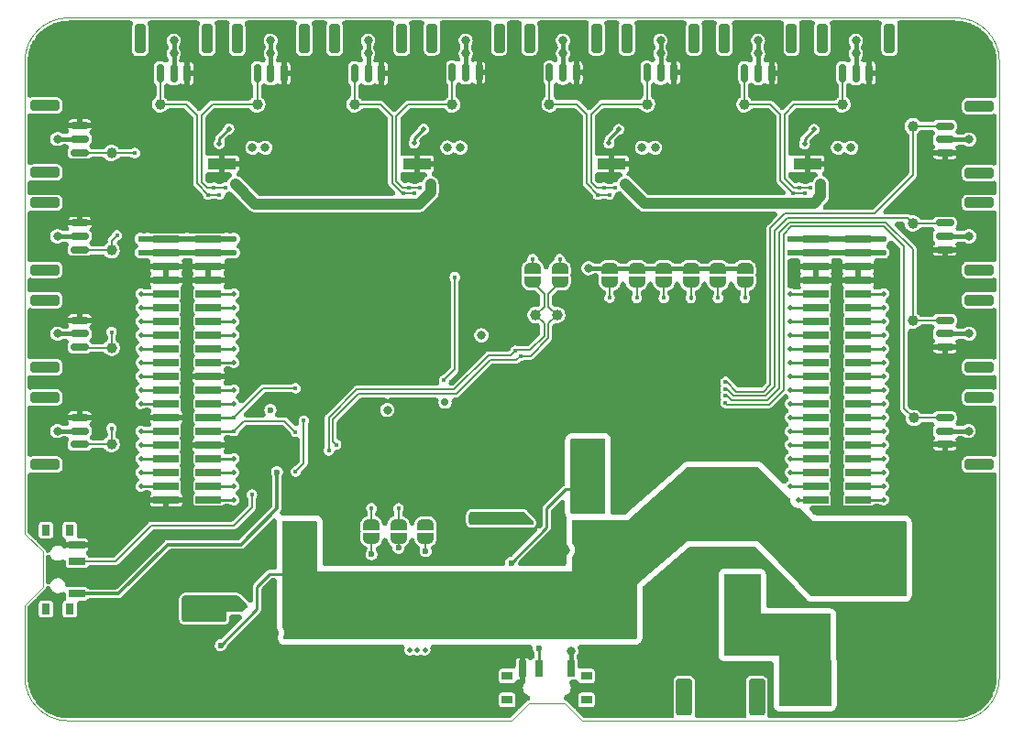
<source format=gbl>
G04 #@! TF.GenerationSoftware,KiCad,Pcbnew,(5.99.0-10928-g75ce97e260)*
G04 #@! TF.CreationDate,2021-06-09T11:05:26-04:00*
G04 #@! TF.ProjectId,FlySensei_Stack_Actuation_ECAD,466c7953-656e-4736-9569-5f537461636b,0.1*
G04 #@! TF.SameCoordinates,Original*
G04 #@! TF.FileFunction,Copper,L4,Bot*
G04 #@! TF.FilePolarity,Positive*
%FSLAX46Y46*%
G04 Gerber Fmt 4.6, Leading zero omitted, Abs format (unit mm)*
G04 Created by KiCad (PCBNEW (5.99.0-10928-g75ce97e260)) date 2021-06-09 11:05:26*
%MOMM*%
%LPD*%
G01*
G04 APERTURE LIST*
G04 Aperture macros list*
%AMRoundRect*
0 Rectangle with rounded corners*
0 $1 Rounding radius*
0 $2 $3 $4 $5 $6 $7 $8 $9 X,Y pos of 4 corners*
0 Add a 4 corners polygon primitive as box body*
4,1,4,$2,$3,$4,$5,$6,$7,$8,$9,$2,$3,0*
0 Add four circle primitives for the rounded corners*
1,1,$1+$1,$2,$3*
1,1,$1+$1,$4,$5*
1,1,$1+$1,$6,$7*
1,1,$1+$1,$8,$9*
0 Add four rect primitives between the rounded corners*
20,1,$1+$1,$2,$3,$4,$5,0*
20,1,$1+$1,$4,$5,$6,$7,0*
20,1,$1+$1,$6,$7,$8,$9,0*
20,1,$1+$1,$8,$9,$2,$3,0*%
%AMFreePoly0*
4,1,22,0.500000,-0.750000,0.000000,-0.750000,0.000000,-0.745033,-0.079941,-0.743568,-0.215256,-0.701293,-0.333266,-0.622738,-0.424486,-0.514219,-0.481581,-0.384460,-0.499164,-0.250000,-0.500000,-0.250000,-0.500000,0.250000,-0.499164,0.250000,-0.499963,0.256109,-0.478152,0.396186,-0.417904,0.524511,-0.324060,0.630769,-0.204165,0.706417,-0.067858,0.745374,0.000000,0.744959,0.000000,0.750000,
0.500000,0.750000,0.500000,-0.750000,0.500000,-0.750000,$1*%
%AMFreePoly1*
4,1,20,0.000000,0.744959,0.073905,0.744508,0.209726,0.703889,0.328688,0.626782,0.421226,0.519385,0.479903,0.390333,0.500000,0.250000,0.500000,-0.250000,0.499851,-0.262216,0.476331,-0.402017,0.414519,-0.529596,0.319384,-0.634700,0.198574,-0.708877,0.061801,-0.746166,0.000000,-0.745033,0.000000,-0.750000,-0.500000,-0.750000,-0.500000,0.750000,0.000000,0.750000,0.000000,0.744959,
0.000000,0.744959,$1*%
G04 Aperture macros list end*
G04 #@! TA.AperFunction,Profile*
%ADD10C,0.100000*%
G04 #@! TD*
G04 #@! TA.AperFunction,ComponentPad*
%ADD11C,0.600000*%
G04 #@! TD*
G04 #@! TA.AperFunction,SMDPad,CuDef*
%ADD12R,2.650000X1.000000*%
G04 #@! TD*
G04 #@! TA.AperFunction,SMDPad,CuDef*
%ADD13C,1.000000*%
G04 #@! TD*
G04 #@! TA.AperFunction,SMDPad,CuDef*
%ADD14FreePoly0,270.000000*%
G04 #@! TD*
G04 #@! TA.AperFunction,SMDPad,CuDef*
%ADD15FreePoly1,270.000000*%
G04 #@! TD*
G04 #@! TA.AperFunction,SMDPad,CuDef*
%ADD16RoundRect,0.150000X-0.150000X-0.700000X0.150000X-0.700000X0.150000X0.700000X-0.150000X0.700000X0*%
G04 #@! TD*
G04 #@! TA.AperFunction,SMDPad,CuDef*
%ADD17RoundRect,0.250000X-0.250000X-1.100000X0.250000X-1.100000X0.250000X1.100000X-0.250000X1.100000X0*%
G04 #@! TD*
G04 #@! TA.AperFunction,SMDPad,CuDef*
%ADD18RoundRect,0.150000X-0.700000X0.150000X-0.700000X-0.150000X0.700000X-0.150000X0.700000X0.150000X0*%
G04 #@! TD*
G04 #@! TA.AperFunction,SMDPad,CuDef*
%ADD19RoundRect,0.250000X-1.100000X0.250000X-1.100000X-0.250000X1.100000X-0.250000X1.100000X0.250000X0*%
G04 #@! TD*
G04 #@! TA.AperFunction,SMDPad,CuDef*
%ADD20R,2.400000X0.740000*%
G04 #@! TD*
G04 #@! TA.AperFunction,SMDPad,CuDef*
%ADD21RoundRect,0.150000X0.700000X-0.150000X0.700000X0.150000X-0.700000X0.150000X-0.700000X-0.150000X0*%
G04 #@! TD*
G04 #@! TA.AperFunction,SMDPad,CuDef*
%ADD22RoundRect,0.250000X1.100000X-0.250000X1.100000X0.250000X-1.100000X0.250000X-1.100000X-0.250000X0*%
G04 #@! TD*
G04 #@! TA.AperFunction,SMDPad,CuDef*
%ADD23RoundRect,0.250000X0.250000X1.500000X-0.250000X1.500000X-0.250000X-1.500000X0.250000X-1.500000X0*%
G04 #@! TD*
G04 #@! TA.AperFunction,SMDPad,CuDef*
%ADD24RoundRect,0.250001X0.499999X1.449999X-0.499999X1.449999X-0.499999X-1.449999X0.499999X-1.449999X0*%
G04 #@! TD*
G04 #@! TA.AperFunction,SMDPad,CuDef*
%ADD25R,0.800000X1.000000*%
G04 #@! TD*
G04 #@! TA.AperFunction,SMDPad,CuDef*
%ADD26R,1.500000X0.700000*%
G04 #@! TD*
G04 #@! TA.AperFunction,SMDPad,CuDef*
%ADD27R,1.000000X0.800000*%
G04 #@! TD*
G04 #@! TA.AperFunction,SMDPad,CuDef*
%ADD28R,0.700000X1.500000*%
G04 #@! TD*
G04 #@! TA.AperFunction,SMDPad,CuDef*
%ADD29FreePoly0,90.000000*%
G04 #@! TD*
G04 #@! TA.AperFunction,SMDPad,CuDef*
%ADD30FreePoly1,90.000000*%
G04 #@! TD*
G04 #@! TA.AperFunction,SMDPad,CuDef*
%ADD31R,3.000000X3.000000*%
G04 #@! TD*
G04 #@! TA.AperFunction,ViaPad*
%ADD32C,0.500000*%
G04 #@! TD*
G04 #@! TA.AperFunction,ViaPad*
%ADD33C,0.800000*%
G04 #@! TD*
G04 #@! TA.AperFunction,ViaPad*
%ADD34C,0.600000*%
G04 #@! TD*
G04 #@! TA.AperFunction,ViaPad*
%ADD35C,0.700000*%
G04 #@! TD*
G04 #@! TA.AperFunction,ViaPad*
%ADD36C,0.450000*%
G04 #@! TD*
G04 #@! TA.AperFunction,Conductor*
%ADD37C,0.254000*%
G04 #@! TD*
G04 #@! TA.AperFunction,Conductor*
%ADD38C,0.200000*%
G04 #@! TD*
G04 #@! TA.AperFunction,Conductor*
%ADD39C,0.508000*%
G04 #@! TD*
G04 #@! TA.AperFunction,Conductor*
%ADD40C,0.457200*%
G04 #@! TD*
G04 #@! TA.AperFunction,Conductor*
%ADD41C,1.016000*%
G04 #@! TD*
G04 #@! TA.AperFunction,Conductor*
%ADD42C,0.304800*%
G04 #@! TD*
G04 #@! TA.AperFunction,Conductor*
%ADD43C,0.381000*%
G04 #@! TD*
G04 APERTURE END LIST*
D10*
X136550000Y-128350000D02*
X134900000Y-130000000D01*
X136550000Y-128350000D02*
X139850000Y-128350000D01*
X139850000Y-128350000D02*
X141500000Y-130000000D01*
X91650000Y-114350000D02*
X91650000Y-117650000D01*
X180000000Y-69000000D02*
X180000000Y-126000000D01*
X180000000Y-69000000D02*
G75*
G03*
X176000000Y-65000000I-4000000J0D01*
G01*
X91650000Y-114350000D02*
X90000000Y-112700000D01*
X141500000Y-130000000D02*
X176000000Y-130000000D01*
X94000000Y-65000000D02*
X176000000Y-65000000D01*
X91650000Y-117650000D02*
X90000000Y-119300000D01*
X90000000Y-126000000D02*
G75*
G03*
X94000000Y-130000000I4000000J0D01*
G01*
X134900000Y-130000000D02*
X94000000Y-130000000D01*
X94000000Y-65000000D02*
G75*
G03*
X90000000Y-69000000I0J-4000000D01*
G01*
X176000000Y-130000000D02*
G75*
G03*
X180000000Y-126000000I0J4000000D01*
G01*
X90000000Y-119300000D02*
X90000000Y-126000000D01*
X90000000Y-112700000D02*
X90000000Y-69000000D01*
D11*
G04 #@! TO.P,U3,13,PAD*
G04 #@! TO.N,GND*
X145200000Y-78500000D03*
X144200000Y-78500000D03*
D12*
X144200000Y-78500000D03*
D11*
X143200000Y-78500000D03*
G04 #@! TD*
G04 #@! TO.P,U5,13,PAD*
G04 #@! TO.N,GND*
X108200000Y-78500000D03*
D12*
X108200000Y-78500000D03*
D11*
X107200000Y-78500000D03*
X109200000Y-78500000D03*
G04 #@! TD*
G04 #@! TO.P,U2,13,PAD*
G04 #@! TO.N,GND*
X161250000Y-78500000D03*
X162250000Y-78500000D03*
D12*
X162250000Y-78500000D03*
D11*
X163250000Y-78500000D03*
G04 #@! TD*
G04 #@! TO.P,U4,13,PAD*
G04 #@! TO.N,GND*
X126200000Y-78500000D03*
D12*
X126200000Y-78500000D03*
D11*
X127200000Y-78500000D03*
X125200000Y-78500000D03*
G04 #@! TD*
D13*
G04 #@! TO.P,TP15,1,1*
G04 #@! TO.N,/Actuation Connectors/PWM12*
X172100000Y-102000000D03*
G04 #@! TD*
D14*
G04 #@! TO.P,JP2,1,A*
G04 #@! TO.N,+3V3*
X154000000Y-88150000D03*
D15*
G04 #@! TO.P,JP2,2,B*
G04 #@! TO.N,/PWM Generator/I2C_A1*
X154000000Y-89450000D03*
G04 #@! TD*
D16*
G04 #@! TO.P,BL2,1,Pin_1*
G04 #@! TO.N,/Actuation Connectors/PWM2*
X147450000Y-70080000D03*
G04 #@! TO.P,BL2,2,Pin_2*
G04 #@! TO.N,+BATT*
X148700000Y-70080000D03*
G04 #@! TO.P,BL2,3,Pin_3*
G04 #@! TO.N,GND*
X149950000Y-70080000D03*
D17*
G04 #@! TO.P,BL2,MP*
G04 #@! TO.N,N/C*
X151800000Y-66880000D03*
X145600000Y-66880000D03*
G04 #@! TD*
D13*
G04 #@! TO.P,TP9,1,1*
G04 #@! TO.N,/Actuation Connectors/PWM6*
X111450000Y-73000001D03*
G04 #@! TD*
D14*
G04 #@! TO.P,JP3,1,A*
G04 #@! TO.N,+3V3*
X151500000Y-88150000D03*
D15*
G04 #@! TO.P,JP3,2,B*
G04 #@! TO.N,/PWM Generator/I2C_A2*
X151500000Y-89450000D03*
G04 #@! TD*
D13*
G04 #@! TO.P,TP18,1,1*
G04 #@! TO.N,/Actuation Connectors/PWM15*
X172000000Y-75000000D03*
G04 #@! TD*
D18*
G04 #@! TO.P,S7,1,Pin_1*
G04 #@! TO.N,/Actuation Connectors/PWM15*
X174950000Y-75000000D03*
G04 #@! TO.P,S7,2,Pin_2*
G04 #@! TO.N,+5V*
X174950000Y-76250000D03*
G04 #@! TO.P,S7,3,Pin_3*
G04 #@! TO.N,GND*
X174950000Y-77500000D03*
D19*
G04 #@! TO.P,S7,MP*
G04 #@! TO.N,N/C*
X178150000Y-79350000D03*
X178150000Y-73150000D03*
G04 #@! TD*
D14*
G04 #@! TO.P,JP5,1,A*
G04 #@! TO.N,+3V3*
X146500000Y-88150000D03*
D15*
G04 #@! TO.P,JP5,2,B*
G04 #@! TO.N,/PWM Generator/I2C_A4*
X146500000Y-89450000D03*
G04 #@! TD*
D20*
G04 #@! TO.P,J2,1,Pin_1*
G04 #@! TO.N,+BATT*
X106950000Y-85435000D03*
G04 #@! TO.P,J2,2,Pin_2*
X103050000Y-85435000D03*
G04 #@! TO.P,J2,3,Pin_3*
X106950000Y-86705000D03*
G04 #@! TO.P,J2,4,Pin_4*
X103050000Y-86705000D03*
G04 #@! TO.P,J2,5,Pin_5*
G04 #@! TO.N,GND*
X106950000Y-87975000D03*
G04 #@! TO.P,J2,6,Pin_6*
X103050000Y-87975000D03*
G04 #@! TO.P,J2,7,Pin_7*
X106950000Y-89245000D03*
G04 #@! TO.P,J2,8,Pin_8*
X103050000Y-89245000D03*
G04 #@! TO.P,J2,9,Pin_9*
G04 #@! TO.N,/Stacking Connectors/GPIO2*
X106950000Y-90515000D03*
G04 #@! TO.P,J2,10,Pin_10*
G04 #@! TO.N,/Stacking Connectors/GPIO0*
X103050000Y-90515000D03*
G04 #@! TO.P,J2,11,Pin_11*
G04 #@! TO.N,/Stacking Connectors/GPIO3*
X106950000Y-91785000D03*
G04 #@! TO.P,J2,12,Pin_12*
G04 #@! TO.N,/Stacking Connectors/GPIO1*
X103050000Y-91785000D03*
G04 #@! TO.P,J2,13,Pin_13*
G04 #@! TO.N,/Stacking Connectors/GPIO4*
X106950000Y-93055000D03*
G04 #@! TO.P,J2,14,Pin_14*
G04 #@! TO.N,/Stacking Connectors/SPI0.MOSI*
X103050000Y-93055000D03*
G04 #@! TO.P,J2,15,Pin_15*
G04 #@! TO.N,/Stacking Connectors/GPIO5*
X106950000Y-94325000D03*
G04 #@! TO.P,J2,16,Pin_16*
G04 #@! TO.N,/Stacking Connectors/SPI0.MISO*
X103050000Y-94325000D03*
G04 #@! TO.P,J2,17,Pin_17*
G04 #@! TO.N,/Stacking Connectors/GPIO6*
X106950000Y-95595000D03*
G04 #@! TO.P,J2,18,Pin_18*
G04 #@! TO.N,/Stacking Connectors/SPI0.CLK*
X103050000Y-95595000D03*
G04 #@! TO.P,J2,19,Pin_19*
G04 #@! TO.N,/Stacking Connectors/GPIO7*
X106950000Y-96865000D03*
G04 #@! TO.P,J2,20,Pin_20*
G04 #@! TO.N,/Stacking Connectors/SPI0.CS0*
X103050000Y-96865000D03*
G04 #@! TO.P,J2,21,Pin_21*
G04 #@! TO.N,GND*
X106950000Y-98135000D03*
G04 #@! TO.P,J2,22,Pin_22*
G04 #@! TO.N,/Stacking Connectors/SPI0.CS1*
X103050000Y-98135000D03*
G04 #@! TO.P,J2,23,Pin_23*
G04 #@! TO.N,/I2C Mux/I2C0.SCL*
X106950000Y-99405000D03*
G04 #@! TO.P,J2,24,Pin_24*
G04 #@! TO.N,/Stacking Connectors/SPI0.CS2*
X103050000Y-99405000D03*
G04 #@! TO.P,J2,25,Pin_25*
G04 #@! TO.N,/I2C Mux/I2C0.SDA*
X106950000Y-100675000D03*
G04 #@! TO.P,J2,26,Pin_26*
G04 #@! TO.N,/Stacking Connectors/SPI0.CS3*
X103050000Y-100675000D03*
G04 #@! TO.P,J2,27,Pin_27*
G04 #@! TO.N,/I2C Mux/I2C1.SCL*
X106950000Y-101945000D03*
G04 #@! TO.P,J2,28,Pin_28*
G04 #@! TO.N,GND*
X103050000Y-101945000D03*
G04 #@! TO.P,J2,29,Pin_29*
G04 #@! TO.N,/I2C Mux/I2C1.SDA*
X106950000Y-103215000D03*
G04 #@! TO.P,J2,30,Pin_30*
G04 #@! TO.N,/Stacking Connectors/SPI1.MOSI*
X103050000Y-103215000D03*
G04 #@! TO.P,J2,31,Pin_31*
G04 #@! TO.N,GND*
X106950000Y-104485000D03*
G04 #@! TO.P,J2,32,Pin_32*
G04 #@! TO.N,/Stacking Connectors/SPI1.MISO*
X103050000Y-104485000D03*
G04 #@! TO.P,J2,33,Pin_33*
G04 #@! TO.N,/Stacking Connectors/UART0.TX*
X106950000Y-105755000D03*
G04 #@! TO.P,J2,34,Pin_34*
G04 #@! TO.N,/Stacking Connectors/SPI1.CLK*
X103050000Y-105755000D03*
G04 #@! TO.P,J2,35,Pin_35*
G04 #@! TO.N,/Stacking Connectors/UART0.RX*
X106950000Y-107025000D03*
G04 #@! TO.P,J2,36,Pin_36*
G04 #@! TO.N,/Stacking Connectors/SPI1.CS0*
X103050000Y-107025000D03*
G04 #@! TO.P,J2,37,Pin_37*
G04 #@! TO.N,/Stacking Connectors/UART1.TX*
X106950000Y-108295000D03*
G04 #@! TO.P,J2,38,Pin_38*
G04 #@! TO.N,/Stacking Connectors/SPI1.CS1*
X103050000Y-108295000D03*
G04 #@! TO.P,J2,39,Pin_39*
G04 #@! TO.N,/Stacking Connectors/UART1.RX*
X106950000Y-109565000D03*
G04 #@! TO.P,J2,40,Pin_40*
G04 #@! TO.N,GND*
X103050000Y-109565000D03*
G04 #@! TD*
D16*
G04 #@! TO.P,BL4,1,Pin_1*
G04 #@! TO.N,/Actuation Connectors/PWM4*
X129450000Y-70075000D03*
G04 #@! TO.P,BL4,2,Pin_2*
G04 #@! TO.N,+BATT*
X130700000Y-70075000D03*
G04 #@! TO.P,BL4,3,Pin_3*
G04 #@! TO.N,GND*
X131950000Y-70075000D03*
D17*
G04 #@! TO.P,BL4,MP*
G04 #@! TO.N,N/C*
X133800000Y-66875000D03*
X127600000Y-66875000D03*
G04 #@! TD*
D20*
G04 #@! TO.P,J4,1,Pin_1*
G04 #@! TO.N,+BATT*
X166950000Y-85435000D03*
G04 #@! TO.P,J4,2,Pin_2*
X163050000Y-85435000D03*
G04 #@! TO.P,J4,3,Pin_3*
X166950000Y-86705000D03*
G04 #@! TO.P,J4,4,Pin_4*
X163050000Y-86705000D03*
G04 #@! TO.P,J4,5,Pin_5*
G04 #@! TO.N,GND*
X166950000Y-87975000D03*
G04 #@! TO.P,J4,6,Pin_6*
X163050000Y-87975000D03*
G04 #@! TO.P,J4,7,Pin_7*
X166950000Y-89245000D03*
G04 #@! TO.P,J4,8,Pin_8*
X163050000Y-89245000D03*
G04 #@! TO.P,J4,9,Pin_9*
G04 #@! TO.N,unconnected-(J3-Pad10)*
X166950000Y-90515000D03*
G04 #@! TO.P,J4,10,Pin_10*
G04 #@! TO.N,unconnected-(J3-Pad9)*
X163050000Y-90515000D03*
G04 #@! TO.P,J4,11,Pin_11*
G04 #@! TO.N,unconnected-(J3-Pad12)*
X166950000Y-91785000D03*
G04 #@! TO.P,J4,12,Pin_12*
G04 #@! TO.N,unconnected-(J3-Pad11)*
X163050000Y-91785000D03*
G04 #@! TO.P,J4,13,Pin_13*
G04 #@! TO.N,unconnected-(J3-Pad14)*
X166950000Y-93055000D03*
G04 #@! TO.P,J4,14,Pin_14*
G04 #@! TO.N,unconnected-(J3-Pad13)*
X163050000Y-93055000D03*
G04 #@! TO.P,J4,15,Pin_15*
G04 #@! TO.N,unconnected-(J3-Pad16)*
X166950000Y-94325000D03*
G04 #@! TO.P,J4,16,Pin_16*
G04 #@! TO.N,unconnected-(J3-Pad15)*
X163050000Y-94325000D03*
G04 #@! TO.P,J4,17,Pin_17*
G04 #@! TO.N,unconnected-(J3-Pad18)*
X166950000Y-95595000D03*
G04 #@! TO.P,J4,18,Pin_18*
G04 #@! TO.N,unconnected-(J3-Pad17)*
X163050000Y-95595000D03*
G04 #@! TO.P,J4,19,Pin_19*
G04 #@! TO.N,unconnected-(J3-Pad20)*
X166950000Y-96865000D03*
G04 #@! TO.P,J4,20,Pin_20*
G04 #@! TO.N,unconnected-(J3-Pad19)*
X163050000Y-96865000D03*
G04 #@! TO.P,J4,21,Pin_21*
G04 #@! TO.N,unconnected-(J3-Pad22)*
X166950000Y-98135000D03*
G04 #@! TO.P,J4,22,Pin_22*
G04 #@! TO.N,unconnected-(J3-Pad21)*
X163050000Y-98135000D03*
G04 #@! TO.P,J4,23,Pin_23*
G04 #@! TO.N,unconnected-(J3-Pad24)*
X166950000Y-99405000D03*
G04 #@! TO.P,J4,24,Pin_24*
G04 #@! TO.N,unconnected-(J3-Pad23)*
X163050000Y-99405000D03*
G04 #@! TO.P,J4,25,Pin_25*
G04 #@! TO.N,unconnected-(J3-Pad26)*
X166950000Y-100675000D03*
G04 #@! TO.P,J4,26,Pin_26*
G04 #@! TO.N,unconnected-(J3-Pad25)*
X163050000Y-100675000D03*
G04 #@! TO.P,J4,27,Pin_27*
G04 #@! TO.N,unconnected-(J3-Pad28)*
X166950000Y-101945000D03*
G04 #@! TO.P,J4,28,Pin_28*
G04 #@! TO.N,unconnected-(J3-Pad27)*
X163050000Y-101945000D03*
G04 #@! TO.P,J4,29,Pin_29*
G04 #@! TO.N,unconnected-(J3-Pad30)*
X166950000Y-103215000D03*
G04 #@! TO.P,J4,30,Pin_30*
G04 #@! TO.N,unconnected-(J3-Pad29)*
X163050000Y-103215000D03*
G04 #@! TO.P,J4,31,Pin_31*
G04 #@! TO.N,unconnected-(J3-Pad32)*
X166950000Y-104485000D03*
G04 #@! TO.P,J4,32,Pin_32*
G04 #@! TO.N,unconnected-(J3-Pad31)*
X163050000Y-104485000D03*
G04 #@! TO.P,J4,33,Pin_33*
G04 #@! TO.N,unconnected-(J3-Pad34)*
X166950000Y-105755000D03*
G04 #@! TO.P,J4,34,Pin_34*
G04 #@! TO.N,unconnected-(J3-Pad33)*
X163050000Y-105755000D03*
G04 #@! TO.P,J4,35,Pin_35*
G04 #@! TO.N,unconnected-(J3-Pad36)*
X166950000Y-107025000D03*
G04 #@! TO.P,J4,36,Pin_36*
G04 #@! TO.N,unconnected-(J3-Pad35)*
X163050000Y-107025000D03*
G04 #@! TO.P,J4,37,Pin_37*
G04 #@! TO.N,unconnected-(J3-Pad38)*
X166950000Y-108295000D03*
G04 #@! TO.P,J4,38,Pin_38*
G04 #@! TO.N,unconnected-(J3-Pad37)*
X163050000Y-108295000D03*
G04 #@! TO.P,J4,39,Pin_39*
G04 #@! TO.N,unconnected-(J3-Pad40)*
X166950000Y-109565000D03*
G04 #@! TO.P,J4,40,Pin_40*
G04 #@! TO.N,unconnected-(J3-Pad39)*
X163050000Y-109565000D03*
G04 #@! TD*
D13*
G04 #@! TO.P,TP11,1,1*
G04 #@! TO.N,/Actuation Connectors/PWM8*
X98000000Y-77500000D03*
G04 #@! TD*
G04 #@! TO.P,TP8,1,1*
G04 #@! TO.N,/Actuation Connectors/PWM5*
X120450000Y-73000001D03*
G04 #@! TD*
D16*
G04 #@! TO.P,BL0,1,Pin_1*
G04 #@! TO.N,/Actuation Connectors/PWM0*
X165500000Y-70100000D03*
G04 #@! TO.P,BL0,2,Pin_2*
G04 #@! TO.N,+BATT*
X166750000Y-70100000D03*
G04 #@! TO.P,BL0,3,Pin_3*
G04 #@! TO.N,GND*
X168000000Y-70100000D03*
D17*
G04 #@! TO.P,BL0,MP*
G04 #@! TO.N,N/C*
X163650000Y-66900000D03*
X169850000Y-66900000D03*
G04 #@! TD*
D21*
G04 #@! TO.P,S3,1,Pin_1*
G04 #@! TO.N,/Actuation Connectors/PWM11*
X95050000Y-104450000D03*
G04 #@! TO.P,S3,2,Pin_2*
G04 #@! TO.N,+5V*
X95050000Y-103200000D03*
G04 #@! TO.P,S3,3,Pin_3*
G04 #@! TO.N,GND*
X95050000Y-101950000D03*
D22*
G04 #@! TO.P,S3,MP*
G04 #@! TO.N,N/C*
X91850000Y-100100000D03*
X91850000Y-106300000D03*
G04 #@! TD*
D14*
G04 #@! TO.P,JP1,1,A*
G04 #@! TO.N,+3V3*
X156500000Y-88150000D03*
D15*
G04 #@! TO.P,JP1,2,B*
G04 #@! TO.N,/PWM Generator/I2C_A0*
X156500000Y-89450000D03*
G04 #@! TD*
D21*
G04 #@! TO.P,S2,1,Pin_1*
G04 #@! TO.N,/Actuation Connectors/PWM10*
X95050000Y-95450000D03*
G04 #@! TO.P,S2,2,Pin_2*
G04 #@! TO.N,+5V*
X95050000Y-94200000D03*
G04 #@! TO.P,S2,3,Pin_3*
G04 #@! TO.N,GND*
X95050000Y-92950000D03*
D22*
G04 #@! TO.P,S2,MP*
G04 #@! TO.N,N/C*
X91850000Y-97300000D03*
X91850000Y-91100000D03*
G04 #@! TD*
D14*
G04 #@! TO.P,JP6,1,A*
G04 #@! TO.N,+3V3*
X144000000Y-88150000D03*
D15*
G04 #@! TO.P,JP6,2,B*
G04 #@! TO.N,/PWM Generator/I2C_A5*
X144000000Y-89450000D03*
G04 #@! TD*
D23*
G04 #@! TO.P,J5,1,Pin_1*
G04 #@! TO.N,+BATT*
X155250000Y-122050000D03*
G04 #@! TO.P,J5,2,Pin_2*
G04 #@! TO.N,GND*
X153250000Y-122050000D03*
D24*
G04 #@! TO.P,J5,MP*
G04 #@! TO.N,N/C*
X150900000Y-127800000D03*
X157600000Y-127800000D03*
G04 #@! TD*
D13*
G04 #@! TO.P,TP5,1,1*
G04 #@! TO.N,/Actuation Connectors/PWM2*
X147450000Y-72975001D03*
G04 #@! TD*
G04 #@! TO.P,TP2,1,1*
G04 #@! TO.N,/I2C Mux/I2C_SDA*
X137150000Y-92475000D03*
G04 #@! TD*
D18*
G04 #@! TO.P,S4,1,Pin_1*
G04 #@! TO.N,/Actuation Connectors/PWM12*
X174950000Y-101950000D03*
G04 #@! TO.P,S4,2,Pin_2*
G04 #@! TO.N,+5V*
X174950000Y-103200000D03*
G04 #@! TO.P,S4,3,Pin_3*
G04 #@! TO.N,GND*
X174950000Y-104450000D03*
D19*
G04 #@! TO.P,S4,MP*
G04 #@! TO.N,N/C*
X178150000Y-106300000D03*
X178150000Y-100100000D03*
G04 #@! TD*
D13*
G04 #@! TO.P,TP13,1,1*
G04 #@! TO.N,/Actuation Connectors/PWM10*
X98000000Y-95500000D03*
G04 #@! TD*
D25*
G04 #@! TO.P,SW2,*
G04 #@! TO.N,*
X94155000Y-112350000D03*
X94155000Y-119650000D03*
X91945000Y-119650000D03*
X91945000Y-112350000D03*
D26*
G04 #@! TO.P,SW2,1,A*
G04 #@! TO.N,+3V3*
X94805000Y-118250000D03*
G04 #@! TO.P,SW2,2,B*
G04 #@! TO.N,/I2C Mux/I2C_SEL*
X94805000Y-115250000D03*
G04 #@! TO.P,SW2,3,C*
G04 #@! TO.N,GND*
X94805000Y-113750000D03*
G04 #@! TD*
D13*
G04 #@! TO.P,TP7,1,1*
G04 #@! TO.N,/Actuation Connectors/PWM4*
X129450000Y-73000001D03*
G04 #@! TD*
D14*
G04 #@! TO.P,JP4,1,A*
G04 #@! TO.N,+3V3*
X149000000Y-88150000D03*
D15*
G04 #@! TO.P,JP4,2,B*
G04 #@! TO.N,/PWM Generator/I2C_A3*
X149000000Y-89450000D03*
G04 #@! TD*
D27*
G04 #@! TO.P,SW1,*
G04 #@! TO.N,*
X134550000Y-125845000D03*
X141850000Y-128055000D03*
X134550000Y-128055000D03*
X141850000Y-125845000D03*
D28*
G04 #@! TO.P,SW1,1,A*
G04 #@! TO.N,+BATT*
X140450000Y-125195000D03*
G04 #@! TO.P,SW1,2,B*
G04 #@! TO.N,/PSU/3V3_EN*
X137450000Y-125195000D03*
G04 #@! TO.P,SW1,3,C*
G04 #@! TO.N,GND*
X135950000Y-125195000D03*
G04 #@! TD*
D29*
G04 #@! TO.P,JP10,1,A*
G04 #@! TO.N,/I2C Mux/I2C_SCL*
X139400000Y-89450000D03*
D30*
G04 #@! TO.P,JP10,2,B*
G04 #@! TO.N,Net-(JP10-Pad2)*
X139400000Y-88150000D03*
G04 #@! TD*
D21*
G04 #@! TO.P,S1,1,Pin_1*
G04 #@! TO.N,/Actuation Connectors/PWM9*
X95050000Y-86450000D03*
G04 #@! TO.P,S1,2,Pin_2*
G04 #@! TO.N,+5V*
X95050000Y-85200000D03*
G04 #@! TO.P,S1,3,Pin_3*
G04 #@! TO.N,GND*
X95050000Y-83950000D03*
D22*
G04 #@! TO.P,S1,MP*
G04 #@! TO.N,N/C*
X91850000Y-88300000D03*
X91850000Y-82100000D03*
G04 #@! TD*
D16*
G04 #@! TO.P,BL6,1,Pin_1*
G04 #@! TO.N,/Actuation Connectors/PWM6*
X111450000Y-70125000D03*
G04 #@! TO.P,BL6,2,Pin_2*
G04 #@! TO.N,+BATT*
X112700000Y-70125000D03*
G04 #@! TO.P,BL6,3,Pin_3*
G04 #@! TO.N,GND*
X113950000Y-70125000D03*
D17*
G04 #@! TO.P,BL6,MP*
G04 #@! TO.N,N/C*
X109600000Y-66925000D03*
X115800000Y-66925000D03*
G04 #@! TD*
D13*
G04 #@! TO.P,TP10,1,1*
G04 #@! TO.N,/Actuation Connectors/PWM7*
X102500000Y-73000001D03*
G04 #@! TD*
G04 #@! TO.P,TP12,1,1*
G04 #@! TO.N,/Actuation Connectors/PWM9*
X98000000Y-86500000D03*
G04 #@! TD*
D14*
G04 #@! TO.P,JP8,1,A*
G04 #@! TO.N,/I2C Mux/I2C_SDA*
X122000000Y-111850000D03*
D15*
G04 #@! TO.P,JP8,2,B*
G04 #@! TO.N,Net-(JP8-Pad2)*
X122000000Y-113150000D03*
G04 #@! TD*
D11*
G04 #@! TO.P,TP19,1,1*
G04 #@! TO.N,+BATT*
X155250000Y-118100000D03*
X157250000Y-118100000D03*
X157250000Y-119100000D03*
X156250000Y-118100000D03*
X156250000Y-117100000D03*
X155250000Y-117100000D03*
X157250000Y-117100000D03*
X156250000Y-119100000D03*
X155250000Y-119100000D03*
D31*
X156250000Y-118100000D03*
G04 #@! TD*
D29*
G04 #@! TO.P,JP9,1,A*
G04 #@! TO.N,Net-(JP9-Pad1)*
X127000000Y-113150000D03*
D30*
G04 #@! TO.P,JP9,2,B*
G04 #@! TO.N,/PSU/LOW_BATT_ALRT*
X127000000Y-111850000D03*
G04 #@! TD*
D13*
G04 #@! TO.P,TP14,1,1*
G04 #@! TO.N,/Actuation Connectors/PWM11*
X98000000Y-104400000D03*
G04 #@! TD*
G04 #@! TO.P,TP1,1,1*
G04 #@! TO.N,/I2C Mux/I2C_SCL*
X139150000Y-92475000D03*
G04 #@! TD*
D21*
G04 #@! TO.P,S0,1,Pin_1*
G04 #@! TO.N,/Actuation Connectors/PWM8*
X95050000Y-77450000D03*
G04 #@! TO.P,S0,2,Pin_2*
G04 #@! TO.N,+5V*
X95050000Y-76200000D03*
G04 #@! TO.P,S0,3,Pin_3*
G04 #@! TO.N,GND*
X95050000Y-74950000D03*
D22*
G04 #@! TO.P,S0,MP*
G04 #@! TO.N,N/C*
X91850000Y-79300000D03*
X91850000Y-73100000D03*
G04 #@! TD*
D16*
G04 #@! TO.P,BL1,1,Pin_1*
G04 #@! TO.N,/Actuation Connectors/PWM1*
X156450000Y-70100000D03*
G04 #@! TO.P,BL1,2,Pin_2*
G04 #@! TO.N,+BATT*
X157700000Y-70100000D03*
G04 #@! TO.P,BL1,3,Pin_3*
G04 #@! TO.N,GND*
X158950000Y-70100000D03*
D17*
G04 #@! TO.P,BL1,MP*
G04 #@! TO.N,N/C*
X154600000Y-66900000D03*
X160800000Y-66900000D03*
G04 #@! TD*
D16*
G04 #@! TO.P,BL3,1,Pin_1*
G04 #@! TO.N,/Actuation Connectors/PWM3*
X138450000Y-70080000D03*
G04 #@! TO.P,BL3,2,Pin_2*
G04 #@! TO.N,+BATT*
X139700000Y-70080000D03*
G04 #@! TO.P,BL3,3,Pin_3*
G04 #@! TO.N,GND*
X140950000Y-70080000D03*
D17*
G04 #@! TO.P,BL3,MP*
G04 #@! TO.N,N/C*
X136600000Y-66880000D03*
X142800000Y-66880000D03*
G04 #@! TD*
D29*
G04 #@! TO.P,JP11,1,A*
G04 #@! TO.N,/I2C Mux/I2C_SDA*
X136900000Y-89450000D03*
D30*
G04 #@! TO.P,JP11,2,B*
G04 #@! TO.N,Net-(JP11-Pad2)*
X136900000Y-88150000D03*
G04 #@! TD*
D13*
G04 #@! TO.P,TP17,1,1*
G04 #@! TO.N,/Actuation Connectors/PWM14*
X172000000Y-84000000D03*
G04 #@! TD*
D14*
G04 #@! TO.P,JP7,1,A*
G04 #@! TO.N,/I2C Mux/I2C_SCL*
X124500000Y-111850000D03*
D15*
G04 #@! TO.P,JP7,2,B*
G04 #@! TO.N,Net-(JP7-Pad2)*
X124500000Y-113150000D03*
G04 #@! TD*
D18*
G04 #@! TO.P,S5,1,Pin_1*
G04 #@! TO.N,/Actuation Connectors/PWM13*
X174950000Y-92950000D03*
G04 #@! TO.P,S5,2,Pin_2*
G04 #@! TO.N,+5V*
X174950000Y-94200000D03*
G04 #@! TO.P,S5,3,Pin_3*
G04 #@! TO.N,GND*
X174950000Y-95450000D03*
D19*
G04 #@! TO.P,S5,MP*
G04 #@! TO.N,N/C*
X178150000Y-97300000D03*
X178150000Y-91100000D03*
G04 #@! TD*
D13*
G04 #@! TO.P,TP16,1,1*
G04 #@! TO.N,/Actuation Connectors/PWM13*
X172000000Y-93000000D03*
G04 #@! TD*
G04 #@! TO.P,TP4,1,1*
G04 #@! TO.N,/Actuation Connectors/PWM1*
X156450000Y-73000001D03*
G04 #@! TD*
D11*
G04 #@! TO.P,TP20,1,1*
G04 #@! TO.N,GND*
X153250000Y-119100000D03*
X152250000Y-117100000D03*
X151250000Y-117100000D03*
X151250000Y-118100000D03*
X153250000Y-117100000D03*
X153250000Y-118100000D03*
D31*
X152250000Y-118100000D03*
D11*
X152250000Y-118100000D03*
X151250000Y-119100000D03*
X152250000Y-119100000D03*
G04 #@! TD*
D13*
G04 #@! TO.P,TP3,1,1*
G04 #@! TO.N,/Actuation Connectors/PWM0*
X165500000Y-73000000D03*
G04 #@! TD*
G04 #@! TO.P,TP6,1,1*
G04 #@! TO.N,/Actuation Connectors/PWM3*
X138450000Y-72975001D03*
G04 #@! TD*
D16*
G04 #@! TO.P,BL5,1,Pin_1*
G04 #@! TO.N,/Actuation Connectors/PWM5*
X120450000Y-70125000D03*
G04 #@! TO.P,BL5,2,Pin_2*
G04 #@! TO.N,+BATT*
X121700000Y-70125000D03*
G04 #@! TO.P,BL5,3,Pin_3*
G04 #@! TO.N,GND*
X122950000Y-70125000D03*
D17*
G04 #@! TO.P,BL5,MP*
G04 #@! TO.N,N/C*
X124800000Y-66925000D03*
X118600000Y-66925000D03*
G04 #@! TD*
D18*
G04 #@! TO.P,S6,1,Pin_1*
G04 #@! TO.N,/Actuation Connectors/PWM14*
X174950000Y-83950000D03*
G04 #@! TO.P,S6,2,Pin_2*
G04 #@! TO.N,+5V*
X174950000Y-85200000D03*
G04 #@! TO.P,S6,3,Pin_3*
G04 #@! TO.N,GND*
X174950000Y-86450000D03*
D19*
G04 #@! TO.P,S6,MP*
G04 #@! TO.N,N/C*
X178150000Y-82100000D03*
X178150000Y-88300000D03*
G04 #@! TD*
D16*
G04 #@! TO.P,BL7,1,Pin_1*
G04 #@! TO.N,/Actuation Connectors/PWM7*
X102500000Y-70130000D03*
G04 #@! TO.P,BL7,2,Pin_2*
G04 #@! TO.N,+BATT*
X103750000Y-70130000D03*
G04 #@! TO.P,BL7,3,Pin_3*
G04 #@! TO.N,GND*
X105000000Y-70130000D03*
D17*
G04 #@! TO.P,BL7,MP*
G04 #@! TO.N,N/C*
X100650000Y-66930000D03*
X106850000Y-66930000D03*
G04 #@! TD*
D32*
G04 #@! TO.N,/Stacking Connectors/GPIO0*
X100700000Y-90525000D03*
D33*
G04 #@! TO.N,GND*
X169300000Y-72075000D03*
X148900000Y-125650000D03*
D34*
X109300000Y-98125000D03*
D33*
X154000000Y-86450000D03*
X175550000Y-79000000D03*
X94310000Y-82645000D03*
X131100000Y-79950000D03*
X110650000Y-115575000D03*
X134925000Y-105725000D03*
X168825000Y-75750000D03*
X109450000Y-115575000D03*
X108250000Y-115575000D03*
X148900000Y-122050000D03*
X128750000Y-115100000D03*
X133275000Y-70875000D03*
X141000000Y-76200000D03*
D34*
X109300000Y-89225000D03*
D33*
X111261517Y-114777220D03*
D34*
X109300000Y-87950000D03*
X165000000Y-87950000D03*
X161350000Y-89225000D03*
X105000000Y-87950000D03*
D33*
X134925000Y-108125000D03*
D34*
X160700000Y-89225000D03*
D33*
X148900000Y-128050000D03*
D34*
X100700000Y-89225000D03*
D33*
X150775000Y-74550000D03*
X149000000Y-86450000D03*
X142275000Y-70875000D03*
X174350000Y-79000000D03*
D35*
X130450000Y-97150000D03*
D34*
X169300000Y-89225000D03*
D33*
X148350000Y-79950000D03*
X129675000Y-123575000D03*
X139900000Y-114200000D03*
X113400000Y-79950000D03*
X147700000Y-123250000D03*
X148900000Y-124450000D03*
X147700000Y-126850000D03*
X147700000Y-128050000D03*
X169300000Y-70875000D03*
X114750000Y-75750000D03*
X150775000Y-75750000D03*
D35*
X121600000Y-93900000D03*
D33*
X153250000Y-126175000D03*
D34*
X109300000Y-104475000D03*
X100700000Y-109550000D03*
D33*
X158800000Y-76200000D03*
X132350000Y-92800000D03*
X113750000Y-98025000D03*
X136125000Y-108125000D03*
X137325000Y-106925000D03*
X114750000Y-74550000D03*
X166500000Y-79950000D03*
X148900000Y-120850000D03*
X133275000Y-72075000D03*
X112450000Y-103100000D03*
X174350000Y-105950000D03*
D34*
X108650000Y-87950000D03*
X169300000Y-87950000D03*
D33*
X110061517Y-114777220D03*
X154450000Y-127375000D03*
X160175000Y-72075000D03*
X94310000Y-100620000D03*
X147700000Y-125650000D03*
X154450000Y-124975000D03*
X107650000Y-114775000D03*
X137325000Y-105725000D03*
X105000000Y-76200000D03*
X174350000Y-96950000D03*
X147700000Y-122050000D03*
X94310000Y-91645000D03*
D34*
X160700000Y-87950000D03*
D33*
X147700000Y-120850000D03*
X95505000Y-73620000D03*
X175550000Y-96950000D03*
D34*
X108650000Y-89225000D03*
D33*
X129950000Y-115100000D03*
X137325000Y-108125000D03*
X98825000Y-110400000D03*
D34*
X161350000Y-87950000D03*
D33*
X142275000Y-72075000D03*
X136125000Y-106925000D03*
X113050000Y-121875000D03*
X134925000Y-106925000D03*
X151275000Y-72075000D03*
X174350000Y-87950000D03*
X151275000Y-70875000D03*
X136125000Y-105725000D03*
D34*
X100700000Y-87950000D03*
D33*
X115275000Y-72075000D03*
X108861517Y-114777220D03*
X97625000Y-110400000D03*
X153250000Y-127375000D03*
X95505000Y-100620000D03*
X114775000Y-73375000D03*
X129900000Y-79950000D03*
D34*
X168650000Y-87950000D03*
X101350000Y-89225000D03*
D33*
X167700000Y-79950000D03*
X148900000Y-126850000D03*
X132950000Y-75750000D03*
X135050000Y-92750000D03*
X128475000Y-123575000D03*
X168825000Y-74550000D03*
D34*
X168650000Y-89225000D03*
D33*
X106450000Y-114775000D03*
X153250000Y-124975000D03*
D34*
X100700000Y-101925000D03*
D33*
X153250000Y-128575000D03*
X115275000Y-70875000D03*
X95505000Y-82645000D03*
X154450000Y-126175000D03*
X107038483Y-115572780D03*
X132950000Y-74550000D03*
X106325000Y-72075000D03*
X149550000Y-79950000D03*
D34*
X105000000Y-89225000D03*
D33*
X160175000Y-70875000D03*
X132975000Y-73375000D03*
X123000000Y-76200000D03*
D34*
X108650000Y-98125000D03*
D33*
X94310000Y-73620000D03*
X112200000Y-79950000D03*
X175550000Y-105950000D03*
X154450000Y-128575000D03*
X175550000Y-87950000D03*
D34*
X165000000Y-89225000D03*
D33*
X168850000Y-73375000D03*
X147700000Y-124450000D03*
X95505000Y-91645000D03*
D34*
X108650000Y-104475000D03*
X101350000Y-109550000D03*
X101350000Y-87950000D03*
D33*
X124275000Y-72075000D03*
D34*
X101350000Y-101925000D03*
D33*
X150800000Y-73375000D03*
X148900000Y-123250000D03*
X144000000Y-86450000D03*
X106325000Y-70875000D03*
X124275000Y-70875000D03*
D32*
G04 #@! TO.N,/Stacking Connectors/GPIO2*
X109300000Y-90500000D03*
G04 #@! TO.N,/Stacking Connectors/GPIO1*
X100700000Y-91775000D03*
G04 #@! TO.N,/Stacking Connectors/GPIO3*
X109300000Y-91775000D03*
G04 #@! TO.N,/Stacking Connectors/SPI0.MOSI*
X100700000Y-93050000D03*
G04 #@! TO.N,/Stacking Connectors/GPIO4*
X109300000Y-93050000D03*
G04 #@! TO.N,/Stacking Connectors/SPI0.MISO*
X100700000Y-94325000D03*
G04 #@! TO.N,/Stacking Connectors/GPIO5*
X109300000Y-94325000D03*
G04 #@! TO.N,/Stacking Connectors/SPI0.CLK*
X100705000Y-95595000D03*
G04 #@! TO.N,/Stacking Connectors/GPIO6*
X109300000Y-95600000D03*
G04 #@! TO.N,/Stacking Connectors/SPI0.CS0*
X100715000Y-96865000D03*
G04 #@! TO.N,/Stacking Connectors/GPIO7*
X109300000Y-96850000D03*
G04 #@! TO.N,/Stacking Connectors/SPI0.CS1*
X100700000Y-98125000D03*
G04 #@! TO.N,/Stacking Connectors/SPI0.CS2*
X100700000Y-99400000D03*
D36*
G04 #@! TO.N,/Actuation Connectors/PWM0*
X161500000Y-80700000D03*
X162549000Y-80700000D03*
D32*
G04 #@! TO.N,/Stacking Connectors/SPI0.CS3*
X100700000Y-100675000D03*
D33*
G04 #@! TO.N,+BATT*
X162650000Y-123300000D03*
D34*
X105600000Y-118850000D03*
X160700000Y-86700000D03*
X106800000Y-120450000D03*
D33*
X130700000Y-68300000D03*
X148700000Y-68300000D03*
X163850000Y-128050000D03*
X103750000Y-67100000D03*
D34*
X131500000Y-111575000D03*
X131500000Y-110975000D03*
D33*
X163850000Y-123300000D03*
D34*
X105600000Y-120450000D03*
X106800000Y-118850000D03*
X105000000Y-119650000D03*
D33*
X157700000Y-68300000D03*
D34*
X132300000Y-111575000D03*
X132300000Y-110975000D03*
X165000000Y-86700000D03*
D33*
X163850000Y-122100000D03*
X162650000Y-126850000D03*
D34*
X106200000Y-118850000D03*
D33*
X130200000Y-77000000D03*
X163850000Y-126850000D03*
D34*
X106200000Y-119650000D03*
X168650000Y-85425000D03*
D33*
X160250000Y-126850000D03*
D34*
X109300000Y-85425000D03*
D33*
X161450000Y-126850000D03*
D34*
X106200000Y-120450000D03*
D33*
X161450000Y-123300000D03*
D34*
X108650000Y-86700000D03*
D33*
X160250000Y-128050000D03*
D34*
X133100000Y-111575000D03*
D32*
X126250000Y-123450000D03*
D34*
X101350000Y-85425000D03*
X169300000Y-85425000D03*
X165000000Y-85425000D03*
D33*
X140450000Y-123550000D03*
X160250000Y-122100000D03*
X163850000Y-124500000D03*
D34*
X105000000Y-85425000D03*
X100700000Y-85425000D03*
D33*
X163850000Y-125700000D03*
D34*
X105600000Y-119650000D03*
X169300000Y-86700000D03*
D33*
X162650000Y-128050000D03*
X112700000Y-67100000D03*
X147000000Y-77000000D03*
D34*
X161350000Y-85425000D03*
X133100000Y-110975000D03*
D33*
X162650000Y-125700000D03*
X160250000Y-125700000D03*
X162650000Y-120900000D03*
X121700000Y-67100000D03*
X112200000Y-77000000D03*
D34*
X105000000Y-118850000D03*
D33*
X148200000Y-77000000D03*
X157700000Y-67100000D03*
D34*
X105000000Y-120450000D03*
D33*
X162650000Y-124500000D03*
D34*
X161350000Y-86700000D03*
D32*
X125550000Y-123450000D03*
D33*
X161450000Y-122100000D03*
X161450000Y-125700000D03*
X161450000Y-124500000D03*
X160250000Y-123300000D03*
X166750000Y-68300000D03*
D34*
X109300000Y-86700000D03*
X105000000Y-86700000D03*
D33*
X160250000Y-120900000D03*
D34*
X101350000Y-86700000D03*
X100700000Y-86700000D03*
D33*
X160250000Y-124500000D03*
D34*
X160700000Y-85425000D03*
X108650000Y-85425000D03*
D33*
X130700000Y-67100000D03*
X148700000Y-67100000D03*
X103750000Y-68300000D03*
X139700000Y-68300000D03*
X162650000Y-122100000D03*
X166300000Y-77000000D03*
X112700000Y-68300000D03*
D34*
X168650000Y-86700000D03*
D33*
X165100000Y-77000000D03*
D32*
X126950000Y-123450000D03*
D33*
X161450000Y-120900000D03*
X139700000Y-67100000D03*
X166750000Y-67100000D03*
X161450000Y-128050000D03*
X111000000Y-77000000D03*
X129000000Y-77000000D03*
D34*
X106800000Y-119650000D03*
D33*
X163850000Y-120900000D03*
X121700000Y-68300000D03*
D36*
G04 #@! TO.N,/Actuation Connectors/PWM1*
X160967907Y-81224500D03*
X162024500Y-81224500D03*
D32*
G04 #@! TO.N,/Stacking Connectors/SPI1.MOSI*
X100700000Y-103200000D03*
G04 #@! TO.N,/Stacking Connectors/SPI1.MISO*
X100700000Y-104475000D03*
G04 #@! TO.N,/Stacking Connectors/SPI1.CLK*
X100700000Y-105750000D03*
G04 #@! TO.N,/Stacking Connectors/UART0.TX*
X109300000Y-105750000D03*
G04 #@! TO.N,/Stacking Connectors/SPI1.CS0*
X100700000Y-107025000D03*
G04 #@! TO.N,/Stacking Connectors/UART0.RX*
X109300000Y-107025000D03*
G04 #@! TO.N,/Stacking Connectors/SPI1.CS1*
X100700000Y-108300000D03*
G04 #@! TO.N,/Stacking Connectors/UART1.TX*
X109300000Y-108300000D03*
G04 #@! TO.N,/Stacking Connectors/UART1.RX*
X109300000Y-109575000D03*
G04 #@! TO.N,unconnected-(J3-Pad9)*
X160700000Y-90500000D03*
G04 #@! TO.N,unconnected-(J3-Pad10)*
X169300000Y-90500000D03*
G04 #@! TO.N,unconnected-(J3-Pad11)*
X160700000Y-91775000D03*
G04 #@! TO.N,unconnected-(J3-Pad12)*
X169300000Y-91775000D03*
G04 #@! TO.N,unconnected-(J3-Pad13)*
X160700000Y-93050000D03*
G04 #@! TO.N,unconnected-(J3-Pad14)*
X169300000Y-93050000D03*
G04 #@! TO.N,unconnected-(J3-Pad15)*
X160700000Y-94325000D03*
G04 #@! TO.N,unconnected-(J3-Pad16)*
X169300000Y-94325000D03*
G04 #@! TO.N,unconnected-(J3-Pad17)*
X160700000Y-95600000D03*
G04 #@! TO.N,unconnected-(J3-Pad18)*
X169300000Y-95600000D03*
G04 #@! TO.N,unconnected-(J3-Pad19)*
X160700000Y-96850000D03*
G04 #@! TO.N,unconnected-(J3-Pad20)*
X169300000Y-96875000D03*
G04 #@! TO.N,unconnected-(J3-Pad21)*
X160700000Y-98125000D03*
G04 #@! TO.N,unconnected-(J3-Pad22)*
X169300000Y-98125000D03*
G04 #@! TO.N,unconnected-(J3-Pad23)*
X160700000Y-99400000D03*
G04 #@! TO.N,unconnected-(J3-Pad24)*
X169300000Y-99425000D03*
G04 #@! TO.N,unconnected-(J3-Pad25)*
X160700000Y-100675000D03*
G04 #@! TO.N,unconnected-(J3-Pad26)*
X169300000Y-100675000D03*
G04 #@! TO.N,unconnected-(J3-Pad27)*
X160700000Y-101950000D03*
D36*
G04 #@! TO.N,/Actuation Connectors/PWM2*
X144500000Y-80700000D03*
X143450000Y-80700000D03*
D32*
G04 #@! TO.N,unconnected-(J3-Pad28)*
X169300000Y-101950000D03*
G04 #@! TO.N,unconnected-(J3-Pad29)*
X160700000Y-103225000D03*
G04 #@! TO.N,unconnected-(J3-Pad30)*
X169300000Y-103200000D03*
G04 #@! TO.N,unconnected-(J3-Pad31)*
X160700000Y-104475000D03*
G04 #@! TO.N,unconnected-(J3-Pad32)*
X169300000Y-104475000D03*
G04 #@! TO.N,unconnected-(J3-Pad33)*
X160700000Y-105750000D03*
D36*
G04 #@! TO.N,/Actuation Connectors/PWM3*
X143974500Y-81350000D03*
X142925500Y-81350000D03*
D32*
G04 #@! TO.N,unconnected-(J3-Pad34)*
X169300000Y-105750000D03*
G04 #@! TO.N,unconnected-(J3-Pad35)*
X160700000Y-107025000D03*
G04 #@! TO.N,unconnected-(J3-Pad36)*
X169300000Y-107025000D03*
G04 #@! TO.N,unconnected-(J3-Pad37)*
X160700000Y-108300000D03*
G04 #@! TO.N,unconnected-(J3-Pad38)*
X169300000Y-108300000D03*
G04 #@! TO.N,unconnected-(J3-Pad39)*
X161425000Y-109550000D03*
G04 #@! TO.N,unconnected-(J3-Pad40)*
X169300000Y-109550000D03*
D36*
G04 #@! TO.N,/Actuation Connectors/PWM4*
X126499000Y-80700000D03*
X125450000Y-80700000D03*
G04 #@! TO.N,/Actuation Connectors/PWM5*
X125974500Y-81224500D03*
X124925500Y-81225000D03*
G04 #@! TO.N,/Actuation Connectors/PWM6*
X107450000Y-80700000D03*
X108499000Y-80700000D03*
G04 #@! TO.N,/Actuation Connectors/PWM7*
X107974500Y-81350000D03*
X106925500Y-81350000D03*
D33*
G04 #@! TO.N,+3V3*
X127450000Y-80375000D03*
X163500000Y-80375000D03*
D34*
X141000000Y-108600000D03*
X143000000Y-106600000D03*
X113275000Y-107000000D03*
X143000000Y-107600000D03*
D33*
X109425000Y-80375000D03*
X132150000Y-94350000D03*
D34*
X112675000Y-101250000D03*
D33*
X142050000Y-88150000D03*
D34*
X143000000Y-108600000D03*
X143000000Y-104600000D03*
X141000000Y-104600000D03*
X142000000Y-106600000D03*
X142000000Y-104600000D03*
X134900000Y-115400000D03*
X142000000Y-107600000D03*
D33*
X145450000Y-80375000D03*
D34*
X142000000Y-105600000D03*
D33*
X123475000Y-101250000D03*
D34*
X142000000Y-108600000D03*
D35*
X128800000Y-100550000D03*
D34*
X143000000Y-105600000D03*
G04 #@! TO.N,+5V*
X170100000Y-113000000D03*
X168100000Y-113000000D03*
X116400000Y-115400000D03*
X169100000Y-118000000D03*
X169100000Y-115000000D03*
X166100000Y-115000000D03*
D33*
X177150000Y-103200000D03*
D34*
X170100000Y-112000000D03*
X108100000Y-123000000D03*
D33*
X93000000Y-85200000D03*
D34*
X166100000Y-116000000D03*
X170100000Y-118000000D03*
X168100000Y-115000000D03*
X116400000Y-116400000D03*
X166100000Y-117000000D03*
X167099999Y-114000000D03*
X116400000Y-114400000D03*
X170100000Y-117000000D03*
X168100000Y-118000000D03*
X167099999Y-113000000D03*
X170100000Y-114000000D03*
X168100000Y-116000000D03*
X115400000Y-113400000D03*
D33*
X93000000Y-103200000D03*
D34*
X169100000Y-112000000D03*
D33*
X93000000Y-76200000D03*
D34*
X168100000Y-114000000D03*
X114400000Y-116400000D03*
X166100000Y-118000000D03*
X167099999Y-116000000D03*
X166100000Y-113000000D03*
X166100000Y-114000000D03*
X167099999Y-118000000D03*
X169100000Y-117000000D03*
X170100000Y-116000000D03*
X115400000Y-112400000D03*
X166100000Y-112000000D03*
X167099999Y-117000000D03*
X169100000Y-116000000D03*
X116400000Y-112400000D03*
X115400000Y-115400000D03*
X167099999Y-112000000D03*
X168100000Y-112000000D03*
D33*
X93000000Y-94200000D03*
X177200000Y-76250000D03*
D34*
X116400000Y-113400000D03*
X170100000Y-115000000D03*
X114400000Y-112400000D03*
X115400000Y-116400000D03*
D33*
X177200000Y-85200000D03*
D34*
X168100000Y-117000000D03*
X115400000Y-114400000D03*
X169100000Y-113000000D03*
X169100000Y-114000000D03*
D33*
X177200000Y-94200000D03*
D34*
X167099999Y-115000000D03*
D32*
G04 #@! TO.N,/I2C Mux/I2C0.SCL*
X109305000Y-99405000D03*
G04 #@! TO.N,/I2C Mux/I2C0.SDA*
X109300000Y-100675000D03*
D36*
G04 #@! TO.N,/I2C Mux/I2C1.SCL*
X109300000Y-101950000D03*
X115000000Y-99250000D03*
G04 #@! TO.N,/I2C Mux/I2C1.SDA*
X109300000Y-103200000D03*
X115000000Y-103300000D03*
G04 #@! TO.N,/PWM Generator/I2C_A0*
X156500000Y-90900000D03*
G04 #@! TO.N,/PWM Generator/I2C_A1*
X154000000Y-90900000D03*
G04 #@! TO.N,/PWM Generator/I2C_A2*
X151500000Y-90900000D03*
G04 #@! TO.N,/PWM Generator/I2C_A3*
X149000000Y-90900000D03*
G04 #@! TO.N,/PWM Generator/I2C_A4*
X146500000Y-90900000D03*
G04 #@! TO.N,/PWM Generator/I2C_A5*
X144000000Y-90875000D03*
X128700000Y-98500000D03*
X129700000Y-88976461D03*
G04 #@! TO.N,/I2C Mux/I2C_SCL*
X135745424Y-96248206D03*
X124500000Y-110350000D03*
X118750000Y-104475500D03*
D34*
G04 #@! TO.N,Net-(JP7-Pad2)*
X124500000Y-114000500D03*
D36*
G04 #@! TO.N,/I2C Mux/I2C_SDA*
X118050000Y-105000000D03*
X135300000Y-95775500D03*
X122000000Y-110350000D03*
D34*
G04 #@! TO.N,Net-(JP8-Pad2)*
X122000000Y-114600000D03*
G04 #@! TO.N,Net-(JP9-Pad1)*
X127000000Y-114300000D03*
D36*
G04 #@! TO.N,Net-(JP10-Pad2)*
X139400000Y-87300000D03*
G04 #@! TO.N,Net-(JP11-Pad2)*
X136900000Y-87300000D03*
D32*
G04 #@! TO.N,Net-(M1-Pad1)*
X144825000Y-75325000D03*
X143950000Y-76600000D03*
G04 #@! TO.N,Net-(M2-Pad1)*
X125950000Y-76600000D03*
X126825000Y-75300000D03*
G04 #@! TO.N,Net-(M3-Pad1)*
X108825000Y-75275000D03*
X107950000Y-76625000D03*
D34*
G04 #@! TO.N,/PSU/3V3_EN*
X137450000Y-123275000D03*
D36*
G04 #@! TO.N,/Actuation Connectors/PWM8*
X100150000Y-77500000D03*
G04 #@! TO.N,/Actuation Connectors/PWM9*
X98504122Y-85104122D03*
G04 #@! TO.N,/Actuation Connectors/PWM10*
X98000000Y-94050000D03*
G04 #@! TO.N,/Actuation Connectors/PWM11*
X98000000Y-102950000D03*
G04 #@! TO.N,/Actuation Connectors/PWM12*
X154700130Y-100602802D03*
G04 #@! TO.N,/Actuation Connectors/PWM13*
X154697098Y-99953306D03*
G04 #@! TO.N,/Actuation Connectors/PWM14*
X154700000Y-99299503D03*
G04 #@! TO.N,/Actuation Connectors/PWM15*
X154700000Y-98650000D03*
G04 #@! TO.N,/I2C Mux/I2C_SEL*
X110975000Y-109075000D03*
X115000000Y-106950000D03*
X115750000Y-102250000D03*
D32*
G04 #@! TO.N,Net-(M0-Pad1)*
X162000000Y-76650000D03*
X162875000Y-75325000D03*
G04 #@! TD*
D37*
G04 #@! TO.N,/Stacking Connectors/GPIO0*
X100700000Y-90525000D02*
X103040000Y-90525000D01*
X103040000Y-90525000D02*
X103050000Y-90515000D01*
G04 #@! TO.N,/Stacking Connectors/GPIO2*
X106965000Y-90500000D02*
X106950000Y-90515000D01*
X109300000Y-90500000D02*
X106965000Y-90500000D01*
G04 #@! TO.N,/Stacking Connectors/GPIO1*
X100710000Y-91785000D02*
X100700000Y-91775000D01*
X103050000Y-91785000D02*
X100710000Y-91785000D01*
G04 #@! TO.N,/Stacking Connectors/GPIO3*
X109290000Y-91785000D02*
X109300000Y-91775000D01*
X106950000Y-91785000D02*
X109290000Y-91785000D01*
G04 #@! TO.N,/Stacking Connectors/SPI0.MOSI*
X103045000Y-93050000D02*
X103050000Y-93055000D01*
X100700000Y-93050000D02*
X103045000Y-93050000D01*
G04 #@! TO.N,/Stacking Connectors/GPIO4*
X109300000Y-93050000D02*
X106955000Y-93050000D01*
X106955000Y-93050000D02*
X106950000Y-93055000D01*
G04 #@! TO.N,/Stacking Connectors/SPI0.MISO*
X103050000Y-94325000D02*
X100700000Y-94325000D01*
G04 #@! TO.N,/Stacking Connectors/GPIO5*
X106950000Y-94325000D02*
X109300000Y-94325000D01*
G04 #@! TO.N,/Stacking Connectors/SPI0.CLK*
X100705000Y-95595000D02*
X103050000Y-95595000D01*
G04 #@! TO.N,/Stacking Connectors/GPIO6*
X109300000Y-95600000D02*
X106955000Y-95600000D01*
X106955000Y-95600000D02*
X106950000Y-95595000D01*
G04 #@! TO.N,/Stacking Connectors/SPI0.CS0*
X100715000Y-96865000D02*
X100700000Y-96850000D01*
X103050000Y-96865000D02*
X100715000Y-96865000D01*
G04 #@! TO.N,/Stacking Connectors/GPIO7*
X109285000Y-96865000D02*
X109300000Y-96850000D01*
X106950000Y-96865000D02*
X109285000Y-96865000D01*
G04 #@! TO.N,/Stacking Connectors/SPI0.CS1*
X103050000Y-98135000D02*
X100710000Y-98135000D01*
X100710000Y-98135000D02*
X100700000Y-98125000D01*
G04 #@! TO.N,/Stacking Connectors/SPI0.CS2*
X100700000Y-99400000D02*
X103045000Y-99400000D01*
X103045000Y-99400000D02*
X103050000Y-99405000D01*
D38*
G04 #@! TO.N,/Actuation Connectors/PWM0*
X161500000Y-80700000D02*
X161008413Y-80700000D01*
X161008413Y-80700000D02*
X160150000Y-79841587D01*
X161050000Y-73000000D02*
X165500000Y-73000000D01*
X161500000Y-80700000D02*
X162549000Y-80700000D01*
X160150000Y-79841587D02*
X160150000Y-73900000D01*
X165500000Y-73000000D02*
X165500000Y-70100000D01*
X160150000Y-73900000D02*
X161050000Y-73000000D01*
D37*
G04 #@! TO.N,/Stacking Connectors/SPI0.CS3*
X103050000Y-100675000D02*
X100700000Y-100675000D01*
D39*
G04 #@! TO.N,+BATT*
X103060000Y-85425000D02*
X103050000Y-85435000D01*
X165000000Y-86700000D02*
X163055000Y-86700000D01*
D40*
X121700000Y-70125000D02*
X121700000Y-67100000D01*
D39*
X105000000Y-86700000D02*
X103055000Y-86700000D01*
X165000000Y-85425000D02*
X163060000Y-85425000D01*
X165000000Y-85425000D02*
X166940000Y-85425000D01*
X100700000Y-85425000D02*
X103040000Y-85425000D01*
X106960000Y-85425000D02*
X106950000Y-85435000D01*
D40*
X140450000Y-125195000D02*
X140450000Y-123550000D01*
X112700000Y-70125000D02*
X112700000Y-67100000D01*
D39*
X169300000Y-85425000D02*
X166960000Y-85425000D01*
X163055000Y-86700000D02*
X163050000Y-86705000D01*
X106940000Y-85425000D02*
X106950000Y-85435000D01*
X163040000Y-85425000D02*
X163050000Y-85435000D01*
D40*
X139700000Y-70080000D02*
X139700000Y-67100000D01*
D39*
X163045000Y-86700000D02*
X163050000Y-86705000D01*
X160700000Y-85425000D02*
X163040000Y-85425000D01*
D40*
X103750000Y-70130000D02*
X103750000Y-67100000D01*
D39*
X163060000Y-85425000D02*
X163050000Y-85435000D01*
X109300000Y-85425000D02*
X106960000Y-85425000D01*
X166960000Y-85425000D02*
X166950000Y-85435000D01*
D40*
X148700000Y-70080000D02*
X148700000Y-67100000D01*
D39*
X166940000Y-85425000D02*
X166950000Y-85435000D01*
X109300000Y-86700000D02*
X106955000Y-86700000D01*
X165000000Y-86700000D02*
X166945000Y-86700000D01*
X169300000Y-86700000D02*
X166955000Y-86700000D01*
X103055000Y-86700000D02*
X103050000Y-86705000D01*
X166955000Y-86700000D02*
X166950000Y-86705000D01*
X106955000Y-86700000D02*
X106950000Y-86705000D01*
D40*
X157700000Y-70100000D02*
X157700000Y-67100000D01*
X166750000Y-67100000D02*
X166750000Y-70100000D01*
X130700000Y-70075000D02*
X130700000Y-67100000D01*
D39*
X103040000Y-85425000D02*
X103050000Y-85435000D01*
X103045000Y-86700000D02*
X103050000Y-86705000D01*
X160700000Y-86700000D02*
X163045000Y-86700000D01*
X105000000Y-85425000D02*
X103060000Y-85425000D01*
X105000000Y-86700000D02*
X106945000Y-86700000D01*
X166945000Y-86700000D02*
X166950000Y-86705000D01*
X106945000Y-86700000D02*
X106950000Y-86705000D01*
X100700000Y-86700000D02*
X103045000Y-86700000D01*
X105000000Y-85425000D02*
X106940000Y-85425000D01*
D38*
G04 #@! TO.N,/Actuation Connectors/PWM1*
X156450000Y-73000001D02*
X156450000Y-70100000D01*
X159750000Y-80006593D02*
X159750000Y-73900000D01*
X162024500Y-81224500D02*
X160967907Y-81224500D01*
X158850000Y-73000000D02*
X156450000Y-73000001D01*
X159750000Y-73900000D02*
X158850000Y-73000000D01*
X160967907Y-81224500D02*
X159750000Y-80006593D01*
D37*
G04 #@! TO.N,/Stacking Connectors/SPI1.MOSI*
X100700000Y-103200000D02*
X103035000Y-103200000D01*
X103035000Y-103200000D02*
X103050000Y-103215000D01*
G04 #@! TO.N,/Stacking Connectors/SPI1.MISO*
X103050000Y-104485000D02*
X100710000Y-104485000D01*
X100710000Y-104485000D02*
X100700000Y-104475000D01*
G04 #@! TO.N,/Stacking Connectors/SPI1.CLK*
X103045000Y-105750000D02*
X103050000Y-105755000D01*
X100700000Y-105750000D02*
X103045000Y-105750000D01*
G04 #@! TO.N,/Stacking Connectors/UART0.TX*
X109300000Y-105750000D02*
X106955000Y-105750000D01*
X106955000Y-105750000D02*
X106950000Y-105755000D01*
G04 #@! TO.N,/Stacking Connectors/SPI1.CS0*
X103050000Y-107025000D02*
X100700000Y-107025000D01*
G04 #@! TO.N,/Stacking Connectors/UART0.RX*
X106950000Y-107025000D02*
X109300000Y-107025000D01*
G04 #@! TO.N,/Stacking Connectors/SPI1.CS1*
X103045000Y-108300000D02*
X103050000Y-108295000D01*
X100700000Y-108300000D02*
X103045000Y-108300000D01*
G04 #@! TO.N,/Stacking Connectors/UART1.TX*
X106955000Y-108300000D02*
X106950000Y-108295000D01*
X109300000Y-108300000D02*
X106955000Y-108300000D01*
G04 #@! TO.N,/Stacking Connectors/UART1.RX*
X109290000Y-109565000D02*
X109300000Y-109575000D01*
X106950000Y-109565000D02*
X109290000Y-109565000D01*
G04 #@! TO.N,unconnected-(J3-Pad9)*
X163035000Y-90500000D02*
X163050000Y-90515000D01*
X160700000Y-90500000D02*
X163035000Y-90500000D01*
G04 #@! TO.N,unconnected-(J3-Pad10)*
X166965000Y-90500000D02*
X166950000Y-90515000D01*
X169300000Y-90500000D02*
X166965000Y-90500000D01*
G04 #@! TO.N,unconnected-(J3-Pad11)*
X163050000Y-91785000D02*
X160710000Y-91785000D01*
X160710000Y-91785000D02*
X160700000Y-91775000D01*
G04 #@! TO.N,unconnected-(J3-Pad12)*
X166950000Y-91785000D02*
X169290000Y-91785000D01*
X169290000Y-91785000D02*
X169300000Y-91775000D01*
G04 #@! TO.N,unconnected-(J3-Pad13)*
X160700000Y-93050000D02*
X163045000Y-93050000D01*
X163045000Y-93050000D02*
X163050000Y-93055000D01*
G04 #@! TO.N,unconnected-(J3-Pad14)*
X166950000Y-93055000D02*
X169295000Y-93055000D01*
X169295000Y-93055000D02*
X169300000Y-93050000D01*
G04 #@! TO.N,unconnected-(J3-Pad15)*
X160700000Y-94325000D02*
X163050000Y-94325000D01*
G04 #@! TO.N,unconnected-(J3-Pad16)*
X166950000Y-94325000D02*
X169300000Y-94325000D01*
G04 #@! TO.N,unconnected-(J3-Pad17)*
X163050000Y-95595000D02*
X160705000Y-95595000D01*
X160705000Y-95595000D02*
X160700000Y-95600000D01*
G04 #@! TO.N,unconnected-(J3-Pad18)*
X166955000Y-95600000D02*
X166950000Y-95595000D01*
X169300000Y-95600000D02*
X166955000Y-95600000D01*
G04 #@! TO.N,unconnected-(J3-Pad19)*
X160715000Y-96865000D02*
X160700000Y-96850000D01*
X163050000Y-96865000D02*
X160715000Y-96865000D01*
G04 #@! TO.N,unconnected-(J3-Pad20)*
X166960000Y-96875000D02*
X166950000Y-96865000D01*
X169300000Y-96875000D02*
X166960000Y-96875000D01*
G04 #@! TO.N,unconnected-(J3-Pad21)*
X163050000Y-98135000D02*
X160710000Y-98135000D01*
X160710000Y-98135000D02*
X160700000Y-98125000D01*
G04 #@! TO.N,unconnected-(J3-Pad22)*
X166960000Y-98125000D02*
X166950000Y-98135000D01*
X169300000Y-98125000D02*
X166960000Y-98125000D01*
G04 #@! TO.N,unconnected-(J3-Pad23)*
X163050000Y-99405000D02*
X160705000Y-99405000D01*
X160705000Y-99405000D02*
X160700000Y-99400000D01*
G04 #@! TO.N,unconnected-(J3-Pad24)*
X166970000Y-99425000D02*
X166950000Y-99405000D01*
X169300000Y-99425000D02*
X166970000Y-99425000D01*
G04 #@! TO.N,unconnected-(J3-Pad25)*
X163050000Y-100675000D02*
X160700000Y-100675000D01*
G04 #@! TO.N,unconnected-(J3-Pad26)*
X169300000Y-100675000D02*
X166950000Y-100675000D01*
G04 #@! TO.N,unconnected-(J3-Pad27)*
X163050000Y-101945000D02*
X160705000Y-101945000D01*
X160705000Y-101945000D02*
X160700000Y-101950000D01*
D38*
G04 #@! TO.N,/Actuation Connectors/PWM2*
X143450000Y-80700000D02*
X142840506Y-80700000D01*
X143450000Y-80700000D02*
X144500000Y-80700000D01*
X142300000Y-80159494D02*
X142300000Y-73900000D01*
X143224999Y-72975001D02*
X147450000Y-72975001D01*
X147450000Y-72975001D02*
X147450000Y-70080000D01*
X142300000Y-73900000D02*
X143224999Y-72975001D01*
X142840506Y-80700000D02*
X142300000Y-80159494D01*
D37*
G04 #@! TO.N,unconnected-(J3-Pad28)*
X166955000Y-101950000D02*
X166950000Y-101945000D01*
X169300000Y-101950000D02*
X166955000Y-101950000D01*
G04 #@! TO.N,unconnected-(J3-Pad29)*
X163050000Y-103215000D02*
X160710000Y-103215000D01*
X160710000Y-103215000D02*
X160700000Y-103225000D01*
G04 #@! TO.N,unconnected-(J3-Pad30)*
X166965000Y-103200000D02*
X166950000Y-103215000D01*
X169300000Y-103200000D02*
X166965000Y-103200000D01*
G04 #@! TO.N,unconnected-(J3-Pad31)*
X163050000Y-104485000D02*
X160710000Y-104485000D01*
X160710000Y-104485000D02*
X160700000Y-104475000D01*
G04 #@! TO.N,unconnected-(J3-Pad32)*
X169300000Y-104475000D02*
X166960000Y-104475000D01*
X166960000Y-104475000D02*
X166950000Y-104485000D01*
G04 #@! TO.N,unconnected-(J3-Pad33)*
X163050000Y-105755000D02*
X160705000Y-105755000D01*
X160705000Y-105755000D02*
X160700000Y-105750000D01*
D38*
G04 #@! TO.N,/Actuation Connectors/PWM3*
X138450000Y-72975001D02*
X138450000Y-70080000D01*
X141900000Y-73900000D02*
X140975001Y-72975001D01*
X141900000Y-80324500D02*
X141900000Y-73900000D01*
X142925500Y-81350000D02*
X141900000Y-80324500D01*
X143950000Y-81350000D02*
X143974500Y-81350000D01*
X140975001Y-72975001D02*
X138450000Y-72975001D01*
X142925500Y-81350000D02*
X143974500Y-81350000D01*
D37*
G04 #@! TO.N,unconnected-(J3-Pad34)*
X166955000Y-105750000D02*
X166950000Y-105755000D01*
X169300000Y-105750000D02*
X166955000Y-105750000D01*
G04 #@! TO.N,unconnected-(J3-Pad35)*
X163050000Y-107025000D02*
X160700000Y-107025000D01*
G04 #@! TO.N,unconnected-(J3-Pad36)*
X169300000Y-107025000D02*
X166950000Y-107025000D01*
G04 #@! TO.N,unconnected-(J3-Pad37)*
X163050000Y-108295000D02*
X160705000Y-108295000D01*
X160705000Y-108295000D02*
X160700000Y-108300000D01*
G04 #@! TO.N,unconnected-(J3-Pad38)*
X166955000Y-108300000D02*
X166950000Y-108295000D01*
X169300000Y-108300000D02*
X166955000Y-108300000D01*
G04 #@! TO.N,unconnected-(J3-Pad39)*
X161425000Y-109550000D02*
X163035000Y-109550000D01*
X163035000Y-109550000D02*
X163050000Y-109565000D01*
G04 #@! TO.N,unconnected-(J3-Pad40)*
X166950000Y-109565000D02*
X169285000Y-109565000D01*
X169285000Y-109565000D02*
X169300000Y-109550000D01*
D38*
G04 #@! TO.N,/Actuation Connectors/PWM4*
X124300000Y-80100000D02*
X124300000Y-74100000D01*
X129450000Y-73000001D02*
X129450000Y-70075000D01*
X126499000Y-80700000D02*
X125450000Y-80700000D01*
X125450000Y-80700000D02*
X124900000Y-80700000D01*
X124300000Y-74100000D02*
X125400000Y-73000000D01*
X124900000Y-80700000D02*
X124300000Y-80100000D01*
X125400000Y-73000000D02*
X129450000Y-73000001D01*
G04 #@! TO.N,/Actuation Connectors/PWM5*
X124925500Y-81225000D02*
X124859994Y-81225000D01*
X123900000Y-80265006D02*
X123900000Y-74100000D01*
X124925500Y-81225000D02*
X125197723Y-81225000D01*
X123900000Y-74100000D02*
X122800001Y-73000001D01*
X124859994Y-81225000D02*
X123900000Y-80265006D01*
X122800001Y-73000001D02*
X120450000Y-73000001D01*
X125198223Y-81224500D02*
X125974500Y-81224500D01*
X125197723Y-81225000D02*
X125198223Y-81224500D01*
X120450000Y-73000001D02*
X120450000Y-70125000D01*
G04 #@! TO.N,/Actuation Connectors/PWM6*
X106840506Y-80700000D02*
X106300000Y-80159494D01*
X106300000Y-74000000D02*
X107299999Y-73000001D01*
X107450000Y-80700000D02*
X106840506Y-80700000D01*
X107450000Y-80700000D02*
X108499000Y-80700000D01*
X111450000Y-73000001D02*
X111450000Y-70125000D01*
X106300000Y-80159494D02*
X106300000Y-74000000D01*
X107299999Y-73000001D02*
X111450000Y-73000001D01*
G04 #@! TO.N,/Actuation Connectors/PWM7*
X106925500Y-81350000D02*
X105900480Y-80324980D01*
X105900480Y-80324980D02*
X105900480Y-74000480D01*
X106925500Y-81350000D02*
X107974500Y-81350000D01*
X104900001Y-73000001D02*
X102500000Y-73000001D01*
X102500000Y-73000001D02*
X102500000Y-70130000D01*
X105900480Y-74000480D02*
X104900001Y-73000001D01*
D41*
G04 #@! TO.N,+3V3*
X163500000Y-80375000D02*
X163500000Y-81500000D01*
D42*
X103175000Y-113700000D02*
X109925000Y-113700000D01*
D41*
X162842989Y-82157011D02*
X147232011Y-82157011D01*
D43*
X149000000Y-88150000D02*
X151500000Y-88150000D01*
D42*
X94805000Y-118250000D02*
X98625000Y-118250000D01*
D43*
X146500000Y-88150000D02*
X149000000Y-88150000D01*
D41*
X127450000Y-81129117D02*
X126379117Y-82200000D01*
X127450000Y-80375000D02*
X127450000Y-81129117D01*
D37*
X138200000Y-112100000D02*
X138200000Y-110350000D01*
D42*
X98625000Y-118250000D02*
X103175000Y-113700000D01*
D43*
X142050000Y-88150000D02*
X144000000Y-88150000D01*
D37*
X138200000Y-110350000D02*
X139950000Y-108600000D01*
D41*
X111250000Y-82200000D02*
X109425000Y-80375000D01*
X163500000Y-81500000D02*
X162842989Y-82157011D01*
D42*
X109925000Y-113700000D02*
X113275000Y-110350000D01*
D41*
X147232011Y-82157011D02*
X145450000Y-80375000D01*
D43*
X154000000Y-88150000D02*
X156500000Y-88150000D01*
D42*
X113275000Y-110350000D02*
X113275000Y-107000000D01*
D37*
X134900000Y-115400000D02*
X138200000Y-112100000D01*
D41*
X126379117Y-82200000D02*
X111250000Y-82200000D01*
D43*
X144000000Y-88150000D02*
X146500000Y-88150000D01*
D37*
X139950000Y-108600000D02*
X142000000Y-108600000D01*
D43*
X151500000Y-88150000D02*
X154000000Y-88150000D01*
D40*
G04 #@! TO.N,+5V*
X93000000Y-103200000D02*
X95050000Y-103200000D01*
X95050000Y-76200000D02*
X93000000Y-76200000D01*
D37*
X111425000Y-117600000D02*
X112625000Y-116400000D01*
D40*
X174950000Y-103200000D02*
X177150000Y-103200000D01*
D37*
X111425000Y-119675000D02*
X111425000Y-117600000D01*
X112625000Y-116400000D02*
X115400000Y-116400000D01*
X108100000Y-123000000D02*
X111425000Y-119675000D01*
D40*
X93000000Y-94200000D02*
X95050000Y-94200000D01*
X177200000Y-94200000D02*
X174950000Y-94200000D01*
X174950000Y-85200000D02*
X177200000Y-85200000D01*
X93000000Y-85200000D02*
X95050000Y-85200000D01*
X174950000Y-76250000D02*
X177200000Y-76250000D01*
D37*
G04 #@! TO.N,/I2C Mux/I2C0.SCL*
X106950000Y-99405000D02*
X109305000Y-99405000D01*
G04 #@! TO.N,/I2C Mux/I2C0.SDA*
X106950000Y-100675000D02*
X109300000Y-100675000D01*
D38*
G04 #@! TO.N,/I2C Mux/I2C1.SCL*
X109300000Y-101950000D02*
X112000000Y-99250000D01*
D37*
X106950000Y-101945000D02*
X109295000Y-101945000D01*
X109295000Y-101945000D02*
X109300000Y-101950000D01*
D38*
X112000000Y-99250000D02*
X115000000Y-99250000D01*
D37*
G04 #@! TO.N,/I2C Mux/I2C1.SDA*
X106950000Y-103215000D02*
X109285000Y-103215000D01*
D38*
X109300000Y-103200000D02*
X110225000Y-102275000D01*
X113975000Y-102275000D02*
X115000000Y-103300000D01*
D37*
X109285000Y-103215000D02*
X109300000Y-103200000D01*
D38*
X110225000Y-102275000D02*
X113975000Y-102275000D01*
G04 #@! TO.N,/PWM Generator/I2C_A0*
X156500000Y-90900000D02*
X156500000Y-89450000D01*
G04 #@! TO.N,/PWM Generator/I2C_A1*
X154000000Y-90900000D02*
X154000000Y-89450000D01*
G04 #@! TO.N,/PWM Generator/I2C_A2*
X151500000Y-90900000D02*
X151500000Y-89450000D01*
X151500000Y-90900000D02*
X151500000Y-91000000D01*
G04 #@! TO.N,/PWM Generator/I2C_A3*
X149000000Y-90900000D02*
X149000000Y-89450000D01*
G04 #@! TO.N,/PWM Generator/I2C_A4*
X146500000Y-90900000D02*
X146500000Y-89450000D01*
G04 #@! TO.N,/PWM Generator/I2C_A5*
X129700000Y-97500000D02*
X129700000Y-88976461D01*
X144000000Y-90875000D02*
X144000000Y-89450000D01*
X128700000Y-98500000D02*
X129700000Y-97500000D01*
G04 #@! TO.N,/I2C Mux/I2C_SCL*
X132965487Y-96599519D02*
X129824520Y-99740486D01*
X139150000Y-92475000D02*
X138350000Y-91675000D01*
X138350000Y-91675000D02*
X138350000Y-90500000D01*
X138349520Y-93275480D02*
X139150000Y-92475000D01*
X124500000Y-110350000D02*
X124500000Y-111850000D01*
X138349520Y-94575480D02*
X138349520Y-93275480D01*
X118449520Y-102139209D02*
X118449520Y-104175020D01*
X135745424Y-96248206D02*
X135394111Y-96599519D01*
X120814209Y-99774520D02*
X118449520Y-102139209D01*
X129790486Y-99774520D02*
X120814209Y-99774520D01*
X135394111Y-96599519D02*
X132965487Y-96599519D01*
X135745424Y-96248206D02*
X136676794Y-96248206D01*
X129824520Y-99740486D02*
X129790486Y-99774520D01*
X138350000Y-90500000D02*
X139400000Y-89450000D01*
X136676794Y-96248206D02*
X138349520Y-94575480D01*
X118449520Y-104175020D02*
X118750000Y-104475500D01*
G04 #@! TO.N,Net-(JP7-Pad2)*
X124500000Y-114000500D02*
X124500000Y-113150000D01*
G04 #@! TO.N,/I2C Mux/I2C_SDA*
X132800000Y-96200000D02*
X129625000Y-99375000D01*
X137950000Y-93275000D02*
X137150000Y-92475000D01*
X135351805Y-95723695D02*
X136636299Y-95723695D01*
X137950000Y-91675000D02*
X137950000Y-90500000D01*
X120648723Y-99375000D02*
X118050000Y-101973723D01*
X136636299Y-95723695D02*
X137950000Y-94409994D01*
X122000000Y-110350000D02*
X122000000Y-111850000D01*
X137950000Y-94409994D02*
X137950000Y-93275000D01*
X137150000Y-92475000D02*
X137950000Y-91675000D01*
X134875500Y-96200000D02*
X132800000Y-96200000D01*
X129625000Y-99375000D02*
X120648723Y-99375000D01*
X135300000Y-95775500D02*
X134875500Y-96200000D01*
X118050000Y-101973723D02*
X118050000Y-105000000D01*
X137950000Y-90500000D02*
X136900000Y-89450000D01*
X135300000Y-95775500D02*
X135351805Y-95723695D01*
G04 #@! TO.N,Net-(JP8-Pad2)*
X122000000Y-114600000D02*
X122000000Y-113150000D01*
G04 #@! TO.N,Net-(JP9-Pad1)*
X127000000Y-114300000D02*
X127000000Y-113150000D01*
G04 #@! TO.N,Net-(JP10-Pad2)*
X139400000Y-88150000D02*
X139400000Y-87300000D01*
G04 #@! TO.N,Net-(JP11-Pad2)*
X136900000Y-88150000D02*
X136900000Y-87300000D01*
D37*
G04 #@! TO.N,Net-(M1-Pad1)*
X143950000Y-76200000D02*
X144825000Y-75325000D01*
X143950000Y-76600000D02*
X143950000Y-76200000D01*
G04 #@! TO.N,Net-(M2-Pad1)*
X125950000Y-76600000D02*
X125950000Y-76175000D01*
X125950000Y-76175000D02*
X126825000Y-75300000D01*
G04 #@! TO.N,Net-(M3-Pad1)*
X107950000Y-76150000D02*
X108825000Y-75275000D01*
X107950000Y-76625000D02*
X107950000Y-76150000D01*
G04 #@! TO.N,/PSU/3V3_EN*
X137450000Y-123275000D02*
X137450000Y-125195000D01*
D38*
G04 #@! TO.N,/Actuation Connectors/PWM8*
X95100000Y-77500000D02*
X95050000Y-77450000D01*
X98000000Y-77500000D02*
X95100000Y-77500000D01*
X100150000Y-77500000D02*
X98000000Y-77500000D01*
G04 #@! TO.N,/Actuation Connectors/PWM9*
X98000000Y-85608244D02*
X98000000Y-86500000D01*
X95100000Y-86500000D02*
X95050000Y-86450000D01*
X98504122Y-85104122D02*
X98000000Y-85608244D01*
X98000000Y-86500000D02*
X95100000Y-86500000D01*
G04 #@! TO.N,/Actuation Connectors/PWM10*
X98000000Y-94050000D02*
X98000000Y-95500000D01*
X98000000Y-95500000D02*
X95100000Y-95500000D01*
X95100000Y-95500000D02*
X95050000Y-95450000D01*
G04 #@! TO.N,/Actuation Connectors/PWM11*
X98000000Y-104400000D02*
X95100000Y-104400000D01*
X95100000Y-104400000D02*
X95050000Y-104450000D01*
X98000000Y-102950000D02*
X98000000Y-104400000D01*
G04 #@! TO.N,/Actuation Connectors/PWM12*
X160050000Y-85050000D02*
X160800000Y-84300000D01*
X172100000Y-102000000D02*
X174900000Y-102000000D01*
X174900000Y-102000000D02*
X174950000Y-101950000D01*
X154847328Y-100750000D02*
X158700000Y-100750000D01*
X154700130Y-100602802D02*
X154847328Y-100750000D01*
X160800000Y-84300000D02*
X169350000Y-84300000D01*
X158700000Y-100750000D02*
X160050000Y-99400000D01*
X160050000Y-99400000D02*
X160050000Y-85050000D01*
X169350000Y-84300000D02*
X171200000Y-86150000D01*
X171200000Y-101100000D02*
X172100000Y-102000000D01*
X171200000Y-86150000D02*
X171200000Y-101100000D01*
G04 #@! TO.N,/Actuation Connectors/PWM13*
X159650480Y-84849520D02*
X160599520Y-83900480D01*
X155224085Y-100350480D02*
X158534514Y-100350480D01*
X159650480Y-99234514D02*
X159650480Y-84849520D01*
X169515486Y-83900480D02*
X172000000Y-86384994D01*
X154826911Y-99953306D02*
X155224085Y-100350480D01*
X160599520Y-83900480D02*
X169515486Y-83900480D01*
X172000000Y-86384994D02*
X172000000Y-93000000D01*
X158534514Y-100350480D02*
X159650480Y-99234514D01*
X174900000Y-93000000D02*
X174950000Y-92950000D01*
X154697098Y-99953306D02*
X154826911Y-99953306D01*
X172000000Y-93000000D02*
X174900000Y-93000000D01*
G04 #@! TO.N,/Actuation Connectors/PWM14*
X159250960Y-84649040D02*
X160399040Y-83500960D01*
X155450960Y-99950960D02*
X158369028Y-99950960D01*
X154799503Y-99299503D02*
X155450960Y-99950960D01*
X172000000Y-84000000D02*
X174900000Y-84000000D01*
X171500960Y-83500960D02*
X172000000Y-84000000D01*
X174900000Y-84000000D02*
X174950000Y-83950000D01*
X158369028Y-99950960D02*
X159250960Y-99069028D01*
X154700000Y-99299503D02*
X154799503Y-99299503D01*
X160399040Y-83500960D02*
X171500960Y-83500960D01*
X159250960Y-99069028D02*
X159250960Y-84649040D01*
G04 #@! TO.N,/Actuation Connectors/PWM15*
X172000000Y-79550000D02*
X172000000Y-75000000D01*
X154700000Y-98650000D02*
X154800000Y-98650000D01*
X160198560Y-83101440D02*
X168448560Y-83101440D01*
X158203542Y-99551440D02*
X158851440Y-98903542D01*
X155701440Y-99551440D02*
X158203542Y-99551440D01*
X172000000Y-75000000D02*
X174950000Y-75000000D01*
X158851440Y-84448560D02*
X160198560Y-83101440D01*
X154800000Y-98650000D02*
X155701440Y-99551440D01*
X158851440Y-98903542D02*
X158851440Y-84448560D01*
X168448560Y-83101440D02*
X172000000Y-79550000D01*
G04 #@! TO.N,/I2C Mux/I2C_SEL*
X101650000Y-111925000D02*
X98325000Y-115250000D01*
X110975000Y-109075000D02*
X110975000Y-110225000D01*
X98325000Y-115250000D02*
X94805000Y-115250000D01*
X115000000Y-106950000D02*
X115750000Y-106200000D01*
X110975000Y-110225000D02*
X109275000Y-111925000D01*
X109275000Y-111925000D02*
X101650000Y-111925000D01*
X115750000Y-106200000D02*
X115750000Y-102250000D01*
D37*
G04 #@! TO.N,Net-(M0-Pad1)*
X162000000Y-76200000D02*
X162875000Y-75325000D01*
X162000000Y-76650000D02*
X162000000Y-76200000D01*
G04 #@! TD*
G04 #@! TA.AperFunction,Conductor*
G04 #@! TO.N,GND*
G36*
X154075000Y-116340572D02*
G01*
X154062577Y-116382881D01*
X154061937Y-116387329D01*
X154061936Y-116387336D01*
X154042639Y-116521552D01*
X154042638Y-116521559D01*
X154042000Y-116526000D01*
X154042000Y-123849000D01*
X154053609Y-123956980D01*
X154064995Y-124009322D01*
X154066063Y-124012530D01*
X154075000Y-124039382D01*
X154075000Y-124075000D01*
X149500000Y-124075000D01*
X149500000Y-116275000D01*
X154075000Y-116275000D01*
X154075000Y-116340572D01*
G37*
G04 #@! TD.AperFunction*
G04 #@! TD*
G04 #@! TA.AperFunction,Conductor*
G04 #@! TO.N,GND*
G36*
X99808917Y-65273258D02*
G01*
X99890996Y-65328102D01*
X99945840Y-65410181D01*
X99965098Y-65507000D01*
X99945960Y-65603217D01*
X99937487Y-65616289D01*
X99932322Y-65633560D01*
X99900023Y-65741558D01*
X99900022Y-65741563D01*
X99896096Y-65754691D01*
X99895500Y-65762712D01*
X99895500Y-68064914D01*
X99910979Y-68173000D01*
X99970771Y-68304504D01*
X100065067Y-68413941D01*
X100080190Y-68423743D01*
X100080191Y-68423744D01*
X100166117Y-68479438D01*
X100186289Y-68492513D01*
X100203561Y-68497678D01*
X100203560Y-68497678D01*
X100311558Y-68529977D01*
X100311563Y-68529978D01*
X100324691Y-68533904D01*
X100332712Y-68534500D01*
X100934914Y-68534500D01*
X101001411Y-68524977D01*
X101025160Y-68521576D01*
X101025161Y-68521576D01*
X101043000Y-68519021D01*
X101118924Y-68484500D01*
X101158095Y-68466690D01*
X101158096Y-68466689D01*
X101174504Y-68459229D01*
X101283941Y-68364933D01*
X101323109Y-68304504D01*
X101352709Y-68258837D01*
X101352709Y-68258836D01*
X101362513Y-68243711D01*
X101374438Y-68203837D01*
X101399977Y-68118442D01*
X101399978Y-68118437D01*
X101403904Y-68105309D01*
X101404500Y-68097288D01*
X101404500Y-65795086D01*
X101393376Y-65717411D01*
X101391576Y-65704840D01*
X101391576Y-65704839D01*
X101389021Y-65687000D01*
X101354790Y-65611713D01*
X101332249Y-65515611D01*
X101348200Y-65418193D01*
X101400219Y-65334295D01*
X101480383Y-65276689D01*
X101585102Y-65254000D01*
X105912098Y-65254000D01*
X106008917Y-65273258D01*
X106090996Y-65328102D01*
X106145840Y-65410181D01*
X106165098Y-65507000D01*
X106145960Y-65603217D01*
X106137487Y-65616289D01*
X106132322Y-65633560D01*
X106100023Y-65741558D01*
X106100022Y-65741563D01*
X106096096Y-65754691D01*
X106095500Y-65762712D01*
X106095500Y-68064914D01*
X106110979Y-68173000D01*
X106170771Y-68304504D01*
X106265067Y-68413941D01*
X106280190Y-68423743D01*
X106280191Y-68423744D01*
X106366117Y-68479438D01*
X106386289Y-68492513D01*
X106403561Y-68497678D01*
X106403560Y-68497678D01*
X106511558Y-68529977D01*
X106511563Y-68529978D01*
X106524691Y-68533904D01*
X106532712Y-68534500D01*
X107134914Y-68534500D01*
X107201411Y-68524977D01*
X107225160Y-68521576D01*
X107225161Y-68521576D01*
X107243000Y-68519021D01*
X107318924Y-68484500D01*
X107358095Y-68466690D01*
X107358096Y-68466689D01*
X107374504Y-68459229D01*
X107483941Y-68364933D01*
X107523109Y-68304504D01*
X107552709Y-68258837D01*
X107552709Y-68258836D01*
X107562513Y-68243711D01*
X107574438Y-68203837D01*
X107599977Y-68118442D01*
X107599978Y-68118437D01*
X107603904Y-68105309D01*
X107604500Y-68097288D01*
X107604500Y-65795086D01*
X107593376Y-65717411D01*
X107591576Y-65704840D01*
X107591576Y-65704839D01*
X107589021Y-65687000D01*
X107554790Y-65611713D01*
X107532249Y-65515611D01*
X107548200Y-65418193D01*
X107600219Y-65334295D01*
X107680383Y-65276689D01*
X107785102Y-65254000D01*
X108659788Y-65254000D01*
X108756607Y-65273258D01*
X108838686Y-65328102D01*
X108893530Y-65410181D01*
X108912788Y-65507000D01*
X108894062Y-65601145D01*
X108887487Y-65611289D01*
X108873817Y-65657000D01*
X108850023Y-65736558D01*
X108850022Y-65736563D01*
X108846096Y-65749691D01*
X108845500Y-65757712D01*
X108845500Y-68059914D01*
X108860979Y-68168000D01*
X108868439Y-68184407D01*
X108902281Y-68258837D01*
X108920771Y-68299504D01*
X109015067Y-68408941D01*
X109030190Y-68418743D01*
X109030191Y-68418744D01*
X109097719Y-68462513D01*
X109136289Y-68487513D01*
X109153561Y-68492678D01*
X109153560Y-68492678D01*
X109261558Y-68524977D01*
X109261563Y-68524978D01*
X109274691Y-68528904D01*
X109282712Y-68529500D01*
X109884914Y-68529500D01*
X109949436Y-68520260D01*
X109975160Y-68516576D01*
X109975161Y-68516576D01*
X109993000Y-68514021D01*
X110059238Y-68483904D01*
X110108095Y-68461690D01*
X110108096Y-68461689D01*
X110124504Y-68454229D01*
X110233941Y-68359933D01*
X110250145Y-68334933D01*
X110302709Y-68253837D01*
X110302709Y-68253836D01*
X110312513Y-68238711D01*
X110332165Y-68173000D01*
X110349977Y-68113442D01*
X110349978Y-68113437D01*
X110353904Y-68100309D01*
X110354500Y-68092288D01*
X110354500Y-65790086D01*
X110344092Y-65717411D01*
X110341576Y-65699840D01*
X110341576Y-65699839D01*
X110339021Y-65682000D01*
X110320197Y-65640598D01*
X110307065Y-65611717D01*
X110284523Y-65515610D01*
X110300475Y-65418191D01*
X110352494Y-65334294D01*
X110432659Y-65276689D01*
X110537376Y-65254000D01*
X114859788Y-65254000D01*
X114956607Y-65273258D01*
X115038686Y-65328102D01*
X115093530Y-65410181D01*
X115112788Y-65507000D01*
X115094062Y-65601145D01*
X115087487Y-65611289D01*
X115073817Y-65657000D01*
X115050023Y-65736558D01*
X115050022Y-65736563D01*
X115046096Y-65749691D01*
X115045500Y-65757712D01*
X115045500Y-68059914D01*
X115060979Y-68168000D01*
X115068439Y-68184407D01*
X115102281Y-68258837D01*
X115120771Y-68299504D01*
X115215067Y-68408941D01*
X115230190Y-68418743D01*
X115230191Y-68418744D01*
X115297719Y-68462513D01*
X115336289Y-68487513D01*
X115353561Y-68492678D01*
X115353560Y-68492678D01*
X115461558Y-68524977D01*
X115461563Y-68524978D01*
X115474691Y-68528904D01*
X115482712Y-68529500D01*
X116084914Y-68529500D01*
X116149436Y-68520260D01*
X116175160Y-68516576D01*
X116175161Y-68516576D01*
X116193000Y-68514021D01*
X116259238Y-68483904D01*
X116308095Y-68461690D01*
X116308096Y-68461689D01*
X116324504Y-68454229D01*
X116433941Y-68359933D01*
X116450145Y-68334933D01*
X116502709Y-68253837D01*
X116502709Y-68253836D01*
X116512513Y-68238711D01*
X116532165Y-68173000D01*
X116549977Y-68113442D01*
X116549978Y-68113437D01*
X116553904Y-68100309D01*
X116554500Y-68092288D01*
X116554500Y-65790086D01*
X116544092Y-65717411D01*
X116541576Y-65699840D01*
X116541576Y-65699839D01*
X116539021Y-65682000D01*
X116520197Y-65640598D01*
X116507065Y-65611717D01*
X116484523Y-65515610D01*
X116500475Y-65418191D01*
X116552494Y-65334294D01*
X116632659Y-65276689D01*
X116737376Y-65254000D01*
X117659788Y-65254000D01*
X117756607Y-65273258D01*
X117838686Y-65328102D01*
X117893530Y-65410181D01*
X117912788Y-65507000D01*
X117894062Y-65601145D01*
X117887487Y-65611289D01*
X117873817Y-65657000D01*
X117850023Y-65736558D01*
X117850022Y-65736563D01*
X117846096Y-65749691D01*
X117845500Y-65757712D01*
X117845500Y-68059914D01*
X117860979Y-68168000D01*
X117868439Y-68184407D01*
X117902281Y-68258837D01*
X117920771Y-68299504D01*
X118015067Y-68408941D01*
X118030190Y-68418743D01*
X118030191Y-68418744D01*
X118097719Y-68462513D01*
X118136289Y-68487513D01*
X118153561Y-68492678D01*
X118153560Y-68492678D01*
X118261558Y-68524977D01*
X118261563Y-68524978D01*
X118274691Y-68528904D01*
X118282712Y-68529500D01*
X118884914Y-68529500D01*
X118949436Y-68520260D01*
X118975160Y-68516576D01*
X118975161Y-68516576D01*
X118993000Y-68514021D01*
X119059238Y-68483904D01*
X119108095Y-68461690D01*
X119108096Y-68461689D01*
X119124504Y-68454229D01*
X119233941Y-68359933D01*
X119250145Y-68334933D01*
X119302709Y-68253837D01*
X119302709Y-68253836D01*
X119312513Y-68238711D01*
X119332165Y-68173000D01*
X119349977Y-68113442D01*
X119349978Y-68113437D01*
X119353904Y-68100309D01*
X119354500Y-68092288D01*
X119354500Y-65790086D01*
X119344092Y-65717411D01*
X119341576Y-65699840D01*
X119341576Y-65699839D01*
X119339021Y-65682000D01*
X119320197Y-65640598D01*
X119307065Y-65611717D01*
X119284523Y-65515610D01*
X119300475Y-65418191D01*
X119352494Y-65334294D01*
X119432659Y-65276689D01*
X119537376Y-65254000D01*
X123859788Y-65254000D01*
X123956607Y-65273258D01*
X124038686Y-65328102D01*
X124093530Y-65410181D01*
X124112788Y-65507000D01*
X124094062Y-65601145D01*
X124087487Y-65611289D01*
X124073817Y-65657000D01*
X124050023Y-65736558D01*
X124050022Y-65736563D01*
X124046096Y-65749691D01*
X124045500Y-65757712D01*
X124045500Y-68059914D01*
X124060979Y-68168000D01*
X124068439Y-68184407D01*
X124102281Y-68258837D01*
X124120771Y-68299504D01*
X124215067Y-68408941D01*
X124230190Y-68418743D01*
X124230191Y-68418744D01*
X124297719Y-68462513D01*
X124336289Y-68487513D01*
X124353561Y-68492678D01*
X124353560Y-68492678D01*
X124461558Y-68524977D01*
X124461563Y-68524978D01*
X124474691Y-68528904D01*
X124482712Y-68529500D01*
X125084914Y-68529500D01*
X125149436Y-68520260D01*
X125175160Y-68516576D01*
X125175161Y-68516576D01*
X125193000Y-68514021D01*
X125259238Y-68483904D01*
X125308095Y-68461690D01*
X125308096Y-68461689D01*
X125324504Y-68454229D01*
X125433941Y-68359933D01*
X125450145Y-68334933D01*
X125502709Y-68253837D01*
X125502709Y-68253836D01*
X125512513Y-68238711D01*
X125532165Y-68173000D01*
X125549977Y-68113442D01*
X125549978Y-68113437D01*
X125553904Y-68100309D01*
X125554500Y-68092288D01*
X125554500Y-65790086D01*
X125544092Y-65717411D01*
X125541576Y-65699840D01*
X125541576Y-65699839D01*
X125539021Y-65682000D01*
X125520197Y-65640598D01*
X125507065Y-65611717D01*
X125484523Y-65515610D01*
X125500475Y-65418191D01*
X125552494Y-65334294D01*
X125632659Y-65276689D01*
X125737376Y-65254000D01*
X126639651Y-65254000D01*
X126736470Y-65273258D01*
X126818549Y-65328102D01*
X126873393Y-65410181D01*
X126892651Y-65507000D01*
X126882044Y-65579488D01*
X126846096Y-65699691D01*
X126845500Y-65707712D01*
X126845500Y-68009914D01*
X126850278Y-68043275D01*
X126856862Y-68089249D01*
X126860979Y-68118000D01*
X126876338Y-68151779D01*
X126902281Y-68208837D01*
X126920771Y-68249504D01*
X127015067Y-68358941D01*
X127030190Y-68368743D01*
X127030191Y-68368744D01*
X127104347Y-68416809D01*
X127136289Y-68437513D01*
X127153561Y-68442678D01*
X127153560Y-68442678D01*
X127261558Y-68474977D01*
X127261563Y-68474978D01*
X127274691Y-68478904D01*
X127282712Y-68479500D01*
X127884914Y-68479500D01*
X127949436Y-68470260D01*
X127975160Y-68466576D01*
X127975161Y-68466576D01*
X127993000Y-68464021D01*
X128081584Y-68423744D01*
X128108095Y-68411690D01*
X128108096Y-68411689D01*
X128124504Y-68404229D01*
X128233941Y-68309933D01*
X128250615Y-68284208D01*
X128302709Y-68203837D01*
X128302709Y-68203836D01*
X128312513Y-68188711D01*
X128324042Y-68150160D01*
X128349977Y-68063442D01*
X128349978Y-68063437D01*
X128353904Y-68050309D01*
X128354500Y-68042288D01*
X128354500Y-65740086D01*
X128339021Y-65632000D01*
X128329798Y-65611715D01*
X128327249Y-65600848D01*
X128326502Y-65598293D01*
X128326640Y-65598253D01*
X128307256Y-65515608D01*
X128323210Y-65418190D01*
X128375229Y-65334292D01*
X128455395Y-65276688D01*
X128560110Y-65254000D01*
X132839651Y-65254000D01*
X132936470Y-65273258D01*
X133018549Y-65328102D01*
X133073393Y-65410181D01*
X133092651Y-65507000D01*
X133082044Y-65579488D01*
X133046096Y-65699691D01*
X133045500Y-65707712D01*
X133045500Y-68009914D01*
X133050278Y-68043275D01*
X133056862Y-68089249D01*
X133060979Y-68118000D01*
X133076338Y-68151779D01*
X133102281Y-68208837D01*
X133120771Y-68249504D01*
X133215067Y-68358941D01*
X133230190Y-68368743D01*
X133230191Y-68368744D01*
X133304347Y-68416809D01*
X133336289Y-68437513D01*
X133353561Y-68442678D01*
X133353560Y-68442678D01*
X133461558Y-68474977D01*
X133461563Y-68474978D01*
X133474691Y-68478904D01*
X133482712Y-68479500D01*
X134084914Y-68479500D01*
X134149436Y-68470260D01*
X134175160Y-68466576D01*
X134175161Y-68466576D01*
X134193000Y-68464021D01*
X134281584Y-68423744D01*
X134308095Y-68411690D01*
X134308096Y-68411689D01*
X134324504Y-68404229D01*
X134433941Y-68309933D01*
X134450615Y-68284208D01*
X134502709Y-68203837D01*
X134502709Y-68203836D01*
X134512513Y-68188711D01*
X134524042Y-68150160D01*
X134549977Y-68063442D01*
X134549978Y-68063437D01*
X134553904Y-68050309D01*
X134554500Y-68042288D01*
X134554500Y-65740086D01*
X134539021Y-65632000D01*
X134529798Y-65611715D01*
X134527249Y-65600848D01*
X134526502Y-65598293D01*
X134526640Y-65598253D01*
X134507256Y-65515608D01*
X134523210Y-65418190D01*
X134575229Y-65334292D01*
X134655395Y-65276688D01*
X134760110Y-65254000D01*
X135641147Y-65254000D01*
X135737966Y-65273258D01*
X135820045Y-65328102D01*
X135874889Y-65410181D01*
X135894147Y-65507000D01*
X135883539Y-65579489D01*
X135877948Y-65598186D01*
X135851387Y-65687000D01*
X135846096Y-65704691D01*
X135845500Y-65712712D01*
X135845500Y-68014914D01*
X135853166Y-68068442D01*
X135856862Y-68094249D01*
X135860979Y-68123000D01*
X135881440Y-68168000D01*
X135905738Y-68221440D01*
X135920771Y-68254504D01*
X136015067Y-68363941D01*
X136030190Y-68373743D01*
X136030191Y-68373744D01*
X136096633Y-68416809D01*
X136136289Y-68442513D01*
X136170382Y-68452709D01*
X136261558Y-68479977D01*
X136261563Y-68479978D01*
X136274691Y-68483904D01*
X136282712Y-68484500D01*
X136884914Y-68484500D01*
X136951411Y-68474977D01*
X136975160Y-68471576D01*
X136975161Y-68471576D01*
X136993000Y-68469021D01*
X137062297Y-68437513D01*
X137108095Y-68416690D01*
X137108096Y-68416689D01*
X137124504Y-68409229D01*
X137233941Y-68314933D01*
X137251296Y-68288158D01*
X137302709Y-68208837D01*
X137302709Y-68208836D01*
X137312513Y-68193711D01*
X137335023Y-68118442D01*
X137349977Y-68068442D01*
X137349978Y-68068437D01*
X137353904Y-68055309D01*
X137354500Y-68047288D01*
X137354500Y-65745086D01*
X137339021Y-65637000D01*
X137327525Y-65611717D01*
X137304983Y-65515613D01*
X137320934Y-65418195D01*
X137372951Y-65334296D01*
X137453116Y-65276690D01*
X137557836Y-65254000D01*
X141841147Y-65254000D01*
X141937966Y-65273258D01*
X142020045Y-65328102D01*
X142074889Y-65410181D01*
X142094147Y-65507000D01*
X142083539Y-65579489D01*
X142077948Y-65598186D01*
X142051387Y-65687000D01*
X142046096Y-65704691D01*
X142045500Y-65712712D01*
X142045500Y-68014914D01*
X142053166Y-68068442D01*
X142056862Y-68094249D01*
X142060979Y-68123000D01*
X142081440Y-68168000D01*
X142105738Y-68221440D01*
X142120771Y-68254504D01*
X142215067Y-68363941D01*
X142230190Y-68373743D01*
X142230191Y-68373744D01*
X142296633Y-68416809D01*
X142336289Y-68442513D01*
X142370382Y-68452709D01*
X142461558Y-68479977D01*
X142461563Y-68479978D01*
X142474691Y-68483904D01*
X142482712Y-68484500D01*
X143084914Y-68484500D01*
X143151411Y-68474977D01*
X143175160Y-68471576D01*
X143175161Y-68471576D01*
X143193000Y-68469021D01*
X143262297Y-68437513D01*
X143308095Y-68416690D01*
X143308096Y-68416689D01*
X143324504Y-68409229D01*
X143433941Y-68314933D01*
X143451296Y-68288158D01*
X143502709Y-68208837D01*
X143502709Y-68208836D01*
X143512513Y-68193711D01*
X143535023Y-68118442D01*
X143549977Y-68068442D01*
X143549978Y-68068437D01*
X143553904Y-68055309D01*
X143554500Y-68047288D01*
X143554500Y-65745086D01*
X143539021Y-65637000D01*
X143527525Y-65611717D01*
X143504983Y-65515613D01*
X143520934Y-65418195D01*
X143572951Y-65334296D01*
X143653116Y-65276690D01*
X143757836Y-65254000D01*
X144641147Y-65254000D01*
X144737966Y-65273258D01*
X144820045Y-65328102D01*
X144874889Y-65410181D01*
X144894147Y-65507000D01*
X144883539Y-65579489D01*
X144877948Y-65598186D01*
X144851387Y-65687000D01*
X144846096Y-65704691D01*
X144845500Y-65712712D01*
X144845500Y-68014914D01*
X144853166Y-68068442D01*
X144856862Y-68094249D01*
X144860979Y-68123000D01*
X144881440Y-68168000D01*
X144905738Y-68221440D01*
X144920771Y-68254504D01*
X145015067Y-68363941D01*
X145030190Y-68373743D01*
X145030191Y-68373744D01*
X145096633Y-68416809D01*
X145136289Y-68442513D01*
X145170382Y-68452709D01*
X145261558Y-68479977D01*
X145261563Y-68479978D01*
X145274691Y-68483904D01*
X145282712Y-68484500D01*
X145884914Y-68484500D01*
X145951411Y-68474977D01*
X145975160Y-68471576D01*
X145975161Y-68471576D01*
X145993000Y-68469021D01*
X146062297Y-68437513D01*
X146108095Y-68416690D01*
X146108096Y-68416689D01*
X146124504Y-68409229D01*
X146233941Y-68314933D01*
X146251296Y-68288158D01*
X146302709Y-68208837D01*
X146302709Y-68208836D01*
X146312513Y-68193711D01*
X146335023Y-68118442D01*
X146349977Y-68068442D01*
X146349978Y-68068437D01*
X146353904Y-68055309D01*
X146354500Y-68047288D01*
X146354500Y-65745086D01*
X146339021Y-65637000D01*
X146327525Y-65611717D01*
X146304983Y-65515613D01*
X146320934Y-65418195D01*
X146372951Y-65334296D01*
X146453116Y-65276690D01*
X146557836Y-65254000D01*
X150841147Y-65254000D01*
X150937966Y-65273258D01*
X151020045Y-65328102D01*
X151074889Y-65410181D01*
X151094147Y-65507000D01*
X151083539Y-65579489D01*
X151077948Y-65598186D01*
X151051387Y-65687000D01*
X151046096Y-65704691D01*
X151045500Y-65712712D01*
X151045500Y-68014914D01*
X151053166Y-68068442D01*
X151056862Y-68094249D01*
X151060979Y-68123000D01*
X151081440Y-68168000D01*
X151105738Y-68221440D01*
X151120771Y-68254504D01*
X151215067Y-68363941D01*
X151230190Y-68373743D01*
X151230191Y-68373744D01*
X151296633Y-68416809D01*
X151336289Y-68442513D01*
X151370382Y-68452709D01*
X151461558Y-68479977D01*
X151461563Y-68479978D01*
X151474691Y-68483904D01*
X151482712Y-68484500D01*
X152084914Y-68484500D01*
X152151411Y-68474977D01*
X152175160Y-68471576D01*
X152175161Y-68471576D01*
X152193000Y-68469021D01*
X152262297Y-68437513D01*
X152308095Y-68416690D01*
X152308096Y-68416689D01*
X152324504Y-68409229D01*
X152433941Y-68314933D01*
X152451296Y-68288158D01*
X152502709Y-68208837D01*
X152502709Y-68208836D01*
X152512513Y-68193711D01*
X152535023Y-68118442D01*
X152549977Y-68068442D01*
X152549978Y-68068437D01*
X152553904Y-68055309D01*
X152554500Y-68047288D01*
X152554500Y-65745086D01*
X152539021Y-65637000D01*
X152527525Y-65611717D01*
X152504983Y-65515613D01*
X152520934Y-65418195D01*
X152572951Y-65334296D01*
X152653116Y-65276690D01*
X152757836Y-65254000D01*
X153648236Y-65254000D01*
X153745055Y-65273258D01*
X153827134Y-65328102D01*
X153881978Y-65410181D01*
X153901236Y-65507000D01*
X153885578Y-65585718D01*
X153887487Y-65586289D01*
X153850023Y-65711558D01*
X153850022Y-65711563D01*
X153846096Y-65724691D01*
X153845500Y-65732712D01*
X153845500Y-68034914D01*
X153860979Y-68143000D01*
X153868439Y-68159407D01*
X153904217Y-68238095D01*
X153920771Y-68274504D01*
X154015067Y-68383941D01*
X154030190Y-68393743D01*
X154030191Y-68393744D01*
X154105433Y-68442513D01*
X154136289Y-68462513D01*
X154166594Y-68471576D01*
X154261558Y-68499977D01*
X154261563Y-68499978D01*
X154274691Y-68503904D01*
X154282712Y-68504500D01*
X154884914Y-68504500D01*
X154949436Y-68495260D01*
X154975160Y-68491576D01*
X154975161Y-68491576D01*
X154993000Y-68489021D01*
X155072863Y-68452709D01*
X155108095Y-68436690D01*
X155108096Y-68436689D01*
X155124504Y-68429229D01*
X155233941Y-68334933D01*
X155253664Y-68304504D01*
X155302709Y-68228837D01*
X155302709Y-68228836D01*
X155312513Y-68213711D01*
X155325155Y-68171440D01*
X155349977Y-68088442D01*
X155349978Y-68088437D01*
X155353904Y-68075309D01*
X155354500Y-68067288D01*
X155354500Y-65765086D01*
X155339021Y-65657000D01*
X155318430Y-65611713D01*
X155295890Y-65515609D01*
X155311842Y-65418191D01*
X155363861Y-65334293D01*
X155444026Y-65276688D01*
X155548743Y-65254000D01*
X159848236Y-65254000D01*
X159945055Y-65273258D01*
X160027134Y-65328102D01*
X160081978Y-65410181D01*
X160101236Y-65507000D01*
X160085578Y-65585718D01*
X160087487Y-65586289D01*
X160050023Y-65711558D01*
X160050022Y-65711563D01*
X160046096Y-65724691D01*
X160045500Y-65732712D01*
X160045500Y-68034914D01*
X160060979Y-68143000D01*
X160068439Y-68159407D01*
X160104217Y-68238095D01*
X160120771Y-68274504D01*
X160215067Y-68383941D01*
X160230190Y-68393743D01*
X160230191Y-68393744D01*
X160305433Y-68442513D01*
X160336289Y-68462513D01*
X160366594Y-68471576D01*
X160461558Y-68499977D01*
X160461563Y-68499978D01*
X160474691Y-68503904D01*
X160482712Y-68504500D01*
X161084914Y-68504500D01*
X161149436Y-68495260D01*
X161175160Y-68491576D01*
X161175161Y-68491576D01*
X161193000Y-68489021D01*
X161272863Y-68452709D01*
X161308095Y-68436690D01*
X161308096Y-68436689D01*
X161324504Y-68429229D01*
X161433941Y-68334933D01*
X161453664Y-68304504D01*
X161502709Y-68228837D01*
X161502709Y-68228836D01*
X161512513Y-68213711D01*
X161525155Y-68171440D01*
X161549977Y-68088442D01*
X161549978Y-68088437D01*
X161553904Y-68075309D01*
X161554500Y-68067288D01*
X161554500Y-65765086D01*
X161539021Y-65657000D01*
X161518430Y-65611713D01*
X161495890Y-65515609D01*
X161511842Y-65418191D01*
X161563861Y-65334293D01*
X161644026Y-65276688D01*
X161748743Y-65254000D01*
X162698236Y-65254000D01*
X162795055Y-65273258D01*
X162877134Y-65328102D01*
X162931978Y-65410181D01*
X162951236Y-65507000D01*
X162935578Y-65585718D01*
X162937487Y-65586289D01*
X162900023Y-65711558D01*
X162900022Y-65711563D01*
X162896096Y-65724691D01*
X162895500Y-65732712D01*
X162895500Y-68034914D01*
X162910979Y-68143000D01*
X162918439Y-68159407D01*
X162954217Y-68238095D01*
X162970771Y-68274504D01*
X163065067Y-68383941D01*
X163080190Y-68393743D01*
X163080191Y-68393744D01*
X163155433Y-68442513D01*
X163186289Y-68462513D01*
X163216594Y-68471576D01*
X163311558Y-68499977D01*
X163311563Y-68499978D01*
X163324691Y-68503904D01*
X163332712Y-68504500D01*
X163934914Y-68504500D01*
X163999436Y-68495260D01*
X164025160Y-68491576D01*
X164025161Y-68491576D01*
X164043000Y-68489021D01*
X164122863Y-68452709D01*
X164158095Y-68436690D01*
X164158096Y-68436689D01*
X164174504Y-68429229D01*
X164283941Y-68334933D01*
X164303664Y-68304504D01*
X164352709Y-68228837D01*
X164352709Y-68228836D01*
X164362513Y-68213711D01*
X164375155Y-68171440D01*
X164399977Y-68088442D01*
X164399978Y-68088437D01*
X164403904Y-68075309D01*
X164404500Y-68067288D01*
X164404500Y-65765086D01*
X164389021Y-65657000D01*
X164368430Y-65611713D01*
X164345890Y-65515609D01*
X164361842Y-65418191D01*
X164413861Y-65334293D01*
X164494026Y-65276688D01*
X164598743Y-65254000D01*
X168898236Y-65254000D01*
X168995055Y-65273258D01*
X169077134Y-65328102D01*
X169131978Y-65410181D01*
X169151236Y-65507000D01*
X169135578Y-65585718D01*
X169137487Y-65586289D01*
X169100023Y-65711558D01*
X169100022Y-65711563D01*
X169096096Y-65724691D01*
X169095500Y-65732712D01*
X169095500Y-68034914D01*
X169110979Y-68143000D01*
X169118439Y-68159407D01*
X169154217Y-68238095D01*
X169170771Y-68274504D01*
X169265067Y-68383941D01*
X169280190Y-68393743D01*
X169280191Y-68393744D01*
X169355433Y-68442513D01*
X169386289Y-68462513D01*
X169416594Y-68471576D01*
X169511558Y-68499977D01*
X169511563Y-68499978D01*
X169524691Y-68503904D01*
X169532712Y-68504500D01*
X170134914Y-68504500D01*
X170199436Y-68495260D01*
X170225160Y-68491576D01*
X170225161Y-68491576D01*
X170243000Y-68489021D01*
X170322863Y-68452709D01*
X170358095Y-68436690D01*
X170358096Y-68436689D01*
X170374504Y-68429229D01*
X170483941Y-68334933D01*
X170503664Y-68304504D01*
X170552709Y-68228837D01*
X170552709Y-68228836D01*
X170562513Y-68213711D01*
X170575155Y-68171440D01*
X170599977Y-68088442D01*
X170599978Y-68088437D01*
X170603904Y-68075309D01*
X170604500Y-68067288D01*
X170604500Y-65765086D01*
X170589021Y-65657000D01*
X170568430Y-65611713D01*
X170545890Y-65515609D01*
X170561842Y-65418191D01*
X170613861Y-65334293D01*
X170694026Y-65276688D01*
X170798743Y-65254000D01*
X175926552Y-65254000D01*
X175954321Y-65255529D01*
X175959651Y-65256118D01*
X175971805Y-65258685D01*
X175984230Y-65258832D01*
X175984231Y-65258832D01*
X176041209Y-65259505D01*
X176121590Y-65260455D01*
X176130992Y-65260742D01*
X176209750Y-65264611D01*
X176218140Y-65265023D01*
X176230525Y-65265936D01*
X176502385Y-65292712D01*
X176514689Y-65294230D01*
X176583191Y-65304391D01*
X176595420Y-65306513D01*
X176863329Y-65359803D01*
X176875447Y-65362524D01*
X176942631Y-65379353D01*
X176954598Y-65382665D01*
X177215976Y-65461953D01*
X177227768Y-65465849D01*
X177292945Y-65489170D01*
X177304529Y-65493638D01*
X177556932Y-65598186D01*
X177568289Y-65603221D01*
X177630849Y-65632811D01*
X177641936Y-65638391D01*
X177793643Y-65719479D01*
X177882864Y-65767169D01*
X177893661Y-65773285D01*
X177953051Y-65808883D01*
X177963536Y-65815523D01*
X178190674Y-65967290D01*
X178200794Y-65974418D01*
X178256433Y-66015683D01*
X178266221Y-66023322D01*
X178477375Y-66196611D01*
X178486778Y-66204722D01*
X178538073Y-66251213D01*
X178547067Y-66259776D01*
X178740224Y-66452933D01*
X178748787Y-66461927D01*
X178795278Y-66513222D01*
X178803389Y-66522625D01*
X178976685Y-66733788D01*
X178984325Y-66743577D01*
X179025574Y-66799195D01*
X179032723Y-66809347D01*
X179075011Y-66872635D01*
X179184485Y-67036474D01*
X179191104Y-67046927D01*
X179213450Y-67084208D01*
X179226709Y-67106330D01*
X179232828Y-67117131D01*
X179361609Y-67358062D01*
X179367192Y-67369154D01*
X179396781Y-67431714D01*
X179401814Y-67443068D01*
X179506362Y-67695471D01*
X179510830Y-67707055D01*
X179534151Y-67772232D01*
X179538047Y-67784025D01*
X179617336Y-68045408D01*
X179620647Y-68057373D01*
X179637474Y-68124548D01*
X179640196Y-68136666D01*
X179650687Y-68189407D01*
X179693488Y-68404583D01*
X179695610Y-68416814D01*
X179705768Y-68485297D01*
X179707288Y-68497619D01*
X179734064Y-68769478D01*
X179734977Y-68781860D01*
X179738293Y-68849344D01*
X179739258Y-68868995D01*
X179739545Y-68878420D01*
X179741070Y-69007426D01*
X179741315Y-69028195D01*
X179743883Y-69040351D01*
X179744471Y-69045679D01*
X179746000Y-69073448D01*
X179746000Y-72182175D01*
X179726742Y-72278994D01*
X179671898Y-72361073D01*
X179589819Y-72415917D01*
X179493000Y-72435175D01*
X179420509Y-72424567D01*
X179407817Y-72420771D01*
X179391586Y-72415917D01*
X179338441Y-72400023D01*
X179338438Y-72400023D01*
X179325309Y-72396096D01*
X179317288Y-72395500D01*
X177015086Y-72395500D01*
X176950564Y-72404740D01*
X176924840Y-72408424D01*
X176924839Y-72408424D01*
X176907000Y-72410979D01*
X176857184Y-72433629D01*
X176807420Y-72456256D01*
X176775496Y-72470771D01*
X176666059Y-72565067D01*
X176656257Y-72580190D01*
X176656256Y-72580191D01*
X176603177Y-72662083D01*
X176587487Y-72686289D01*
X176578504Y-72716327D01*
X176550023Y-72811558D01*
X176550022Y-72811563D01*
X176546096Y-72824691D01*
X176545500Y-72832712D01*
X176545500Y-73434914D01*
X176560979Y-73543000D01*
X176568439Y-73559407D01*
X176597085Y-73622409D01*
X176620771Y-73674504D01*
X176715067Y-73783941D01*
X176836289Y-73862513D01*
X176872416Y-73873317D01*
X176961558Y-73899977D01*
X176961563Y-73899978D01*
X176974691Y-73903904D01*
X176982712Y-73904500D01*
X179284914Y-73904500D01*
X179327011Y-73898471D01*
X179375155Y-73891577D01*
X179375158Y-73891576D01*
X179393000Y-73889021D01*
X179409412Y-73881559D01*
X179421988Y-73877881D01*
X179520321Y-73869190D01*
X179614494Y-73898791D01*
X179690170Y-73962178D01*
X179735830Y-74049699D01*
X179746000Y-74120711D01*
X179746000Y-78382175D01*
X179726742Y-78478994D01*
X179671898Y-78561073D01*
X179589819Y-78615917D01*
X179493000Y-78635175D01*
X179420509Y-78624567D01*
X179407817Y-78620771D01*
X179391586Y-78615917D01*
X179338441Y-78600023D01*
X179338438Y-78600023D01*
X179325309Y-78596096D01*
X179317288Y-78595500D01*
X177015086Y-78595500D01*
X176950564Y-78604740D01*
X176924840Y-78608424D01*
X176924839Y-78608424D01*
X176907000Y-78610979D01*
X176890592Y-78618439D01*
X176890593Y-78618439D01*
X176807420Y-78656256D01*
X176775496Y-78670771D01*
X176666059Y-78765067D01*
X176656257Y-78780190D01*
X176656256Y-78780191D01*
X176648664Y-78791905D01*
X176587487Y-78886289D01*
X176582322Y-78903560D01*
X176550023Y-79011558D01*
X176550022Y-79011563D01*
X176546096Y-79024691D01*
X176545500Y-79032712D01*
X176545500Y-79634914D01*
X176554069Y-79694748D01*
X176557081Y-79715778D01*
X176560979Y-79743000D01*
X176620771Y-79874504D01*
X176715067Y-79983941D01*
X176730190Y-79993743D01*
X176730191Y-79993744D01*
X176788203Y-80031345D01*
X176836289Y-80062513D01*
X176872416Y-80073317D01*
X176961558Y-80099977D01*
X176961563Y-80099978D01*
X176974691Y-80103904D01*
X176982712Y-80104500D01*
X179284914Y-80104500D01*
X179327011Y-80098471D01*
X179375155Y-80091577D01*
X179375158Y-80091576D01*
X179393000Y-80089021D01*
X179409412Y-80081559D01*
X179421988Y-80077881D01*
X179520321Y-80069190D01*
X179614494Y-80098791D01*
X179690170Y-80162178D01*
X179735830Y-80249699D01*
X179746000Y-80320711D01*
X179746000Y-81132175D01*
X179726742Y-81228994D01*
X179671898Y-81311073D01*
X179589819Y-81365917D01*
X179493000Y-81385175D01*
X179420509Y-81374567D01*
X179412284Y-81372107D01*
X179379512Y-81362306D01*
X179338441Y-81350023D01*
X179338438Y-81350023D01*
X179325309Y-81346096D01*
X179317288Y-81345500D01*
X177015086Y-81345500D01*
X176950564Y-81354740D01*
X176924840Y-81358424D01*
X176924839Y-81358424D01*
X176907000Y-81360979D01*
X176890592Y-81368439D01*
X176890593Y-81368439D01*
X176828556Y-81396646D01*
X176775496Y-81420771D01*
X176666059Y-81515067D01*
X176656257Y-81530190D01*
X176656256Y-81530191D01*
X176600627Y-81616017D01*
X176587487Y-81636289D01*
X176582322Y-81653560D01*
X176550023Y-81761558D01*
X176550022Y-81761563D01*
X176546096Y-81774691D01*
X176545500Y-81782712D01*
X176545500Y-82384914D01*
X176560979Y-82493000D01*
X176620771Y-82624504D01*
X176715067Y-82733941D01*
X176730190Y-82743743D01*
X176730191Y-82743744D01*
X176810097Y-82795536D01*
X176836289Y-82812513D01*
X176872416Y-82823317D01*
X176961558Y-82849977D01*
X176961563Y-82849978D01*
X176974691Y-82853904D01*
X176982712Y-82854500D01*
X179284914Y-82854500D01*
X179335588Y-82847243D01*
X179375155Y-82841577D01*
X179375158Y-82841576D01*
X179393000Y-82839021D01*
X179409412Y-82831559D01*
X179421988Y-82827881D01*
X179520321Y-82819190D01*
X179614494Y-82848791D01*
X179690170Y-82912178D01*
X179735830Y-82999699D01*
X179746000Y-83070711D01*
X179746000Y-87332175D01*
X179726742Y-87428994D01*
X179671898Y-87511073D01*
X179589819Y-87565917D01*
X179493000Y-87585175D01*
X179420509Y-87574567D01*
X179338441Y-87550023D01*
X179338438Y-87550023D01*
X179325309Y-87546096D01*
X179317288Y-87545500D01*
X177015086Y-87545500D01*
X176960851Y-87553267D01*
X176924840Y-87558424D01*
X176924839Y-87558424D01*
X176907000Y-87560979D01*
X176890592Y-87568439D01*
X176890593Y-87568439D01*
X176801451Y-87608970D01*
X176775496Y-87620771D01*
X176666059Y-87715067D01*
X176587487Y-87836289D01*
X176582322Y-87853560D01*
X176550023Y-87961558D01*
X176550022Y-87961563D01*
X176546096Y-87974691D01*
X176545500Y-87982712D01*
X176545500Y-88584914D01*
X176549952Y-88616000D01*
X176557557Y-88669102D01*
X176560979Y-88693000D01*
X176568439Y-88709407D01*
X176612002Y-88805217D01*
X176620771Y-88824504D01*
X176715067Y-88933941D01*
X176730190Y-88943743D01*
X176730191Y-88943744D01*
X176813786Y-88997927D01*
X176836289Y-89012513D01*
X176872416Y-89023317D01*
X176961558Y-89049977D01*
X176961563Y-89049978D01*
X176974691Y-89053904D01*
X176982712Y-89054500D01*
X179284914Y-89054500D01*
X179327011Y-89048471D01*
X179375155Y-89041577D01*
X179375158Y-89041576D01*
X179393000Y-89039021D01*
X179409412Y-89031559D01*
X179421988Y-89027881D01*
X179520321Y-89019190D01*
X179614494Y-89048791D01*
X179690170Y-89112178D01*
X179735830Y-89199699D01*
X179746000Y-89270711D01*
X179746000Y-90132175D01*
X179726742Y-90228994D01*
X179671898Y-90311073D01*
X179589819Y-90365917D01*
X179493000Y-90385175D01*
X179420509Y-90374567D01*
X179338441Y-90350023D01*
X179338438Y-90350023D01*
X179325309Y-90346096D01*
X179317288Y-90345500D01*
X177015086Y-90345500D01*
X176950564Y-90354740D01*
X176924840Y-90358424D01*
X176924839Y-90358424D01*
X176907000Y-90360979D01*
X176890592Y-90368439D01*
X176890593Y-90368439D01*
X176834712Y-90393847D01*
X176775496Y-90420771D01*
X176666059Y-90515067D01*
X176656257Y-90530190D01*
X176656256Y-90530191D01*
X176652072Y-90536647D01*
X176587487Y-90636289D01*
X176582322Y-90653560D01*
X176550023Y-90761558D01*
X176550022Y-90761563D01*
X176546096Y-90774691D01*
X176545500Y-90782712D01*
X176545500Y-91384914D01*
X176560979Y-91493000D01*
X176568439Y-91509407D01*
X176610659Y-91602263D01*
X176620771Y-91624504D01*
X176715067Y-91733941D01*
X176730190Y-91743743D01*
X176730191Y-91743744D01*
X176796383Y-91786647D01*
X176836289Y-91812513D01*
X176872416Y-91823317D01*
X176961558Y-91849977D01*
X176961563Y-91849978D01*
X176974691Y-91853904D01*
X176982712Y-91854500D01*
X179284914Y-91854500D01*
X179327011Y-91848471D01*
X179375155Y-91841577D01*
X179375158Y-91841576D01*
X179393000Y-91839021D01*
X179409412Y-91831559D01*
X179421988Y-91827881D01*
X179520321Y-91819190D01*
X179614494Y-91848791D01*
X179690170Y-91912178D01*
X179735830Y-91999699D01*
X179746000Y-92070711D01*
X179746000Y-96332175D01*
X179726742Y-96428994D01*
X179671898Y-96511073D01*
X179589819Y-96565917D01*
X179493000Y-96585175D01*
X179420509Y-96574567D01*
X179338441Y-96550023D01*
X179338438Y-96550023D01*
X179325309Y-96546096D01*
X179317288Y-96545500D01*
X177015086Y-96545500D01*
X176950564Y-96554740D01*
X176924840Y-96558424D01*
X176924839Y-96558424D01*
X176907000Y-96560979D01*
X176890592Y-96568439D01*
X176890593Y-96568439D01*
X176808302Y-96605855D01*
X176775496Y-96620771D01*
X176666059Y-96715067D01*
X176656257Y-96730190D01*
X176656256Y-96730191D01*
X176655084Y-96732000D01*
X176587487Y-96836289D01*
X176580762Y-96858775D01*
X176550023Y-96961558D01*
X176550022Y-96961563D01*
X176546096Y-96974691D01*
X176545500Y-96982712D01*
X176545500Y-97584914D01*
X176560979Y-97693000D01*
X176620771Y-97824504D01*
X176715067Y-97933941D01*
X176836289Y-98012513D01*
X176861267Y-98019983D01*
X176961558Y-98049977D01*
X176961563Y-98049978D01*
X176974691Y-98053904D01*
X176982712Y-98054500D01*
X179284914Y-98054500D01*
X179327011Y-98048471D01*
X179375155Y-98041577D01*
X179375158Y-98041576D01*
X179393000Y-98039021D01*
X179409412Y-98031559D01*
X179421988Y-98027881D01*
X179520321Y-98019190D01*
X179614494Y-98048791D01*
X179690170Y-98112178D01*
X179735830Y-98199699D01*
X179746000Y-98270711D01*
X179746000Y-99132175D01*
X179726742Y-99228994D01*
X179671898Y-99311073D01*
X179589819Y-99365917D01*
X179493000Y-99385175D01*
X179420509Y-99374567D01*
X179338441Y-99350023D01*
X179338438Y-99350023D01*
X179325309Y-99346096D01*
X179317288Y-99345500D01*
X177015086Y-99345500D01*
X176950564Y-99354740D01*
X176924840Y-99358424D01*
X176924839Y-99358424D01*
X176907000Y-99360979D01*
X176890592Y-99368439D01*
X176890593Y-99368439D01*
X176794952Y-99411925D01*
X176775496Y-99420771D01*
X176666059Y-99515067D01*
X176656257Y-99530190D01*
X176656256Y-99530191D01*
X176608092Y-99604500D01*
X176587487Y-99636289D01*
X176582322Y-99653560D01*
X176550023Y-99761558D01*
X176550022Y-99761563D01*
X176546096Y-99774691D01*
X176545500Y-99782712D01*
X176545500Y-100384914D01*
X176560979Y-100493000D01*
X176620771Y-100624504D01*
X176715067Y-100733941D01*
X176730190Y-100743743D01*
X176730191Y-100743744D01*
X176807951Y-100794145D01*
X176836289Y-100812513D01*
X176872416Y-100823317D01*
X176961558Y-100849977D01*
X176961563Y-100849978D01*
X176974691Y-100853904D01*
X176982712Y-100854500D01*
X179284914Y-100854500D01*
X179327753Y-100848365D01*
X179375155Y-100841577D01*
X179375158Y-100841576D01*
X179393000Y-100839021D01*
X179409412Y-100831559D01*
X179421988Y-100827881D01*
X179520321Y-100819190D01*
X179614494Y-100848791D01*
X179690170Y-100912178D01*
X179735830Y-100999699D01*
X179746000Y-101070711D01*
X179746000Y-105332175D01*
X179726742Y-105428994D01*
X179671898Y-105511073D01*
X179589819Y-105565917D01*
X179493000Y-105585175D01*
X179420509Y-105574567D01*
X179338441Y-105550023D01*
X179338438Y-105550023D01*
X179325309Y-105546096D01*
X179317288Y-105545500D01*
X177015086Y-105545500D01*
X176950564Y-105554740D01*
X176924840Y-105558424D01*
X176924839Y-105558424D01*
X176907000Y-105560979D01*
X176775496Y-105620771D01*
X176666059Y-105715067D01*
X176656257Y-105730190D01*
X176656256Y-105730191D01*
X176643417Y-105750000D01*
X176587487Y-105836289D01*
X176582322Y-105853560D01*
X176550023Y-105961558D01*
X176550022Y-105961563D01*
X176546096Y-105974691D01*
X176545500Y-105982712D01*
X176545500Y-106584914D01*
X176560979Y-106693000D01*
X176568439Y-106709407D01*
X176597095Y-106772431D01*
X176620771Y-106824504D01*
X176715067Y-106933941D01*
X176730190Y-106943743D01*
X176730191Y-106943744D01*
X176818476Y-107000967D01*
X176836289Y-107012513D01*
X176864250Y-107020875D01*
X176961558Y-107049977D01*
X176961563Y-107049978D01*
X176974691Y-107053904D01*
X176982712Y-107054500D01*
X179284914Y-107054500D01*
X179331922Y-107047768D01*
X179375155Y-107041577D01*
X179375158Y-107041576D01*
X179393000Y-107039021D01*
X179409412Y-107031559D01*
X179421988Y-107027881D01*
X179520321Y-107019190D01*
X179614494Y-107048791D01*
X179690170Y-107112178D01*
X179735830Y-107199699D01*
X179746000Y-107270711D01*
X179746000Y-125926554D01*
X179744471Y-125954325D01*
X179743883Y-125959645D01*
X179741315Y-125971805D01*
X179740090Y-126075497D01*
X179739545Y-126121580D01*
X179739258Y-126131005D01*
X179734977Y-126218138D01*
X179734064Y-126230522D01*
X179707288Y-126502381D01*
X179705768Y-126514703D01*
X179695610Y-126583186D01*
X179693488Y-126595417D01*
X179684509Y-126640560D01*
X179640196Y-126863334D01*
X179637474Y-126875452D01*
X179620647Y-126942627D01*
X179617336Y-126954592D01*
X179538047Y-127215975D01*
X179534151Y-127227768D01*
X179510830Y-127292945D01*
X179506362Y-127304529D01*
X179401814Y-127556932D01*
X179396781Y-127568286D01*
X179367192Y-127630846D01*
X179361616Y-127641925D01*
X179349762Y-127664102D01*
X179232828Y-127882869D01*
X179226709Y-127893670D01*
X179213885Y-127915067D01*
X179191118Y-127953051D01*
X179184485Y-127963526D01*
X179145482Y-128021898D01*
X179032723Y-128190653D01*
X179025582Y-128200794D01*
X179021875Y-128205793D01*
X178984325Y-128256423D01*
X178976685Y-128266212D01*
X178803389Y-128477375D01*
X178795278Y-128486778D01*
X178748787Y-128538073D01*
X178740224Y-128547067D01*
X178547067Y-128740224D01*
X178538073Y-128748787D01*
X178486778Y-128795278D01*
X178477375Y-128803389D01*
X178266221Y-128976678D01*
X178256433Y-128984317D01*
X178200794Y-129025582D01*
X178190674Y-129032710D01*
X177980016Y-129173466D01*
X177963538Y-129184476D01*
X177953051Y-129191117D01*
X177893661Y-129226715D01*
X177882870Y-129232828D01*
X177802250Y-129275920D01*
X177641936Y-129361609D01*
X177630849Y-129367189D01*
X177568289Y-129396779D01*
X177556932Y-129401814D01*
X177304529Y-129506362D01*
X177292945Y-129510830D01*
X177227768Y-129534151D01*
X177215976Y-129538047D01*
X176954598Y-129617335D01*
X176942631Y-129620647D01*
X176875447Y-129637476D01*
X176863329Y-129640197D01*
X176595420Y-129693487D01*
X176583191Y-129695609D01*
X176514689Y-129705770D01*
X176502385Y-129707288D01*
X176270594Y-129730117D01*
X176230523Y-129734064D01*
X176218140Y-129734977D01*
X176209750Y-129735389D01*
X176130992Y-129739258D01*
X176121590Y-129739545D01*
X176041209Y-129740495D01*
X175984231Y-129741168D01*
X175984230Y-129741168D01*
X175971805Y-129741315D01*
X175959651Y-129743882D01*
X175954321Y-129744471D01*
X175926552Y-129746000D01*
X158817825Y-129746000D01*
X158721006Y-129726742D01*
X158638927Y-129671898D01*
X158584083Y-129589819D01*
X158564825Y-129493000D01*
X158575431Y-129420514D01*
X158603904Y-129325308D01*
X158604500Y-129317287D01*
X158604500Y-126315087D01*
X158592390Y-126230523D01*
X158591576Y-126224841D01*
X158591576Y-126224840D01*
X158589021Y-126207001D01*
X158529229Y-126075497D01*
X158434932Y-125966060D01*
X158313710Y-125887487D01*
X158250018Y-125868439D01*
X158188441Y-125850023D01*
X158188436Y-125850022D01*
X158175308Y-125846096D01*
X158167287Y-125845500D01*
X157065087Y-125845500D01*
X157000565Y-125854740D01*
X156974841Y-125858424D01*
X156974840Y-125858424D01*
X156957001Y-125860979D01*
X156825497Y-125920771D01*
X156716060Y-126015068D01*
X156637487Y-126136290D01*
X156623774Y-126182144D01*
X156600023Y-126261559D01*
X156600022Y-126261564D01*
X156596096Y-126274692D01*
X156595500Y-126282713D01*
X156595500Y-129284913D01*
X156610979Y-129392999D01*
X156618440Y-129409409D01*
X156622119Y-129421989D01*
X156630809Y-129520322D01*
X156601208Y-129614495D01*
X156537822Y-129690171D01*
X156450300Y-129735830D01*
X156379289Y-129746000D01*
X152117825Y-129746000D01*
X152021006Y-129726742D01*
X151938927Y-129671898D01*
X151884083Y-129589819D01*
X151864825Y-129493000D01*
X151875431Y-129420514D01*
X151903904Y-129325308D01*
X151904500Y-129317287D01*
X151904500Y-126315087D01*
X151892390Y-126230523D01*
X151891576Y-126224841D01*
X151891576Y-126224840D01*
X151889021Y-126207001D01*
X151829229Y-126075497D01*
X151734932Y-125966060D01*
X151613710Y-125887487D01*
X151550018Y-125868439D01*
X151488441Y-125850023D01*
X151488436Y-125850022D01*
X151475308Y-125846096D01*
X151467287Y-125845500D01*
X150365087Y-125845500D01*
X150300565Y-125854740D01*
X150274841Y-125858424D01*
X150274840Y-125858424D01*
X150257001Y-125860979D01*
X150125497Y-125920771D01*
X150016060Y-126015068D01*
X149937487Y-126136290D01*
X149923774Y-126182144D01*
X149900023Y-126261559D01*
X149900022Y-126261564D01*
X149896096Y-126274692D01*
X149895500Y-126282713D01*
X149895500Y-129284913D01*
X149910979Y-129392999D01*
X149918440Y-129409409D01*
X149922119Y-129421989D01*
X149930809Y-129520322D01*
X149901208Y-129614495D01*
X149837822Y-129690171D01*
X149750300Y-129735830D01*
X149679289Y-129746000D01*
X141710006Y-129746000D01*
X141613187Y-129726742D01*
X141531108Y-129671898D01*
X140951688Y-129092478D01*
X140896844Y-129010399D01*
X140879881Y-128925119D01*
X140794601Y-128908155D01*
X140712524Y-128853313D01*
X140065001Y-128205790D01*
X140064103Y-128204696D01*
X140046984Y-128187577D01*
X140033141Y-128166859D01*
X140012422Y-128153015D01*
X139969835Y-128124559D01*
X139969833Y-128124558D01*
X139949115Y-128110715D01*
X139924675Y-128105854D01*
X139909401Y-128099527D01*
X139827321Y-128044683D01*
X139772478Y-127962604D01*
X139753219Y-127865785D01*
X139772477Y-127768967D01*
X139827321Y-127686887D01*
X139875044Y-127655000D01*
X141090500Y-127655000D01*
X141090500Y-128455000D01*
X141092925Y-128467190D01*
X141102191Y-128513773D01*
X141110253Y-128554306D01*
X141124098Y-128575026D01*
X141125162Y-128577595D01*
X141142125Y-128662875D01*
X141227405Y-128679838D01*
X141229974Y-128680902D01*
X141250694Y-128694747D01*
X141275135Y-128699609D01*
X141275136Y-128699609D01*
X141303375Y-128705226D01*
X141350000Y-128714500D01*
X142350000Y-128714500D01*
X142449306Y-128694747D01*
X142533494Y-128638494D01*
X142589747Y-128554306D01*
X142609500Y-128455000D01*
X142609500Y-127655000D01*
X142589747Y-127555694D01*
X142533494Y-127471506D01*
X142449306Y-127415253D01*
X142350000Y-127395500D01*
X141350000Y-127395500D01*
X141250694Y-127415253D01*
X141166506Y-127471506D01*
X141110253Y-127555694D01*
X141090500Y-127655000D01*
X139875044Y-127655000D01*
X139909400Y-127632044D01*
X139920518Y-127627742D01*
X139925467Y-127625960D01*
X139940335Y-127622555D01*
X140092631Y-127545958D01*
X140179804Y-127471506D01*
X140210659Y-127445153D01*
X140222261Y-127435244D01*
X140321740Y-127296804D01*
X140329659Y-127277106D01*
X140379636Y-127152781D01*
X140385324Y-127138632D01*
X140409344Y-126969859D01*
X140409500Y-126955000D01*
X140389020Y-126785761D01*
X140328761Y-126626291D01*
X140311240Y-126600797D01*
X140272274Y-126510098D01*
X140270983Y-126411391D01*
X140307564Y-126319704D01*
X140376448Y-126248994D01*
X140467148Y-126210028D01*
X140519746Y-126204500D01*
X140800000Y-126204500D01*
X140812190Y-126202075D01*
X140812193Y-126202075D01*
X140834352Y-126197667D01*
X140933067Y-126197666D01*
X141024269Y-126235442D01*
X141094072Y-126305244D01*
X141107468Y-126330304D01*
X141110253Y-126344306D01*
X141124097Y-126365025D01*
X141124098Y-126365027D01*
X141132909Y-126378213D01*
X141166506Y-126428494D01*
X141250694Y-126484747D01*
X141350000Y-126504500D01*
X142350000Y-126504500D01*
X142449306Y-126484747D01*
X142533494Y-126428494D01*
X142589747Y-126344306D01*
X142609500Y-126245000D01*
X142609500Y-125445000D01*
X142589747Y-125345694D01*
X142533494Y-125261506D01*
X142449306Y-125205253D01*
X142350000Y-125185500D01*
X141350000Y-125185500D01*
X141337814Y-125187924D01*
X141337295Y-125187975D01*
X141239055Y-125178298D01*
X141151996Y-125131763D01*
X141089373Y-125055454D01*
X141060718Y-124960988D01*
X141059500Y-124936193D01*
X141059500Y-124445000D01*
X141039747Y-124345694D01*
X140983494Y-124261506D01*
X140985757Y-124259994D01*
X140952358Y-124210010D01*
X140933100Y-124113191D01*
X140933100Y-124080436D01*
X140952358Y-123983617D01*
X140981418Y-123931727D01*
X140987254Y-123923694D01*
X141027924Y-123867717D01*
X141088781Y-123714011D01*
X141109500Y-123550000D01*
X141098231Y-123460796D01*
X141090776Y-123401779D01*
X141090775Y-123401777D01*
X141088781Y-123385989D01*
X141056373Y-123304136D01*
X141038637Y-123207026D01*
X141059414Y-123110522D01*
X141115540Y-123029314D01*
X141198470Y-122975767D01*
X141291606Y-122958000D01*
X146374000Y-122958000D01*
X146481980Y-122946391D01*
X146510691Y-122940145D01*
X146527699Y-122936446D01*
X146527704Y-122936445D01*
X146534322Y-122935005D01*
X146565022Y-122924787D01*
X146622357Y-122905705D01*
X146622361Y-122905703D01*
X146637372Y-122900707D01*
X146650684Y-122892152D01*
X146650686Y-122892151D01*
X146751407Y-122827421D01*
X146759010Y-122822535D01*
X146812666Y-122776042D01*
X146824257Y-122762666D01*
X146895507Y-122680439D01*
X146907355Y-122666766D01*
X146967421Y-122535240D01*
X146987423Y-122467119D01*
X147007293Y-122328918D01*
X152496000Y-122328918D01*
X152496000Y-123575920D01*
X152497275Y-123593814D01*
X152508904Y-123675019D01*
X152518919Y-123709267D01*
X152563731Y-123807825D01*
X152582957Y-123837888D01*
X152653632Y-123919911D01*
X152680520Y-123943367D01*
X152771376Y-124002257D01*
X152803764Y-124017222D01*
X152911642Y-124049484D01*
X152935803Y-124053940D01*
X152937416Y-124054000D01*
X152971082Y-124054000D01*
X152991866Y-124049866D01*
X152996000Y-124029082D01*
X152996000Y-122328918D01*
X152991866Y-122308134D01*
X152971082Y-122304000D01*
X152520918Y-122304000D01*
X152500134Y-122308134D01*
X152496000Y-122328918D01*
X147007293Y-122328918D01*
X147008000Y-122324000D01*
X147008000Y-120487416D01*
X152496000Y-120487416D01*
X152496000Y-121771082D01*
X152500134Y-121791866D01*
X152520918Y-121796000D01*
X153251000Y-121796000D01*
X153347819Y-121815258D01*
X153429898Y-121870102D01*
X153484742Y-121952181D01*
X153504000Y-122049000D01*
X153504000Y-124029082D01*
X153508134Y-124049866D01*
X153528128Y-124053843D01*
X153543814Y-124052725D01*
X153625019Y-124041096D01*
X153659264Y-124031082D01*
X153764665Y-123983158D01*
X153860773Y-123960616D01*
X153958191Y-123976568D01*
X154042089Y-124028586D01*
X154095762Y-124101762D01*
X154099293Y-124112372D01*
X154177465Y-124234010D01*
X154223958Y-124287666D01*
X154230790Y-124293586D01*
X154230792Y-124293588D01*
X154267013Y-124324974D01*
X154333234Y-124382355D01*
X154464760Y-124442421D01*
X154473425Y-124444965D01*
X154473427Y-124444966D01*
X154473543Y-124445000D01*
X154532881Y-124462423D01*
X154541817Y-124463708D01*
X154541818Y-124463708D01*
X154604441Y-124472712D01*
X154676000Y-124483000D01*
X158889000Y-124483000D01*
X158985819Y-124502258D01*
X159067898Y-124557102D01*
X159122742Y-124639181D01*
X159142000Y-124736000D01*
X159142000Y-128524000D01*
X159153609Y-128631980D01*
X159164995Y-128684322D01*
X159167135Y-128690751D01*
X159194295Y-128772357D01*
X159194297Y-128772361D01*
X159199293Y-128787372D01*
X159207848Y-128800684D01*
X159207849Y-128800686D01*
X159235019Y-128842963D01*
X159277465Y-128909010D01*
X159323958Y-128962666D01*
X159330790Y-128968586D01*
X159330792Y-128968588D01*
X159374613Y-129006559D01*
X159433234Y-129057355D01*
X159564760Y-129117421D01*
X159573425Y-129119965D01*
X159573427Y-129119966D01*
X159589705Y-129124745D01*
X159632881Y-129137423D01*
X159641817Y-129138708D01*
X159641818Y-129138708D01*
X159653058Y-129140324D01*
X159776000Y-129158000D01*
X164323632Y-129158000D01*
X164330411Y-129157266D01*
X164330414Y-129157266D01*
X164425561Y-129146966D01*
X164425560Y-129146966D01*
X164432342Y-129146232D01*
X164440341Y-129144480D01*
X164478352Y-129136153D01*
X164478360Y-129136151D01*
X164485019Y-129134692D01*
X164491489Y-129132523D01*
X164491492Y-129132522D01*
X164528942Y-129119966D01*
X164588685Y-129099936D01*
X164602011Y-129091317D01*
X164702507Y-129026318D01*
X164702509Y-129026317D01*
X164710095Y-129021410D01*
X164727134Y-129006559D01*
X164756805Y-128980697D01*
X164756807Y-128980695D01*
X164763615Y-128974761D01*
X164820989Y-128908156D01*
X164846179Y-128878913D01*
X164846180Y-128878911D01*
X164857990Y-128865201D01*
X164865459Y-128848719D01*
X164913946Y-128741717D01*
X164913948Y-128741712D01*
X164917669Y-128733500D01*
X164923188Y-128714500D01*
X164931952Y-128684322D01*
X164937471Y-128665321D01*
X164941234Y-128638598D01*
X164956369Y-128531095D01*
X164957629Y-128522147D01*
X164957499Y-128477375D01*
X164933385Y-120230873D01*
X164933385Y-120230867D01*
X164933365Y-120224147D01*
X164921601Y-120116931D01*
X164910216Y-120064957D01*
X164876075Y-119962628D01*
X164797903Y-119840990D01*
X164784069Y-119825024D01*
X164761135Y-119798557D01*
X164751410Y-119787334D01*
X164642134Y-119692645D01*
X164510608Y-119632579D01*
X164501943Y-119630035D01*
X164501941Y-119630034D01*
X164485663Y-119625255D01*
X164442487Y-119612577D01*
X164433551Y-119611292D01*
X164433550Y-119611292D01*
X164370928Y-119602289D01*
X164299368Y-119592000D01*
X158711000Y-119592000D01*
X158614181Y-119572742D01*
X158532102Y-119517898D01*
X158477258Y-119435819D01*
X158458000Y-119339000D01*
X158458000Y-116526000D01*
X158446391Y-116418020D01*
X158435005Y-116365678D01*
X158412292Y-116297436D01*
X158405705Y-116277643D01*
X158405703Y-116277639D01*
X158400707Y-116262628D01*
X158360261Y-116199692D01*
X158327421Y-116148593D01*
X158322535Y-116140990D01*
X158276042Y-116087334D01*
X158260606Y-116073958D01*
X158201311Y-116022579D01*
X158166766Y-115992645D01*
X158035240Y-115932579D01*
X158026575Y-115930035D01*
X158026573Y-115930034D01*
X158010295Y-115925255D01*
X157967119Y-115912577D01*
X157958183Y-115911292D01*
X157958182Y-115911292D01*
X157895559Y-115902288D01*
X157824000Y-115892000D01*
X154676000Y-115892000D01*
X154568020Y-115903609D01*
X154539309Y-115909855D01*
X154522301Y-115913554D01*
X154522296Y-115913555D01*
X154515678Y-115914995D01*
X154484978Y-115925213D01*
X154427643Y-115944295D01*
X154427639Y-115944297D01*
X154412628Y-115949293D01*
X154399316Y-115957848D01*
X154399314Y-115957849D01*
X154356866Y-115985129D01*
X154290990Y-116027465D01*
X154284162Y-116033382D01*
X154284160Y-116033383D01*
X154271603Y-116044264D01*
X154237334Y-116073958D01*
X154231414Y-116080790D01*
X154231412Y-116080792D01*
X154223939Y-116089416D01*
X154142645Y-116183234D01*
X154135129Y-116199692D01*
X154127057Y-116217367D01*
X154069319Y-116297436D01*
X153985335Y-116349315D01*
X153887890Y-116365106D01*
X153847563Y-116360406D01*
X153762190Y-116343425D01*
X153737570Y-116341000D01*
X152528918Y-116341000D01*
X152508134Y-116345134D01*
X152504000Y-116365918D01*
X152504000Y-119834082D01*
X152508375Y-119856077D01*
X152538850Y-119876440D01*
X152608652Y-119946242D01*
X152646429Y-120037444D01*
X152646429Y-120136160D01*
X152610594Y-120224409D01*
X152547743Y-120321376D01*
X152532778Y-120353764D01*
X152500516Y-120461642D01*
X152496060Y-120485803D01*
X152496000Y-120487416D01*
X147008000Y-120487416D01*
X147008000Y-118378918D01*
X150491000Y-118378918D01*
X150491000Y-119587570D01*
X150493425Y-119612190D01*
X150505853Y-119674673D01*
X150524560Y-119719836D01*
X150553015Y-119762422D01*
X150587578Y-119796985D01*
X150630164Y-119825440D01*
X150675327Y-119844147D01*
X150737810Y-119856575D01*
X150762430Y-119859000D01*
X151971082Y-119859000D01*
X151991866Y-119854866D01*
X151996000Y-119834082D01*
X151996000Y-118378918D01*
X151991866Y-118358134D01*
X151971082Y-118354000D01*
X150515918Y-118354000D01*
X150495134Y-118358134D01*
X150491000Y-118378918D01*
X147008000Y-118378918D01*
X147008000Y-117751631D01*
X147027258Y-117654812D01*
X147082102Y-117572733D01*
X147097026Y-117558962D01*
X147108886Y-117548869D01*
X148209202Y-116612430D01*
X150491000Y-116612430D01*
X150491000Y-117821082D01*
X150495134Y-117841866D01*
X150515918Y-117846000D01*
X151971082Y-117846000D01*
X151991866Y-117841866D01*
X151996000Y-117821082D01*
X151996000Y-116365918D01*
X151991866Y-116345134D01*
X151971082Y-116341000D01*
X150762430Y-116341000D01*
X150737810Y-116343425D01*
X150675327Y-116355853D01*
X150630164Y-116374560D01*
X150587578Y-116403015D01*
X150553015Y-116437578D01*
X150524560Y-116480164D01*
X150505853Y-116525327D01*
X150493425Y-116587810D01*
X150491000Y-116612430D01*
X148209202Y-116612430D01*
X151316018Y-113968331D01*
X151402231Y-113920246D01*
X151479992Y-113908000D01*
X157375831Y-113908000D01*
X157472650Y-113927258D01*
X157558270Y-113985715D01*
X161068524Y-117639245D01*
X162193924Y-118810579D01*
X162193938Y-118810593D01*
X162196493Y-118813252D01*
X162240115Y-118853635D01*
X162262853Y-118872337D01*
X162265838Y-118874512D01*
X162265848Y-118874520D01*
X162300603Y-118899847D01*
X162300608Y-118899850D01*
X162310907Y-118907355D01*
X162322501Y-118912650D01*
X162322503Y-118912651D01*
X162347569Y-118924098D01*
X162442433Y-118967421D01*
X162451098Y-118969965D01*
X162451100Y-118969966D01*
X162467378Y-118974745D01*
X162510554Y-118987423D01*
X162519490Y-118988708D01*
X162519491Y-118988708D01*
X162562913Y-118994951D01*
X162653673Y-119008000D01*
X171274000Y-119008000D01*
X171381980Y-118996391D01*
X171410691Y-118990145D01*
X171427699Y-118986446D01*
X171427704Y-118986445D01*
X171434322Y-118985005D01*
X171465022Y-118974787D01*
X171522357Y-118955705D01*
X171522361Y-118955703D01*
X171537372Y-118950707D01*
X171550684Y-118942152D01*
X171550686Y-118942151D01*
X171631056Y-118890500D01*
X171659010Y-118872535D01*
X171712666Y-118826042D01*
X171737539Y-118797338D01*
X171795507Y-118730439D01*
X171807355Y-118716766D01*
X171867421Y-118585240D01*
X171887423Y-118517119D01*
X171908000Y-118374000D01*
X171908000Y-111626000D01*
X171896391Y-111518020D01*
X171885005Y-111465678D01*
X171866163Y-111409065D01*
X171855705Y-111377643D01*
X171855703Y-111377639D01*
X171850707Y-111362628D01*
X171828579Y-111328195D01*
X171777421Y-111248593D01*
X171772535Y-111240990D01*
X171726042Y-111187334D01*
X171712921Y-111175964D01*
X171634970Y-111108419D01*
X171616766Y-111092645D01*
X171485240Y-111032579D01*
X171476575Y-111030035D01*
X171476573Y-111030034D01*
X171460295Y-111025255D01*
X171417119Y-111012577D01*
X171408183Y-111011292D01*
X171408182Y-111011292D01*
X171316086Y-110998051D01*
X171274000Y-110992000D01*
X163110811Y-110992000D01*
X163013992Y-110972742D01*
X162933693Y-110919660D01*
X162914897Y-110901232D01*
X162744989Y-110734656D01*
X162532731Y-110526560D01*
X162477077Y-110445028D01*
X162456861Y-110348405D01*
X162475160Y-110251400D01*
X162529189Y-110168782D01*
X162610721Y-110113128D01*
X162709849Y-110092900D01*
X164250000Y-110092900D01*
X164310426Y-110080881D01*
X164361652Y-110046652D01*
X164395881Y-109995426D01*
X164407900Y-109935000D01*
X164407900Y-109195000D01*
X164395881Y-109134574D01*
X164361652Y-109083348D01*
X164362761Y-109082607D01*
X164325484Y-109026819D01*
X164306226Y-108930000D01*
X164325484Y-108833181D01*
X164362761Y-108777393D01*
X164361652Y-108776652D01*
X164369276Y-108765242D01*
X164395881Y-108725426D01*
X164407900Y-108665000D01*
X164407900Y-107925000D01*
X164395881Y-107864574D01*
X164361652Y-107813348D01*
X164362761Y-107812607D01*
X164325484Y-107756819D01*
X164306226Y-107660000D01*
X164325484Y-107563181D01*
X164362761Y-107507393D01*
X164361652Y-107506652D01*
X164371044Y-107492596D01*
X164395881Y-107455426D01*
X164407900Y-107395000D01*
X164407900Y-106655000D01*
X164395881Y-106594574D01*
X164361652Y-106543348D01*
X164362761Y-106542607D01*
X164325484Y-106486819D01*
X164306226Y-106390000D01*
X164325484Y-106293181D01*
X164362761Y-106237393D01*
X164361652Y-106236652D01*
X164378724Y-106211102D01*
X164395881Y-106185426D01*
X164407900Y-106125000D01*
X164407900Y-105385000D01*
X164395881Y-105324574D01*
X164361652Y-105273348D01*
X164362761Y-105272607D01*
X164325484Y-105216819D01*
X164306226Y-105120000D01*
X164325484Y-105023181D01*
X164362761Y-104967393D01*
X164361652Y-104966652D01*
X164368800Y-104955955D01*
X164395881Y-104915426D01*
X164407900Y-104855000D01*
X164407900Y-104115000D01*
X164395881Y-104054574D01*
X164361652Y-104003348D01*
X164362761Y-104002607D01*
X164325484Y-103946819D01*
X164306226Y-103850000D01*
X164325484Y-103753181D01*
X164362761Y-103697393D01*
X164361652Y-103696652D01*
X164373033Y-103679620D01*
X164395881Y-103645426D01*
X164407900Y-103585000D01*
X164407900Y-102845000D01*
X164395881Y-102784574D01*
X164361652Y-102733348D01*
X164362761Y-102732607D01*
X164325484Y-102676819D01*
X164306226Y-102580000D01*
X164325484Y-102483181D01*
X164362761Y-102427393D01*
X164361652Y-102426652D01*
X164371825Y-102411427D01*
X164395881Y-102375426D01*
X164407900Y-102315000D01*
X164407900Y-101575000D01*
X164395881Y-101514574D01*
X164361652Y-101463348D01*
X164362761Y-101462607D01*
X164325484Y-101406819D01*
X164306226Y-101310000D01*
X164325484Y-101213181D01*
X164362761Y-101157393D01*
X164361652Y-101156652D01*
X164366104Y-101149989D01*
X164395881Y-101105426D01*
X164403960Y-101064808D01*
X164405475Y-101057192D01*
X164407900Y-101045000D01*
X164407900Y-100305000D01*
X164395881Y-100244574D01*
X164361652Y-100193348D01*
X164362761Y-100192607D01*
X164325484Y-100136819D01*
X164306226Y-100040000D01*
X164325484Y-99943181D01*
X164362761Y-99887393D01*
X164361652Y-99886652D01*
X164374385Y-99867596D01*
X164395881Y-99835426D01*
X164407900Y-99775000D01*
X164407900Y-99035000D01*
X164395881Y-98974574D01*
X164361652Y-98923348D01*
X164362761Y-98922607D01*
X164325484Y-98866819D01*
X164306226Y-98770000D01*
X164325484Y-98673181D01*
X164362761Y-98617393D01*
X164361652Y-98616652D01*
X164378724Y-98591102D01*
X164395881Y-98565426D01*
X164407900Y-98505000D01*
X164407900Y-97765000D01*
X164395881Y-97704574D01*
X164361652Y-97653348D01*
X164362761Y-97652607D01*
X164325484Y-97596819D01*
X164306226Y-97500000D01*
X164325484Y-97403181D01*
X164362761Y-97347393D01*
X164361652Y-97346652D01*
X164371044Y-97332596D01*
X164395881Y-97295426D01*
X164407900Y-97235000D01*
X164407900Y-96495000D01*
X164395881Y-96434574D01*
X164361652Y-96383348D01*
X164362761Y-96382607D01*
X164325484Y-96326819D01*
X164306226Y-96230000D01*
X164325484Y-96133181D01*
X164362761Y-96077393D01*
X164361652Y-96076652D01*
X164371044Y-96062596D01*
X164395881Y-96025426D01*
X164407900Y-95965000D01*
X164407900Y-95225000D01*
X164395881Y-95164574D01*
X164361652Y-95113348D01*
X164362761Y-95112607D01*
X164325484Y-95056819D01*
X164306226Y-94960000D01*
X164325484Y-94863181D01*
X164362761Y-94807393D01*
X164361652Y-94806652D01*
X164362817Y-94804908D01*
X164395881Y-94755426D01*
X164407900Y-94695000D01*
X164407900Y-93955000D01*
X164395881Y-93894574D01*
X164361652Y-93843348D01*
X164362761Y-93842607D01*
X164325484Y-93786819D01*
X164306226Y-93690000D01*
X164325484Y-93593181D01*
X164362761Y-93537393D01*
X164361652Y-93536652D01*
X164395881Y-93485426D01*
X164407900Y-93425000D01*
X164407900Y-92685000D01*
X164395881Y-92624574D01*
X164361652Y-92573348D01*
X164362761Y-92572607D01*
X164325484Y-92516819D01*
X164306226Y-92420000D01*
X164325484Y-92323181D01*
X164362761Y-92267393D01*
X164361652Y-92266652D01*
X164370102Y-92254006D01*
X164395881Y-92215426D01*
X164407900Y-92155000D01*
X164407900Y-91415000D01*
X164395881Y-91354574D01*
X164361652Y-91303348D01*
X164362761Y-91302607D01*
X164325484Y-91246819D01*
X164306226Y-91150000D01*
X164325484Y-91053181D01*
X164362761Y-90997393D01*
X164361652Y-90996652D01*
X164382037Y-90966144D01*
X164395881Y-90945426D01*
X164407900Y-90885000D01*
X164407900Y-90145000D01*
X164395881Y-90084574D01*
X164382037Y-90063856D01*
X164381858Y-90063423D01*
X164362599Y-89966604D01*
X164381857Y-89869786D01*
X164436701Y-89787706D01*
X164446985Y-89777422D01*
X164475440Y-89734836D01*
X164494147Y-89689673D01*
X164506575Y-89627190D01*
X164509000Y-89602570D01*
X164509000Y-89523918D01*
X165491000Y-89523918D01*
X165491000Y-89602570D01*
X165493425Y-89627190D01*
X165505853Y-89689673D01*
X165524560Y-89734836D01*
X165553015Y-89777422D01*
X165563299Y-89787706D01*
X165618143Y-89869785D01*
X165637401Y-89966604D01*
X165618142Y-90063423D01*
X165617963Y-90063856D01*
X165604119Y-90084574D01*
X165592100Y-90145000D01*
X165592100Y-90885000D01*
X165604119Y-90945426D01*
X165617963Y-90966144D01*
X165638348Y-90996652D01*
X165637239Y-90997393D01*
X165674516Y-91053181D01*
X165693774Y-91150000D01*
X165674516Y-91246819D01*
X165637239Y-91302607D01*
X165638348Y-91303348D01*
X165604119Y-91354574D01*
X165592100Y-91415000D01*
X165592100Y-92155000D01*
X165604119Y-92215426D01*
X165629898Y-92254006D01*
X165638348Y-92266652D01*
X165637239Y-92267393D01*
X165674516Y-92323181D01*
X165693774Y-92420000D01*
X165674516Y-92516819D01*
X165637239Y-92572607D01*
X165638348Y-92573348D01*
X165604119Y-92624574D01*
X165592100Y-92685000D01*
X165592100Y-93425000D01*
X165604119Y-93485426D01*
X165638348Y-93536652D01*
X165637239Y-93537393D01*
X165674516Y-93593181D01*
X165693774Y-93690000D01*
X165674516Y-93786819D01*
X165637239Y-93842607D01*
X165638348Y-93843348D01*
X165604119Y-93894574D01*
X165592100Y-93955000D01*
X165592100Y-94695000D01*
X165604119Y-94755426D01*
X165637183Y-94804908D01*
X165638348Y-94806652D01*
X165637239Y-94807393D01*
X165674516Y-94863181D01*
X165693774Y-94960000D01*
X165674516Y-95056819D01*
X165637239Y-95112607D01*
X165638348Y-95113348D01*
X165604119Y-95164574D01*
X165592100Y-95225000D01*
X165592100Y-95965000D01*
X165604119Y-96025426D01*
X165628956Y-96062596D01*
X165638348Y-96076652D01*
X165637239Y-96077393D01*
X165674516Y-96133181D01*
X165693774Y-96230000D01*
X165674516Y-96326819D01*
X165637239Y-96382607D01*
X165638348Y-96383348D01*
X165604119Y-96434574D01*
X165592100Y-96495000D01*
X165592100Y-97235000D01*
X165604119Y-97295426D01*
X165628956Y-97332596D01*
X165638348Y-97346652D01*
X165637239Y-97347393D01*
X165674516Y-97403181D01*
X165693774Y-97500000D01*
X165674516Y-97596819D01*
X165637239Y-97652607D01*
X165638348Y-97653348D01*
X165604119Y-97704574D01*
X165592100Y-97765000D01*
X165592100Y-98505000D01*
X165604119Y-98565426D01*
X165621276Y-98591102D01*
X165638348Y-98616652D01*
X165637239Y-98617393D01*
X165674516Y-98673181D01*
X165693774Y-98770000D01*
X165674516Y-98866819D01*
X165637239Y-98922607D01*
X165638348Y-98923348D01*
X165604119Y-98974574D01*
X165592100Y-99035000D01*
X165592100Y-99775000D01*
X165604119Y-99835426D01*
X165625615Y-99867596D01*
X165638348Y-99886652D01*
X165637239Y-99887393D01*
X165674516Y-99943181D01*
X165693774Y-100040000D01*
X165674516Y-100136819D01*
X165637239Y-100192607D01*
X165638348Y-100193348D01*
X165604119Y-100244574D01*
X165592100Y-100305000D01*
X165592100Y-101045000D01*
X165594525Y-101057192D01*
X165596040Y-101064808D01*
X165604119Y-101105426D01*
X165633896Y-101149989D01*
X165638348Y-101156652D01*
X165637239Y-101157393D01*
X165674516Y-101213181D01*
X165693774Y-101310000D01*
X165674516Y-101406819D01*
X165637239Y-101462607D01*
X165638348Y-101463348D01*
X165604119Y-101514574D01*
X165592100Y-101575000D01*
X165592100Y-102315000D01*
X165604119Y-102375426D01*
X165628175Y-102411427D01*
X165638348Y-102426652D01*
X165637239Y-102427393D01*
X165674516Y-102483181D01*
X165693774Y-102580000D01*
X165674516Y-102676819D01*
X165637239Y-102732607D01*
X165638348Y-102733348D01*
X165604119Y-102784574D01*
X165592100Y-102845000D01*
X165592100Y-103585000D01*
X165604119Y-103645426D01*
X165626967Y-103679620D01*
X165638348Y-103696652D01*
X165637239Y-103697393D01*
X165674516Y-103753181D01*
X165693774Y-103850000D01*
X165674516Y-103946819D01*
X165637239Y-104002607D01*
X165638348Y-104003348D01*
X165604119Y-104054574D01*
X165592100Y-104115000D01*
X165592100Y-104855000D01*
X165604119Y-104915426D01*
X165631200Y-104955955D01*
X165638348Y-104966652D01*
X165637239Y-104967393D01*
X165674516Y-105023181D01*
X165693774Y-105120000D01*
X165674516Y-105216819D01*
X165637239Y-105272607D01*
X165638348Y-105273348D01*
X165604119Y-105324574D01*
X165592100Y-105385000D01*
X165592100Y-106125000D01*
X165604119Y-106185426D01*
X165621276Y-106211102D01*
X165638348Y-106236652D01*
X165637239Y-106237393D01*
X165674516Y-106293181D01*
X165693774Y-106390000D01*
X165674516Y-106486819D01*
X165637239Y-106542607D01*
X165638348Y-106543348D01*
X165604119Y-106594574D01*
X165592100Y-106655000D01*
X165592100Y-107395000D01*
X165604119Y-107455426D01*
X165628956Y-107492596D01*
X165638348Y-107506652D01*
X165637239Y-107507393D01*
X165674516Y-107563181D01*
X165693774Y-107660000D01*
X165674516Y-107756819D01*
X165637239Y-107812607D01*
X165638348Y-107813348D01*
X165604119Y-107864574D01*
X165592100Y-107925000D01*
X165592100Y-108665000D01*
X165604119Y-108725426D01*
X165630724Y-108765242D01*
X165638348Y-108776652D01*
X165637239Y-108777393D01*
X165674516Y-108833181D01*
X165693774Y-108930000D01*
X165674516Y-109026819D01*
X165637239Y-109082607D01*
X165638348Y-109083348D01*
X165604119Y-109134574D01*
X165592100Y-109195000D01*
X165592100Y-109935000D01*
X165604119Y-109995426D01*
X165638348Y-110046652D01*
X165689574Y-110080881D01*
X165750000Y-110092900D01*
X168150000Y-110092900D01*
X168210426Y-110080881D01*
X168261652Y-110046652D01*
X168275495Y-110025935D01*
X168280828Y-110020602D01*
X168362907Y-109965758D01*
X168459726Y-109946500D01*
X168908954Y-109946500D01*
X169005773Y-109965758D01*
X169049145Y-109988893D01*
X169065647Y-109999878D01*
X169065653Y-109999881D01*
X169080655Y-110009867D01*
X169097859Y-110015242D01*
X169201342Y-110047573D01*
X169201345Y-110047573D01*
X169218541Y-110052946D01*
X169274939Y-110053980D01*
X169344953Y-110055263D01*
X169344955Y-110055263D01*
X169362975Y-110055593D01*
X169475637Y-110024878D01*
X169484954Y-110022338D01*
X169484955Y-110022338D01*
X169502347Y-110017596D01*
X169561892Y-109981035D01*
X169610094Y-109951439D01*
X169610095Y-109951439D01*
X169625452Y-109942009D01*
X169722395Y-109834909D01*
X169773269Y-109729905D01*
X169777525Y-109721121D01*
X169777526Y-109721118D01*
X169785381Y-109704905D01*
X169809348Y-109562448D01*
X169809500Y-109550000D01*
X169789021Y-109407000D01*
X169729229Y-109275496D01*
X169634933Y-109166059D01*
X169591219Y-109137725D01*
X169520448Y-109068904D01*
X169481402Y-108978239D01*
X169480023Y-108879533D01*
X169516523Y-108787813D01*
X169585344Y-108717042D01*
X169596433Y-108709827D01*
X169625452Y-108692009D01*
X169722395Y-108584909D01*
X169752434Y-108522907D01*
X169777525Y-108471121D01*
X169777526Y-108471118D01*
X169785381Y-108454905D01*
X169809348Y-108312448D01*
X169809500Y-108300000D01*
X169806192Y-108276897D01*
X169791576Y-108174840D01*
X169791576Y-108174839D01*
X169789021Y-108157000D01*
X169729229Y-108025496D01*
X169634933Y-107916059D01*
X169608988Y-107899242D01*
X169573935Y-107876522D01*
X169571411Y-107874887D01*
X169500642Y-107806066D01*
X169461595Y-107715401D01*
X169460216Y-107616695D01*
X169496716Y-107524975D01*
X169565537Y-107454205D01*
X169576637Y-107446982D01*
X169610094Y-107426439D01*
X169610095Y-107426439D01*
X169625452Y-107417009D01*
X169722395Y-107309909D01*
X169752434Y-107247907D01*
X169777525Y-107196121D01*
X169777526Y-107196118D01*
X169785381Y-107179905D01*
X169809348Y-107037448D01*
X169809500Y-107025000D01*
X169797864Y-106943744D01*
X169791576Y-106899840D01*
X169791576Y-106899839D01*
X169789021Y-106882000D01*
X169742115Y-106778837D01*
X169736690Y-106766905D01*
X169736689Y-106766904D01*
X169729229Y-106750496D01*
X169634933Y-106641059D01*
X169608988Y-106624242D01*
X169573935Y-106601522D01*
X169571411Y-106599887D01*
X169500642Y-106531066D01*
X169461595Y-106440401D01*
X169460216Y-106341695D01*
X169496716Y-106249975D01*
X169565537Y-106179205D01*
X169576637Y-106171982D01*
X169610094Y-106151439D01*
X169610095Y-106151439D01*
X169625452Y-106142009D01*
X169722395Y-106034909D01*
X169775723Y-105924840D01*
X169777525Y-105921121D01*
X169777526Y-105921118D01*
X169785381Y-105904905D01*
X169809348Y-105762448D01*
X169809500Y-105750000D01*
X169789021Y-105607000D01*
X169761329Y-105546096D01*
X169736690Y-105491905D01*
X169736689Y-105491904D01*
X169729229Y-105475496D01*
X169634933Y-105366059D01*
X169608988Y-105349242D01*
X169571412Y-105324887D01*
X169500642Y-105256066D01*
X169461595Y-105165401D01*
X169460216Y-105066695D01*
X169496716Y-104974975D01*
X169565537Y-104904205D01*
X169576637Y-104896982D01*
X169610094Y-104876439D01*
X169610095Y-104876439D01*
X169625452Y-104867009D01*
X169722395Y-104759909D01*
X169744479Y-104714327D01*
X173860374Y-104714327D01*
X173870057Y-104744129D01*
X173910074Y-104822666D01*
X173933190Y-104854482D01*
X173995518Y-104916810D01*
X174027334Y-104939926D01*
X174105871Y-104979942D01*
X174143280Y-104992097D01*
X174208612Y-105002445D01*
X174228372Y-105004000D01*
X174671082Y-105004000D01*
X174691866Y-104999866D01*
X174696000Y-104979082D01*
X174696000Y-104728918D01*
X175204000Y-104728918D01*
X175204000Y-104979082D01*
X175208134Y-104999866D01*
X175228918Y-105004000D01*
X175671628Y-105004000D01*
X175691388Y-105002445D01*
X175756720Y-104992097D01*
X175794129Y-104979942D01*
X175872666Y-104939926D01*
X175904482Y-104916810D01*
X175966810Y-104854482D01*
X175989926Y-104822666D01*
X176029943Y-104744129D01*
X176038237Y-104718602D01*
X176037798Y-104707437D01*
X176028481Y-104704000D01*
X175228918Y-104704000D01*
X175208134Y-104708134D01*
X175204000Y-104728918D01*
X174696000Y-104728918D01*
X174691866Y-104708134D01*
X174671082Y-104704000D01*
X173882390Y-104704000D01*
X173861606Y-104708134D01*
X173860374Y-104714327D01*
X169744479Y-104714327D01*
X169762624Y-104676876D01*
X169777525Y-104646121D01*
X169777526Y-104646118D01*
X169785381Y-104629905D01*
X169809348Y-104487448D01*
X169809500Y-104475000D01*
X169792653Y-104357357D01*
X169791576Y-104349840D01*
X169791576Y-104349839D01*
X169789021Y-104332000D01*
X169741219Y-104226866D01*
X169736690Y-104216905D01*
X169736689Y-104216904D01*
X169729229Y-104200496D01*
X169634933Y-104091059D01*
X169608988Y-104074242D01*
X169597946Y-104067085D01*
X169571411Y-104049887D01*
X169500642Y-103981066D01*
X169461595Y-103890401D01*
X169460216Y-103791695D01*
X169496716Y-103699975D01*
X169565537Y-103629205D01*
X169576637Y-103621982D01*
X169610094Y-103601439D01*
X169610095Y-103601439D01*
X169625452Y-103592009D01*
X169722395Y-103484909D01*
X169757439Y-103412577D01*
X169777525Y-103371121D01*
X169777526Y-103371118D01*
X169785381Y-103354905D01*
X169809348Y-103212448D01*
X169809500Y-103200000D01*
X169808001Y-103189528D01*
X169791576Y-103074840D01*
X169791576Y-103074839D01*
X169789021Y-103057000D01*
X169745805Y-102961953D01*
X169736690Y-102941905D01*
X169736689Y-102941904D01*
X169729229Y-102925496D01*
X169634933Y-102816059D01*
X169608988Y-102799242D01*
X169591219Y-102787725D01*
X169520448Y-102718904D01*
X169481402Y-102628239D01*
X169480023Y-102529533D01*
X169516523Y-102437813D01*
X169585344Y-102367042D01*
X169596433Y-102359827D01*
X169625452Y-102342009D01*
X169722395Y-102234909D01*
X169752434Y-102172907D01*
X169777525Y-102121121D01*
X169777526Y-102121118D01*
X169785381Y-102104905D01*
X169809348Y-101962448D01*
X169809500Y-101950000D01*
X169807448Y-101935667D01*
X169791576Y-101824840D01*
X169791576Y-101824839D01*
X169789021Y-101807000D01*
X169729229Y-101675496D01*
X169634933Y-101566059D01*
X169608988Y-101549242D01*
X169571412Y-101524887D01*
X169500642Y-101456066D01*
X169461595Y-101365401D01*
X169460216Y-101266695D01*
X169496716Y-101174975D01*
X169565537Y-101104205D01*
X169576637Y-101096982D01*
X169610094Y-101076439D01*
X169610095Y-101076439D01*
X169625452Y-101067009D01*
X169722395Y-100959909D01*
X169774083Y-100853225D01*
X169777525Y-100846121D01*
X169777526Y-100846118D01*
X169785381Y-100829905D01*
X169809348Y-100687448D01*
X169809500Y-100675000D01*
X169805684Y-100648349D01*
X169791576Y-100549840D01*
X169791576Y-100549839D01*
X169789021Y-100532000D01*
X169729229Y-100400496D01*
X169634933Y-100291059D01*
X169608988Y-100274242D01*
X169591219Y-100262725D01*
X169520448Y-100193904D01*
X169481402Y-100103239D01*
X169480023Y-100004533D01*
X169516523Y-99912813D01*
X169585344Y-99842042D01*
X169596433Y-99834827D01*
X169625452Y-99817009D01*
X169722395Y-99709909D01*
X169764135Y-99623758D01*
X169777525Y-99596121D01*
X169777526Y-99596118D01*
X169785381Y-99579905D01*
X169809348Y-99437448D01*
X169809500Y-99425000D01*
X169807857Y-99413523D01*
X169791576Y-99299840D01*
X169791576Y-99299839D01*
X169789021Y-99282000D01*
X169729229Y-99150496D01*
X169634933Y-99041059D01*
X169614911Y-99028081D01*
X169551604Y-98987048D01*
X169480833Y-98918227D01*
X169441787Y-98827562D01*
X169440408Y-98728856D01*
X169476908Y-98637136D01*
X169545729Y-98566365D01*
X169556823Y-98559147D01*
X169625452Y-98517009D01*
X169722395Y-98409909D01*
X169755283Y-98342028D01*
X169777525Y-98296121D01*
X169777526Y-98296118D01*
X169785381Y-98279905D01*
X169809348Y-98137448D01*
X169809500Y-98125000D01*
X169799319Y-98053904D01*
X169791576Y-97999840D01*
X169791576Y-97999839D01*
X169789021Y-97982000D01*
X169729229Y-97850496D01*
X169634933Y-97741059D01*
X169591219Y-97712725D01*
X169520448Y-97643904D01*
X169481402Y-97553239D01*
X169480023Y-97454533D01*
X169516523Y-97362813D01*
X169585344Y-97292042D01*
X169596433Y-97284827D01*
X169625452Y-97267009D01*
X169722395Y-97159909D01*
X169752434Y-97097907D01*
X169777525Y-97046121D01*
X169777526Y-97046118D01*
X169785381Y-97029905D01*
X169809348Y-96887448D01*
X169809500Y-96875000D01*
X169807703Y-96862448D01*
X169791576Y-96749840D01*
X169791576Y-96749839D01*
X169789021Y-96732000D01*
X169754582Y-96656256D01*
X169736690Y-96616905D01*
X169736689Y-96616904D01*
X169729229Y-96600496D01*
X169634933Y-96491059D01*
X169613237Y-96476996D01*
X169571412Y-96449887D01*
X169500642Y-96381066D01*
X169461595Y-96290401D01*
X169460216Y-96191695D01*
X169496716Y-96099975D01*
X169565537Y-96029205D01*
X169576637Y-96021982D01*
X169610094Y-96001439D01*
X169610095Y-96001439D01*
X169625452Y-95992009D01*
X169722395Y-95884909D01*
X169755836Y-95815887D01*
X169777525Y-95771121D01*
X169777526Y-95771118D01*
X169785381Y-95754905D01*
X169809348Y-95612448D01*
X169809500Y-95600000D01*
X169807893Y-95588775D01*
X169791576Y-95474840D01*
X169791576Y-95474839D01*
X169789021Y-95457000D01*
X169729229Y-95325496D01*
X169634933Y-95216059D01*
X169608988Y-95199242D01*
X169588053Y-95185673D01*
X169571411Y-95174887D01*
X169500642Y-95106066D01*
X169461595Y-95015401D01*
X169460216Y-94916695D01*
X169496716Y-94824975D01*
X169565537Y-94754205D01*
X169576637Y-94746982D01*
X169610094Y-94726439D01*
X169610095Y-94726439D01*
X169625452Y-94717009D01*
X169722395Y-94609909D01*
X169760821Y-94530598D01*
X169777525Y-94496121D01*
X169777526Y-94496118D01*
X169785381Y-94479905D01*
X169809348Y-94337448D01*
X169809500Y-94325000D01*
X169793861Y-94215792D01*
X169791576Y-94199840D01*
X169791576Y-94199839D01*
X169789021Y-94182000D01*
X169755021Y-94107222D01*
X169736690Y-94066905D01*
X169736689Y-94066904D01*
X169729229Y-94050496D01*
X169634933Y-93941059D01*
X169608988Y-93924242D01*
X169578495Y-93904478D01*
X169571411Y-93899887D01*
X169500642Y-93831066D01*
X169461595Y-93740401D01*
X169460216Y-93641695D01*
X169496716Y-93549975D01*
X169565537Y-93479205D01*
X169576637Y-93471982D01*
X169610094Y-93451439D01*
X169610095Y-93451439D01*
X169625452Y-93442009D01*
X169722395Y-93334909D01*
X169766301Y-93244287D01*
X169777525Y-93221121D01*
X169777526Y-93221118D01*
X169785381Y-93204905D01*
X169809348Y-93062448D01*
X169809500Y-93050000D01*
X169806802Y-93031156D01*
X169791576Y-92924840D01*
X169791576Y-92924839D01*
X169789021Y-92907000D01*
X169745807Y-92811957D01*
X169736690Y-92791905D01*
X169736689Y-92791904D01*
X169729229Y-92775496D01*
X169634933Y-92666059D01*
X169571411Y-92624887D01*
X169500642Y-92556066D01*
X169461595Y-92465401D01*
X169460216Y-92366695D01*
X169496716Y-92274975D01*
X169565537Y-92204205D01*
X169576637Y-92196982D01*
X169610094Y-92176439D01*
X169610095Y-92176439D01*
X169625452Y-92167009D01*
X169722395Y-92059909D01*
X169765468Y-91971006D01*
X169777525Y-91946121D01*
X169777526Y-91946118D01*
X169785381Y-91929905D01*
X169809348Y-91787448D01*
X169809500Y-91775000D01*
X169806416Y-91753461D01*
X169791576Y-91649840D01*
X169791576Y-91649839D01*
X169789021Y-91632000D01*
X169764849Y-91578837D01*
X169736690Y-91516905D01*
X169736689Y-91516904D01*
X169729229Y-91500496D01*
X169634933Y-91391059D01*
X169571411Y-91349887D01*
X169500642Y-91281066D01*
X169461595Y-91190401D01*
X169460216Y-91091695D01*
X169496716Y-90999975D01*
X169565537Y-90929205D01*
X169576637Y-90921982D01*
X169610094Y-90901439D01*
X169610095Y-90901439D01*
X169625452Y-90892009D01*
X169722395Y-90784909D01*
X169755283Y-90717028D01*
X169777525Y-90671121D01*
X169777526Y-90671118D01*
X169785381Y-90654905D01*
X169809348Y-90512448D01*
X169809500Y-90500000D01*
X169804640Y-90466059D01*
X169791576Y-90374840D01*
X169791576Y-90374839D01*
X169789021Y-90357000D01*
X169729229Y-90225496D01*
X169634933Y-90116059D01*
X169611487Y-90100862D01*
X169528837Y-90047291D01*
X169528836Y-90047291D01*
X169513711Y-90037487D01*
X169375309Y-89996096D01*
X169293453Y-89995596D01*
X169248876Y-89995324D01*
X169230853Y-89995214D01*
X169213527Y-90000166D01*
X169213525Y-90000166D01*
X169140294Y-90021096D01*
X169091956Y-90034911D01*
X169076709Y-90044531D01*
X169021334Y-90079470D01*
X168929175Y-90114846D01*
X168886331Y-90118500D01*
X168592413Y-90118500D01*
X168495594Y-90099242D01*
X168413515Y-90044398D01*
X168358671Y-89962319D01*
X168339413Y-89865500D01*
X168358671Y-89768681D01*
X168370886Y-89745829D01*
X168394147Y-89689673D01*
X168406575Y-89627190D01*
X168409000Y-89602570D01*
X168409000Y-89523918D01*
X168404866Y-89503134D01*
X168384082Y-89499000D01*
X165515918Y-89499000D01*
X165495134Y-89503134D01*
X165491000Y-89523918D01*
X164509000Y-89523918D01*
X164504866Y-89503134D01*
X164484082Y-89499000D01*
X161615918Y-89499000D01*
X161595134Y-89503134D01*
X161591000Y-89523918D01*
X161591000Y-89602570D01*
X161593425Y-89627190D01*
X161605853Y-89689673D01*
X161634095Y-89757855D01*
X161631950Y-89758743D01*
X161655725Y-89816137D01*
X161655727Y-89914853D01*
X161617951Y-90006055D01*
X161548150Y-90075859D01*
X161456950Y-90113638D01*
X161407587Y-90118500D01*
X161113521Y-90118500D01*
X161016702Y-90099242D01*
X160975913Y-90077804D01*
X160928838Y-90047292D01*
X160928839Y-90047292D01*
X160913711Y-90037487D01*
X160775309Y-89996096D01*
X160736839Y-89995861D01*
X160655955Y-89995367D01*
X160559255Y-89975518D01*
X160477513Y-89920174D01*
X160423171Y-89837761D01*
X160404500Y-89742372D01*
X160404500Y-88253918D01*
X161591000Y-88253918D01*
X161591000Y-88332570D01*
X161593425Y-88357190D01*
X161605853Y-88419673D01*
X161624560Y-88464835D01*
X161627638Y-88469442D01*
X161665414Y-88560644D01*
X161665413Y-88659360D01*
X161627638Y-88750558D01*
X161624560Y-88755165D01*
X161605853Y-88800327D01*
X161593425Y-88862810D01*
X161591000Y-88887430D01*
X161591000Y-88966082D01*
X161595134Y-88986866D01*
X161615918Y-88991000D01*
X162771082Y-88991000D01*
X162791866Y-88986866D01*
X162796000Y-88966082D01*
X162796000Y-88616000D01*
X162799665Y-88616000D01*
X162799665Y-88604000D01*
X163300335Y-88604000D01*
X163300335Y-88616000D01*
X163304000Y-88616000D01*
X163304000Y-88966082D01*
X163308134Y-88986866D01*
X163328918Y-88991000D01*
X164484082Y-88991000D01*
X164504866Y-88986866D01*
X164509000Y-88966082D01*
X164509000Y-88887430D01*
X164506575Y-88862810D01*
X164494147Y-88800327D01*
X164475440Y-88755165D01*
X164472362Y-88750558D01*
X164434586Y-88659356D01*
X164434587Y-88560640D01*
X164472362Y-88469442D01*
X164475440Y-88464835D01*
X164494147Y-88419673D01*
X164506575Y-88357190D01*
X164509000Y-88332570D01*
X164509000Y-88253918D01*
X165491000Y-88253918D01*
X165491000Y-88332570D01*
X165493425Y-88357190D01*
X165505853Y-88419673D01*
X165524560Y-88464835D01*
X165527638Y-88469442D01*
X165565414Y-88560644D01*
X165565413Y-88659360D01*
X165527638Y-88750558D01*
X165524560Y-88755165D01*
X165505853Y-88800327D01*
X165493425Y-88862810D01*
X165491000Y-88887430D01*
X165491000Y-88966082D01*
X165495134Y-88986866D01*
X165515918Y-88991000D01*
X166671082Y-88991000D01*
X166691866Y-88986866D01*
X166696000Y-88966082D01*
X166696000Y-88616000D01*
X166699665Y-88616000D01*
X166699665Y-88604000D01*
X167200335Y-88604000D01*
X167200335Y-88616000D01*
X167204000Y-88616000D01*
X167204000Y-88966082D01*
X167208134Y-88986866D01*
X167228918Y-88991000D01*
X168384082Y-88991000D01*
X168404866Y-88986866D01*
X168409000Y-88966082D01*
X168409000Y-88887430D01*
X168406575Y-88862810D01*
X168394147Y-88800327D01*
X168375440Y-88755165D01*
X168372362Y-88750558D01*
X168334586Y-88659356D01*
X168334587Y-88560640D01*
X168372362Y-88469442D01*
X168375440Y-88464835D01*
X168394147Y-88419673D01*
X168406575Y-88357190D01*
X168409000Y-88332570D01*
X168409000Y-88253918D01*
X168404866Y-88233134D01*
X168384082Y-88229000D01*
X167228918Y-88229000D01*
X167208134Y-88233134D01*
X167204000Y-88253918D01*
X167204000Y-88604000D01*
X167200335Y-88604000D01*
X166699665Y-88604000D01*
X166696000Y-88604000D01*
X166696000Y-88253918D01*
X166691866Y-88233134D01*
X166671082Y-88229000D01*
X165515918Y-88229000D01*
X165495134Y-88233134D01*
X165491000Y-88253918D01*
X164509000Y-88253918D01*
X164504866Y-88233134D01*
X164484082Y-88229000D01*
X163328918Y-88229000D01*
X163308134Y-88233134D01*
X163304000Y-88253918D01*
X163304000Y-88604000D01*
X163300335Y-88604000D01*
X162799665Y-88604000D01*
X162796000Y-88604000D01*
X162796000Y-88253918D01*
X162791866Y-88233134D01*
X162771082Y-88229000D01*
X161615918Y-88229000D01*
X161595134Y-88233134D01*
X161591000Y-88253918D01*
X160404500Y-88253918D01*
X160404500Y-87509442D01*
X160423758Y-87412623D01*
X160478602Y-87330544D01*
X160560681Y-87275700D01*
X160652621Y-87257413D01*
X160653182Y-87257538D01*
X160770925Y-87251367D01*
X160787611Y-87250493D01*
X160787612Y-87250493D01*
X160804840Y-87249590D01*
X160874363Y-87226193D01*
X160887669Y-87221715D01*
X160968366Y-87208500D01*
X161073388Y-87208500D01*
X161151522Y-87222558D01*
X161154974Y-87224409D01*
X161303182Y-87257538D01*
X161339035Y-87255659D01*
X161436729Y-87269824D01*
X161521566Y-87320296D01*
X161580630Y-87399393D01*
X161604929Y-87495071D01*
X161600414Y-87557671D01*
X161593425Y-87592805D01*
X161591000Y-87617430D01*
X161591000Y-87696082D01*
X161595134Y-87716866D01*
X161615918Y-87721000D01*
X164484082Y-87721000D01*
X164504866Y-87716866D01*
X164509000Y-87696082D01*
X164509000Y-87617430D01*
X164506575Y-87592812D01*
X164491474Y-87516892D01*
X164491474Y-87418176D01*
X164529251Y-87326975D01*
X164599054Y-87257172D01*
X164690255Y-87219395D01*
X164788971Y-87219395D01*
X164803082Y-87223394D01*
X164804974Y-87224409D01*
X164953182Y-87257538D01*
X165053485Y-87252281D01*
X165087611Y-87250493D01*
X165087612Y-87250493D01*
X165104840Y-87249590D01*
X165141270Y-87237330D01*
X165180405Y-87224160D01*
X165278309Y-87211531D01*
X165373594Y-87237330D01*
X165451753Y-87297629D01*
X165500886Y-87383249D01*
X165513515Y-87481153D01*
X165509240Y-87513303D01*
X165493424Y-87592812D01*
X165491000Y-87617430D01*
X165491000Y-87696082D01*
X165495134Y-87716866D01*
X165515918Y-87721000D01*
X168384082Y-87721000D01*
X168404866Y-87716866D01*
X168409000Y-87696082D01*
X168409000Y-87617430D01*
X168406575Y-87592805D01*
X168399633Y-87557907D01*
X168399632Y-87459191D01*
X168437409Y-87367990D01*
X168507211Y-87298187D01*
X168598412Y-87260410D01*
X168634528Y-87255895D01*
X168701082Y-87252407D01*
X168737611Y-87250493D01*
X168737612Y-87250493D01*
X168754840Y-87249590D01*
X168824363Y-87226193D01*
X168837669Y-87221715D01*
X168918366Y-87208500D01*
X169023388Y-87208500D01*
X169101522Y-87222558D01*
X169104974Y-87224409D01*
X169253182Y-87257538D01*
X169353485Y-87252281D01*
X169387611Y-87250493D01*
X169387612Y-87250493D01*
X169404840Y-87249590D01*
X169548773Y-87201151D01*
X169674379Y-87115790D01*
X169772401Y-86999795D01*
X169781274Y-86980416D01*
X169828441Y-86877393D01*
X169835620Y-86861713D01*
X169841804Y-86822666D01*
X169857927Y-86720875D01*
X169857928Y-86720869D01*
X169859377Y-86711717D01*
X169859500Y-86700000D01*
X169838889Y-86549539D01*
X169812690Y-86488996D01*
X169785425Y-86425990D01*
X169785423Y-86425987D01*
X169778576Y-86410164D01*
X169683004Y-86292142D01*
X169650858Y-86269297D01*
X169583095Y-86197517D01*
X169547959Y-86105266D01*
X169550800Y-86006591D01*
X169591186Y-85916515D01*
X169655207Y-85853819D01*
X169660112Y-85850486D01*
X169660113Y-85850485D01*
X169674379Y-85840790D01*
X169772401Y-85724795D01*
X169779580Y-85709115D01*
X169788823Y-85694550D01*
X169790239Y-85695448D01*
X169836042Y-85632060D01*
X169920076Y-85580262D01*
X170017536Y-85564566D01*
X170113584Y-85587361D01*
X170187159Y-85638498D01*
X170771398Y-86222737D01*
X170826242Y-86304816D01*
X170845500Y-86401635D01*
X170845500Y-101052424D01*
X170845255Y-101062834D01*
X170840899Y-101083065D01*
X170845500Y-101121937D01*
X170843777Y-101122141D01*
X170845500Y-101127789D01*
X170845500Y-101130040D01*
X170847845Y-101144133D01*
X170849519Y-101155894D01*
X170852443Y-101180593D01*
X170854775Y-101200297D01*
X170858477Y-101208006D01*
X170859882Y-101216448D01*
X170879337Y-101252503D01*
X170881115Y-101255799D01*
X170886529Y-101266424D01*
X170905875Y-101306714D01*
X170908507Y-101309846D01*
X170912351Y-101313690D01*
X170915939Y-101320340D01*
X170929669Y-101333032D01*
X170952788Y-101354403D01*
X170959949Y-101361288D01*
X171277953Y-101679292D01*
X171332797Y-101761371D01*
X171352055Y-101858190D01*
X171350115Y-101889461D01*
X171349818Y-101891846D01*
X171346324Y-101906125D01*
X171345753Y-101978812D01*
X171345183Y-102051415D01*
X171344942Y-102082026D01*
X171384064Y-102253526D01*
X171461590Y-102411427D01*
X171573361Y-102547259D01*
X171585060Y-102556155D01*
X171585061Y-102556156D01*
X171602999Y-102569796D01*
X171713383Y-102653734D01*
X171726811Y-102659699D01*
X171726812Y-102659699D01*
X171753313Y-102671470D01*
X171874144Y-102725141D01*
X171888582Y-102727856D01*
X171888585Y-102727857D01*
X171974425Y-102743999D01*
X172047020Y-102757650D01*
X172143428Y-102753188D01*
X172208050Y-102750197D01*
X172208051Y-102750197D01*
X172222738Y-102749517D01*
X172391872Y-102701178D01*
X172545350Y-102615227D01*
X172638705Y-102529533D01*
X172664113Y-102506210D01*
X172664114Y-102506209D01*
X172674938Y-102496273D01*
X172695831Y-102465472D01*
X172766114Y-102396163D01*
X172857577Y-102359023D01*
X172905203Y-102354500D01*
X173762714Y-102354500D01*
X173859533Y-102373758D01*
X173941612Y-102428602D01*
X173996456Y-102510681D01*
X174015714Y-102607500D01*
X173996456Y-102704319D01*
X173941612Y-102786398D01*
X173918708Y-102809302D01*
X173860542Y-102923458D01*
X173857427Y-102943128D01*
X173857426Y-102943130D01*
X173857276Y-102944081D01*
X173845500Y-103018431D01*
X173845500Y-103381569D01*
X173847055Y-103391384D01*
X173847055Y-103391390D01*
X173855829Y-103446787D01*
X173860542Y-103476542D01*
X173918708Y-103590698D01*
X173974461Y-103646451D01*
X174029305Y-103728530D01*
X174048563Y-103825349D01*
X174029305Y-103922168D01*
X173974461Y-104004247D01*
X173933190Y-104045518D01*
X173910074Y-104077334D01*
X173870057Y-104155871D01*
X173861763Y-104181398D01*
X173862202Y-104192563D01*
X173871519Y-104196000D01*
X176017610Y-104196000D01*
X176038394Y-104191866D01*
X176039626Y-104185673D01*
X176029943Y-104155871D01*
X175980888Y-104059596D01*
X175983192Y-104058422D01*
X175954031Y-103995172D01*
X175950151Y-103896533D01*
X175984314Y-103803917D01*
X176051319Y-103731425D01*
X176140966Y-103690093D01*
X176200038Y-103683100D01*
X176616639Y-103683100D01*
X176713458Y-103702358D01*
X176752201Y-103722484D01*
X176869199Y-103796733D01*
X176884335Y-103801651D01*
X177011285Y-103842900D01*
X177011287Y-103842900D01*
X177026422Y-103847818D01*
X177098863Y-103852376D01*
X177175525Y-103857200D01*
X177175529Y-103857200D01*
X177191410Y-103858199D01*
X177207041Y-103855217D01*
X177207044Y-103855217D01*
X177258475Y-103845406D01*
X177353797Y-103827222D01*
X177453181Y-103780455D01*
X177488979Y-103763610D01*
X177488981Y-103763609D01*
X177503378Y-103756834D01*
X177630755Y-103651459D01*
X177727924Y-103517717D01*
X177735623Y-103498273D01*
X177782922Y-103378809D01*
X177788781Y-103364011D01*
X177792192Y-103337015D01*
X177807505Y-103215792D01*
X177809500Y-103200000D01*
X177796527Y-103097304D01*
X177790776Y-103051779D01*
X177790775Y-103051777D01*
X177788781Y-103035989D01*
X177727924Y-102882283D01*
X177630755Y-102748541D01*
X177503378Y-102643166D01*
X177488981Y-102636391D01*
X177488979Y-102636390D01*
X177418589Y-102603267D01*
X177353797Y-102572778D01*
X177258475Y-102554594D01*
X177207044Y-102544783D01*
X177207041Y-102544783D01*
X177191410Y-102541801D01*
X177175529Y-102542800D01*
X177175525Y-102542800D01*
X177098863Y-102547624D01*
X177026422Y-102552182D01*
X177011287Y-102557100D01*
X177011285Y-102557100D01*
X176902192Y-102592547D01*
X176869199Y-102603267D01*
X176753300Y-102676819D01*
X176752203Y-102677515D01*
X176660137Y-102713133D01*
X176616639Y-102716900D01*
X176200656Y-102716900D01*
X176103837Y-102697642D01*
X176021758Y-102642798D01*
X175966914Y-102560719D01*
X175947656Y-102463900D01*
X175966914Y-102367081D01*
X175981601Y-102340856D01*
X175981292Y-102340698D01*
X176016568Y-102271466D01*
X176039458Y-102226542D01*
X176042574Y-102206870D01*
X176052945Y-102141390D01*
X176052945Y-102141384D01*
X176054500Y-102131569D01*
X176054500Y-101768431D01*
X176052873Y-101758153D01*
X176042574Y-101693130D01*
X176042573Y-101693128D01*
X176039458Y-101673458D01*
X175981292Y-101559302D01*
X175890698Y-101468708D01*
X175776542Y-101410542D01*
X175756872Y-101407427D01*
X175756870Y-101407426D01*
X175691390Y-101397055D01*
X175691384Y-101397055D01*
X175681569Y-101395500D01*
X174218431Y-101395500D01*
X174208616Y-101397055D01*
X174208610Y-101397055D01*
X174143130Y-101407426D01*
X174143128Y-101407427D01*
X174123458Y-101410542D01*
X174009302Y-101468708D01*
X173918708Y-101559302D01*
X173917470Y-101558064D01*
X173863217Y-101608216D01*
X173770603Y-101642385D01*
X173731022Y-101645500D01*
X172906306Y-101645500D01*
X172809487Y-101626242D01*
X172727408Y-101571398D01*
X172694726Y-101531219D01*
X172690719Y-101525108D01*
X172682662Y-101512819D01*
X172554958Y-101391845D01*
X172542250Y-101384464D01*
X172542248Y-101384462D01*
X172415556Y-101310873D01*
X172415554Y-101310872D01*
X172402850Y-101303493D01*
X172366112Y-101292366D01*
X172248559Y-101256762D01*
X172248556Y-101256762D01*
X172234496Y-101252503D01*
X172219833Y-101251593D01*
X172219831Y-101251593D01*
X172073596Y-101242521D01*
X172058927Y-101241611D01*
X172044444Y-101244100D01*
X172044438Y-101244100D01*
X172003733Y-101251095D01*
X171905051Y-101248512D01*
X171814869Y-101208362D01*
X171781987Y-101180648D01*
X171628602Y-101027263D01*
X171573758Y-100945184D01*
X171554500Y-100848365D01*
X171554500Y-95714327D01*
X173860374Y-95714327D01*
X173870057Y-95744129D01*
X173910074Y-95822666D01*
X173933190Y-95854482D01*
X173995518Y-95916810D01*
X174027334Y-95939926D01*
X174105871Y-95979942D01*
X174143280Y-95992097D01*
X174208612Y-96002445D01*
X174228372Y-96004000D01*
X174671082Y-96004000D01*
X174691866Y-95999866D01*
X174696000Y-95979082D01*
X174696000Y-95728918D01*
X175204000Y-95728918D01*
X175204000Y-95979082D01*
X175208134Y-95999866D01*
X175228918Y-96004000D01*
X175671628Y-96004000D01*
X175691388Y-96002445D01*
X175756720Y-95992097D01*
X175794129Y-95979942D01*
X175872666Y-95939926D01*
X175904482Y-95916810D01*
X175966810Y-95854482D01*
X175989926Y-95822666D01*
X176029943Y-95744129D01*
X176038237Y-95718602D01*
X176037798Y-95707437D01*
X176028481Y-95704000D01*
X175228918Y-95704000D01*
X175208134Y-95708134D01*
X175204000Y-95728918D01*
X174696000Y-95728918D01*
X174691866Y-95708134D01*
X174671082Y-95704000D01*
X173882390Y-95704000D01*
X173861606Y-95708134D01*
X173860374Y-95714327D01*
X171554500Y-95714327D01*
X171554500Y-93988848D01*
X171573758Y-93892029D01*
X171628602Y-93809950D01*
X171710681Y-93755106D01*
X171807500Y-93735848D01*
X171854256Y-93740206D01*
X171947020Y-93757650D01*
X172043428Y-93753188D01*
X172108050Y-93750197D01*
X172108051Y-93750197D01*
X172122738Y-93749517D01*
X172261330Y-93709907D01*
X172277740Y-93705217D01*
X172291872Y-93701178D01*
X172445350Y-93615227D01*
X172551709Y-93517596D01*
X172564113Y-93506210D01*
X172564114Y-93506209D01*
X172574938Y-93496273D01*
X172595831Y-93465472D01*
X172666114Y-93396163D01*
X172757577Y-93359023D01*
X172805203Y-93354500D01*
X173762714Y-93354500D01*
X173859533Y-93373758D01*
X173941612Y-93428602D01*
X173996456Y-93510681D01*
X174015714Y-93607500D01*
X173996456Y-93704319D01*
X173941612Y-93786398D01*
X173918708Y-93809302D01*
X173860542Y-93923458D01*
X173857427Y-93943128D01*
X173857426Y-93943130D01*
X173852172Y-93976308D01*
X173845500Y-94018431D01*
X173845500Y-94381569D01*
X173847055Y-94391384D01*
X173847055Y-94391390D01*
X173857403Y-94456725D01*
X173860542Y-94476542D01*
X173918708Y-94590698D01*
X173974461Y-94646451D01*
X174029305Y-94728530D01*
X174048563Y-94825349D01*
X174029305Y-94922168D01*
X173974461Y-95004247D01*
X173933190Y-95045518D01*
X173910074Y-95077334D01*
X173870057Y-95155871D01*
X173861763Y-95181398D01*
X173862202Y-95192563D01*
X173871519Y-95196000D01*
X176017610Y-95196000D01*
X176038394Y-95191866D01*
X176039626Y-95185673D01*
X176029943Y-95155871D01*
X175980888Y-95059596D01*
X175983192Y-95058422D01*
X175954031Y-94995172D01*
X175950151Y-94896533D01*
X175984314Y-94803917D01*
X176051319Y-94731425D01*
X176140966Y-94690093D01*
X176200038Y-94683100D01*
X176666639Y-94683100D01*
X176763458Y-94702358D01*
X176802201Y-94722484D01*
X176919199Y-94796733D01*
X176934335Y-94801651D01*
X177061285Y-94842900D01*
X177061287Y-94842900D01*
X177076422Y-94847818D01*
X177148863Y-94852376D01*
X177225525Y-94857200D01*
X177225529Y-94857200D01*
X177241410Y-94858199D01*
X177257041Y-94855217D01*
X177257044Y-94855217D01*
X177321610Y-94842900D01*
X177403797Y-94827222D01*
X177502869Y-94780602D01*
X177538979Y-94763610D01*
X177538981Y-94763609D01*
X177553378Y-94756834D01*
X177680755Y-94651459D01*
X177777924Y-94517717D01*
X177838781Y-94364011D01*
X177844068Y-94322165D01*
X177857505Y-94215792D01*
X177859500Y-94200000D01*
X177842061Y-94061953D01*
X177840776Y-94051779D01*
X177840775Y-94051777D01*
X177838781Y-94035989D01*
X177795780Y-93927382D01*
X177783785Y-93897086D01*
X177777924Y-93882283D01*
X177768200Y-93868898D01*
X177720547Y-93803310D01*
X177680755Y-93748541D01*
X177553378Y-93643166D01*
X177538981Y-93636391D01*
X177538979Y-93636390D01*
X177467554Y-93602780D01*
X177403797Y-93572778D01*
X177299834Y-93552946D01*
X177257044Y-93544783D01*
X177257041Y-93544783D01*
X177241410Y-93541801D01*
X177225529Y-93542800D01*
X177225525Y-93542800D01*
X177148863Y-93547624D01*
X177076422Y-93552182D01*
X177061287Y-93557100D01*
X177061285Y-93557100D01*
X176981882Y-93582900D01*
X176919199Y-93603267D01*
X176858623Y-93641710D01*
X176802203Y-93677515D01*
X176710137Y-93713133D01*
X176666639Y-93716900D01*
X176200656Y-93716900D01*
X176103837Y-93697642D01*
X176021758Y-93642798D01*
X175966914Y-93560719D01*
X175947656Y-93463900D01*
X175966914Y-93367081D01*
X175981601Y-93340856D01*
X175981292Y-93340698D01*
X176003493Y-93297127D01*
X176039458Y-93226542D01*
X176042885Y-93204905D01*
X176052945Y-93141390D01*
X176052945Y-93141384D01*
X176054500Y-93131569D01*
X176054500Y-92768431D01*
X176051425Y-92749011D01*
X176042574Y-92693130D01*
X176042573Y-92693128D01*
X176039458Y-92673458D01*
X175981292Y-92559302D01*
X175890698Y-92468708D01*
X175776542Y-92410542D01*
X175756872Y-92407427D01*
X175756870Y-92407426D01*
X175691390Y-92397055D01*
X175691384Y-92397055D01*
X175681569Y-92395500D01*
X174218431Y-92395500D01*
X174208616Y-92397055D01*
X174208610Y-92397055D01*
X174143130Y-92407426D01*
X174143128Y-92407427D01*
X174123458Y-92410542D01*
X174009302Y-92468708D01*
X173918708Y-92559302D01*
X173917470Y-92558064D01*
X173863217Y-92608216D01*
X173770603Y-92642385D01*
X173731022Y-92645500D01*
X172806306Y-92645500D01*
X172709487Y-92626242D01*
X172627408Y-92571398D01*
X172594726Y-92531219D01*
X172590719Y-92525108D01*
X172582662Y-92512819D01*
X172532606Y-92465401D01*
X172465633Y-92401957D01*
X172465631Y-92401955D01*
X172454958Y-92391845D01*
X172451638Y-92389916D01*
X172389959Y-92321296D01*
X172357087Y-92228214D01*
X172354500Y-92192126D01*
X172354500Y-86714327D01*
X173860374Y-86714327D01*
X173870057Y-86744129D01*
X173910074Y-86822666D01*
X173933190Y-86854482D01*
X173995518Y-86916810D01*
X174027334Y-86939926D01*
X174105871Y-86979942D01*
X174143280Y-86992097D01*
X174208612Y-87002445D01*
X174228372Y-87004000D01*
X174671082Y-87004000D01*
X174691866Y-86999866D01*
X174696000Y-86979082D01*
X174696000Y-86728918D01*
X175204000Y-86728918D01*
X175204000Y-86979082D01*
X175208134Y-86999866D01*
X175228918Y-87004000D01*
X175671628Y-87004000D01*
X175691388Y-87002445D01*
X175756720Y-86992097D01*
X175794129Y-86979942D01*
X175872666Y-86939926D01*
X175904482Y-86916810D01*
X175966810Y-86854482D01*
X175989926Y-86822666D01*
X176029943Y-86744129D01*
X176038237Y-86718602D01*
X176037798Y-86707437D01*
X176028481Y-86704000D01*
X175228918Y-86704000D01*
X175208134Y-86708134D01*
X175204000Y-86728918D01*
X174696000Y-86728918D01*
X174691866Y-86708134D01*
X174671082Y-86704000D01*
X173882390Y-86704000D01*
X173861606Y-86708134D01*
X173860374Y-86714327D01*
X172354500Y-86714327D01*
X172354500Y-86432547D01*
X172354745Y-86422157D01*
X172359100Y-86401928D01*
X172354500Y-86363062D01*
X172356238Y-86362856D01*
X172354500Y-86357195D01*
X172354500Y-86354954D01*
X172352153Y-86340849D01*
X172350479Y-86329086D01*
X172346919Y-86299007D01*
X172345225Y-86284696D01*
X172341523Y-86276986D01*
X172340118Y-86268546D01*
X172318873Y-86229173D01*
X172313476Y-86218579D01*
X172301018Y-86192634D01*
X172301016Y-86192631D01*
X172294125Y-86178280D01*
X172291492Y-86175148D01*
X172287650Y-86171306D01*
X172284061Y-86164654D01*
X172270338Y-86151969D01*
X172270334Y-86151964D01*
X172247199Y-86130579D01*
X172240038Y-86123694D01*
X170403703Y-84287358D01*
X170348859Y-84205279D01*
X170329601Y-84108460D01*
X170348860Y-84011641D01*
X170403703Y-83929562D01*
X170485782Y-83874718D01*
X170582601Y-83855460D01*
X170995037Y-83855460D01*
X171091856Y-83874718D01*
X171173935Y-83929562D01*
X171228779Y-84011641D01*
X171244997Y-84075038D01*
X171244942Y-84082026D01*
X171284064Y-84253526D01*
X171361590Y-84411427D01*
X171473361Y-84547259D01*
X171485060Y-84556155D01*
X171485061Y-84556156D01*
X171491062Y-84560719D01*
X171613383Y-84653734D01*
X171626811Y-84659699D01*
X171626812Y-84659699D01*
X171646795Y-84668575D01*
X171774144Y-84725141D01*
X171788582Y-84727856D01*
X171788585Y-84727857D01*
X171874425Y-84743999D01*
X171947020Y-84757650D01*
X172043428Y-84753188D01*
X172108050Y-84750197D01*
X172108051Y-84750197D01*
X172122738Y-84749517D01*
X172291872Y-84701178D01*
X172445350Y-84615227D01*
X172574938Y-84496273D01*
X172595831Y-84465472D01*
X172666114Y-84396163D01*
X172757577Y-84359023D01*
X172805203Y-84354500D01*
X173762714Y-84354500D01*
X173859533Y-84373758D01*
X173941612Y-84428602D01*
X173996456Y-84510681D01*
X174015714Y-84607500D01*
X173996456Y-84704319D01*
X173941612Y-84786398D01*
X173918708Y-84809302D01*
X173860542Y-84923458D01*
X173857427Y-84943128D01*
X173857426Y-84943130D01*
X173847287Y-85007151D01*
X173845500Y-85018431D01*
X173845500Y-85381569D01*
X173847055Y-85391384D01*
X173847055Y-85391390D01*
X173857403Y-85456725D01*
X173860542Y-85476542D01*
X173918708Y-85590698D01*
X173974461Y-85646451D01*
X174029305Y-85728530D01*
X174048563Y-85825349D01*
X174029305Y-85922168D01*
X173974461Y-86004247D01*
X173933190Y-86045518D01*
X173910074Y-86077334D01*
X173870057Y-86155871D01*
X173861763Y-86181398D01*
X173862202Y-86192563D01*
X173871519Y-86196000D01*
X176017610Y-86196000D01*
X176038394Y-86191866D01*
X176039626Y-86185673D01*
X176029943Y-86155871D01*
X175980888Y-86059596D01*
X175983192Y-86058422D01*
X175954031Y-85995172D01*
X175950151Y-85896533D01*
X175984314Y-85803917D01*
X176051319Y-85731425D01*
X176140966Y-85690093D01*
X176200038Y-85683100D01*
X176666639Y-85683100D01*
X176763458Y-85702358D01*
X176802201Y-85722484D01*
X176919199Y-85796733D01*
X176934335Y-85801651D01*
X177061285Y-85842900D01*
X177061287Y-85842900D01*
X177076422Y-85847818D01*
X177148863Y-85852376D01*
X177225525Y-85857200D01*
X177225529Y-85857200D01*
X177241410Y-85858199D01*
X177257041Y-85855217D01*
X177257044Y-85855217D01*
X177321610Y-85842900D01*
X177403797Y-85827222D01*
X177494653Y-85784468D01*
X177538979Y-85763610D01*
X177538981Y-85763609D01*
X177553378Y-85756834D01*
X177680755Y-85651459D01*
X177777924Y-85517717D01*
X177806369Y-85445875D01*
X177832922Y-85378809D01*
X177838781Y-85364011D01*
X177843495Y-85326700D01*
X177857505Y-85215792D01*
X177859500Y-85200000D01*
X177852377Y-85143614D01*
X177840776Y-85051779D01*
X177840775Y-85051777D01*
X177838781Y-85035989D01*
X177777924Y-84882283D01*
X177680755Y-84748541D01*
X177553378Y-84643166D01*
X177538981Y-84636391D01*
X177538979Y-84636390D01*
X177468589Y-84603267D01*
X177403797Y-84572778D01*
X177308475Y-84554594D01*
X177257044Y-84544783D01*
X177257041Y-84544783D01*
X177241410Y-84541801D01*
X177225529Y-84542800D01*
X177225525Y-84542800D01*
X177148863Y-84547624D01*
X177076422Y-84552182D01*
X177061287Y-84557100D01*
X177061285Y-84557100D01*
X176941309Y-84596083D01*
X176919199Y-84603267D01*
X176807572Y-84674108D01*
X176802203Y-84677515D01*
X176710137Y-84713133D01*
X176666639Y-84716900D01*
X176200656Y-84716900D01*
X176103837Y-84697642D01*
X176021758Y-84642798D01*
X175966914Y-84560719D01*
X175947656Y-84463900D01*
X175966914Y-84367081D01*
X175981601Y-84340856D01*
X175981292Y-84340698D01*
X175990480Y-84322666D01*
X176039458Y-84226542D01*
X176042826Y-84205279D01*
X176052945Y-84141390D01*
X176052945Y-84141384D01*
X176054500Y-84131569D01*
X176054500Y-83768431D01*
X176043029Y-83696000D01*
X176042574Y-83693130D01*
X176042573Y-83693128D01*
X176039458Y-83673458D01*
X175981292Y-83559302D01*
X175890698Y-83468708D01*
X175776542Y-83410542D01*
X175756872Y-83407427D01*
X175756870Y-83407426D01*
X175691390Y-83397055D01*
X175691384Y-83397055D01*
X175681569Y-83395500D01*
X174218431Y-83395500D01*
X174208616Y-83397055D01*
X174208610Y-83397055D01*
X174143130Y-83407426D01*
X174143128Y-83407427D01*
X174123458Y-83410542D01*
X174009302Y-83468708D01*
X173918708Y-83559302D01*
X173917470Y-83558064D01*
X173863217Y-83608216D01*
X173770603Y-83642385D01*
X173731022Y-83645500D01*
X172806306Y-83645500D01*
X172709487Y-83626242D01*
X172627408Y-83571398D01*
X172594726Y-83531219D01*
X172590719Y-83525108D01*
X172582662Y-83512819D01*
X172454958Y-83391845D01*
X172442250Y-83384464D01*
X172442248Y-83384462D01*
X172315556Y-83310873D01*
X172315554Y-83310872D01*
X172302850Y-83303493D01*
X172196892Y-83271401D01*
X172148559Y-83256762D01*
X172148556Y-83256762D01*
X172134496Y-83252503D01*
X172119833Y-83251593D01*
X172119831Y-83251593D01*
X171973596Y-83242521D01*
X171958927Y-83241611D01*
X171944444Y-83244100D01*
X171944438Y-83244100D01*
X171894125Y-83252746D01*
X171795443Y-83250163D01*
X171705261Y-83210013D01*
X171694661Y-83202097D01*
X171674150Y-83185928D01*
X171666081Y-83183094D01*
X171659119Y-83178119D01*
X171616290Y-83165310D01*
X171604974Y-83161634D01*
X171562769Y-83146813D01*
X171558693Y-83146460D01*
X171553257Y-83146460D01*
X171546018Y-83144295D01*
X171495871Y-83146265D01*
X171485940Y-83146460D01*
X169515675Y-83146460D01*
X169418856Y-83127202D01*
X169336777Y-83072358D01*
X169281933Y-82990279D01*
X169262675Y-82893460D01*
X169281933Y-82796641D01*
X169336777Y-82714562D01*
X172217036Y-79834303D01*
X172224560Y-79827124D01*
X172241948Y-79815897D01*
X172265125Y-79786497D01*
X172265146Y-79786471D01*
X172266179Y-79785160D01*
X172266194Y-79785172D01*
X172266307Y-79785032D01*
X172271911Y-79779428D01*
X172279471Y-79768850D01*
X172280209Y-79767817D01*
X172287362Y-79758290D01*
X172306110Y-79734508D01*
X172306110Y-79734507D01*
X172315032Y-79723190D01*
X172317866Y-79715120D01*
X172322841Y-79708158D01*
X172328730Y-79688466D01*
X172328733Y-79688459D01*
X172335655Y-79665311D01*
X172339341Y-79653967D01*
X172354147Y-79611809D01*
X172354500Y-79607733D01*
X172354500Y-79602299D01*
X172356666Y-79595057D01*
X172354695Y-79544895D01*
X172354500Y-79534962D01*
X172354500Y-77764327D01*
X173860374Y-77764327D01*
X173870057Y-77794129D01*
X173910074Y-77872666D01*
X173933190Y-77904482D01*
X173995518Y-77966810D01*
X174027334Y-77989926D01*
X174105871Y-78029942D01*
X174143280Y-78042097D01*
X174208612Y-78052445D01*
X174228372Y-78054000D01*
X174671082Y-78054000D01*
X174691866Y-78049866D01*
X174696000Y-78029082D01*
X174696000Y-77778918D01*
X175204000Y-77778918D01*
X175204000Y-78029082D01*
X175208134Y-78049866D01*
X175228918Y-78054000D01*
X175671628Y-78054000D01*
X175691388Y-78052445D01*
X175756720Y-78042097D01*
X175794129Y-78029942D01*
X175872666Y-77989926D01*
X175904482Y-77966810D01*
X175966810Y-77904482D01*
X175989926Y-77872666D01*
X176029943Y-77794129D01*
X176038237Y-77768602D01*
X176037798Y-77757437D01*
X176028481Y-77754000D01*
X175228918Y-77754000D01*
X175208134Y-77758134D01*
X175204000Y-77778918D01*
X174696000Y-77778918D01*
X174691866Y-77758134D01*
X174671082Y-77754000D01*
X173882390Y-77754000D01*
X173861606Y-77758134D01*
X173860374Y-77764327D01*
X172354500Y-77764327D01*
X172354500Y-75808078D01*
X172373758Y-75711259D01*
X172428602Y-75629180D01*
X172444236Y-75615851D01*
X172445350Y-75615227D01*
X172459561Y-75602182D01*
X172564113Y-75506210D01*
X172564114Y-75506209D01*
X172574938Y-75496273D01*
X172595831Y-75465472D01*
X172666114Y-75396163D01*
X172757577Y-75359023D01*
X172805203Y-75354500D01*
X173777714Y-75354500D01*
X173874533Y-75373758D01*
X173956612Y-75428602D01*
X173974112Y-75446102D01*
X174028956Y-75528181D01*
X174048214Y-75625000D01*
X174028956Y-75721819D01*
X173974112Y-75803898D01*
X173918708Y-75859302D01*
X173860542Y-75973458D01*
X173857427Y-75993128D01*
X173857426Y-75993130D01*
X173847286Y-76057155D01*
X173845500Y-76068431D01*
X173845500Y-76431569D01*
X173847055Y-76441384D01*
X173847055Y-76441390D01*
X173855433Y-76494287D01*
X173860542Y-76526542D01*
X173918708Y-76640698D01*
X173974461Y-76696451D01*
X174029305Y-76778530D01*
X174048563Y-76875349D01*
X174029305Y-76972168D01*
X173974461Y-77054247D01*
X173933190Y-77095518D01*
X173910074Y-77127334D01*
X173870057Y-77205871D01*
X173861763Y-77231398D01*
X173862202Y-77242563D01*
X173871519Y-77246000D01*
X176017610Y-77246000D01*
X176038394Y-77241866D01*
X176039626Y-77235673D01*
X176029943Y-77205871D01*
X175980888Y-77109596D01*
X175983192Y-77108422D01*
X175954031Y-77045172D01*
X175950151Y-76946533D01*
X175984314Y-76853917D01*
X176051319Y-76781425D01*
X176140966Y-76740093D01*
X176200038Y-76733100D01*
X176666639Y-76733100D01*
X176763458Y-76752358D01*
X176802201Y-76772484D01*
X176919199Y-76846733D01*
X176934335Y-76851651D01*
X177061285Y-76892900D01*
X177061287Y-76892900D01*
X177076422Y-76897818D01*
X177142157Y-76901954D01*
X177225525Y-76907200D01*
X177225529Y-76907200D01*
X177241410Y-76908199D01*
X177257041Y-76905217D01*
X177257044Y-76905217D01*
X177321610Y-76892900D01*
X177403797Y-76877222D01*
X177523017Y-76821121D01*
X177538979Y-76813610D01*
X177538981Y-76813609D01*
X177553378Y-76806834D01*
X177680755Y-76701459D01*
X177777924Y-76567717D01*
X177838781Y-76414011D01*
X177842880Y-76381569D01*
X177856885Y-76270700D01*
X177859500Y-76250000D01*
X177846241Y-76145043D01*
X177840776Y-76101779D01*
X177840775Y-76101777D01*
X177838781Y-76085989D01*
X177812033Y-76018431D01*
X177783785Y-75947086D01*
X177777924Y-75932283D01*
X177680755Y-75798541D01*
X177553378Y-75693166D01*
X177538981Y-75686391D01*
X177538979Y-75686390D01*
X177469394Y-75653646D01*
X177403797Y-75622778D01*
X177301517Y-75603267D01*
X177257044Y-75594783D01*
X177257041Y-75594783D01*
X177241410Y-75591801D01*
X177225529Y-75592800D01*
X177225525Y-75592800D01*
X177148863Y-75597624D01*
X177076422Y-75602182D01*
X177061287Y-75607100D01*
X177061285Y-75607100D01*
X176943103Y-75645500D01*
X176919199Y-75653267D01*
X176803899Y-75726439D01*
X176802203Y-75727515D01*
X176710137Y-75763133D01*
X176666639Y-75766900D01*
X176200656Y-75766900D01*
X176103837Y-75747642D01*
X176021758Y-75692798D01*
X175966914Y-75610719D01*
X175947656Y-75513900D01*
X175966914Y-75417081D01*
X175981601Y-75390856D01*
X175981292Y-75390698D01*
X176002574Y-75348930D01*
X176039458Y-75276542D01*
X176042574Y-75256870D01*
X176052945Y-75191390D01*
X176052945Y-75191384D01*
X176054500Y-75181569D01*
X176054500Y-74818431D01*
X176051608Y-74800166D01*
X176042574Y-74743130D01*
X176042573Y-74743128D01*
X176039458Y-74723458D01*
X175981292Y-74609302D01*
X175890698Y-74518708D01*
X175776542Y-74460542D01*
X175756872Y-74457427D01*
X175756870Y-74457426D01*
X175691390Y-74447055D01*
X175691384Y-74447055D01*
X175681569Y-74445500D01*
X174218431Y-74445500D01*
X174208616Y-74447055D01*
X174208610Y-74447055D01*
X174143130Y-74457426D01*
X174143128Y-74457427D01*
X174123458Y-74460542D01*
X174009302Y-74518708D01*
X173956612Y-74571398D01*
X173874533Y-74626242D01*
X173777714Y-74645500D01*
X172806306Y-74645500D01*
X172709487Y-74626242D01*
X172627408Y-74571398D01*
X172594726Y-74531219D01*
X172590719Y-74525108D01*
X172582662Y-74512819D01*
X172454958Y-74391845D01*
X172442250Y-74384464D01*
X172442248Y-74384462D01*
X172315556Y-74310873D01*
X172315554Y-74310872D01*
X172302850Y-74303493D01*
X172188674Y-74268912D01*
X172148559Y-74256762D01*
X172148556Y-74256762D01*
X172134496Y-74252503D01*
X172119833Y-74251593D01*
X172119831Y-74251593D01*
X171973596Y-74242521D01*
X171958927Y-74241611D01*
X171785562Y-74271401D01*
X171772036Y-74277156D01*
X171772037Y-74277156D01*
X171637219Y-74334521D01*
X171637218Y-74334522D01*
X171623699Y-74340274D01*
X171611864Y-74348983D01*
X171611865Y-74348983D01*
X171493857Y-74435827D01*
X171493855Y-74435829D01*
X171482022Y-74444537D01*
X171472511Y-74455732D01*
X171472508Y-74455735D01*
X171424012Y-74512819D01*
X171368131Y-74578596D01*
X171288134Y-74735260D01*
X171246324Y-74906125D01*
X171245730Y-74981762D01*
X171245061Y-75066905D01*
X171244942Y-75082026D01*
X171284064Y-75253526D01*
X171361590Y-75411427D01*
X171473361Y-75547259D01*
X171535859Y-75594783D01*
X171545639Y-75602220D01*
X171611050Y-75676153D01*
X171643189Y-75769491D01*
X171645500Y-75803609D01*
X171645500Y-79298365D01*
X171626242Y-79395184D01*
X171571398Y-79477263D01*
X168375823Y-82672838D01*
X168293744Y-82727682D01*
X168196925Y-82746940D01*
X163942194Y-82746940D01*
X163845375Y-82727682D01*
X163763296Y-82672838D01*
X163708452Y-82590759D01*
X163689194Y-82493940D01*
X163708452Y-82397121D01*
X163763296Y-82315042D01*
X163985629Y-82092709D01*
X164006582Y-82074702D01*
X164011598Y-82070024D01*
X164023434Y-82061314D01*
X164052981Y-82026535D01*
X164059436Y-82019534D01*
X164059420Y-82019520D01*
X164064300Y-82014038D01*
X164069494Y-82008844D01*
X164086882Y-81986867D01*
X164092461Y-81980064D01*
X164129009Y-81937044D01*
X164138525Y-81925843D01*
X164144645Y-81913858D01*
X164152998Y-81903300D01*
X164183129Y-81838829D01*
X164187009Y-81830892D01*
X164212682Y-81780615D01*
X164212682Y-81780614D01*
X164219364Y-81767529D01*
X164222564Y-81754452D01*
X164228262Y-81742260D01*
X164231255Y-81727871D01*
X164231257Y-81727865D01*
X164242750Y-81672609D01*
X164244699Y-81663996D01*
X164258937Y-81605810D01*
X164258938Y-81605805D01*
X164261615Y-81594864D01*
X164262500Y-81580598D01*
X164262500Y-81577658D01*
X164264462Y-81568226D01*
X164262593Y-81499166D01*
X164262500Y-81492321D01*
X164262500Y-80332114D01*
X164257455Y-80288840D01*
X164248618Y-80213040D01*
X164248617Y-80213036D01*
X164246915Y-80198437D01*
X164235737Y-80167641D01*
X164210745Y-80098791D01*
X164186263Y-80031345D01*
X164174010Y-80012655D01*
X164096854Y-79894973D01*
X164088799Y-79882687D01*
X164037724Y-79834303D01*
X163970422Y-79770547D01*
X163970418Y-79770544D01*
X163959751Y-79760439D01*
X163806040Y-79671156D01*
X163782761Y-79664106D01*
X163695682Y-79617609D01*
X163633025Y-79541328D01*
X163604328Y-79446875D01*
X163613961Y-79348631D01*
X163660458Y-79261551D01*
X163715540Y-79211606D01*
X163737422Y-79196985D01*
X163771985Y-79162422D01*
X163800440Y-79119836D01*
X163819147Y-79074673D01*
X163831575Y-79012190D01*
X163834000Y-78987570D01*
X163834000Y-78778918D01*
X163829866Y-78758134D01*
X163809082Y-78754000D01*
X162528918Y-78754000D01*
X162508134Y-78758134D01*
X162504000Y-78778918D01*
X162504000Y-79234082D01*
X162508134Y-79254866D01*
X162528918Y-79259000D01*
X162959662Y-79259000D01*
X163056481Y-79278258D01*
X163138560Y-79333102D01*
X163193404Y-79415181D01*
X163212662Y-79512000D01*
X163193404Y-79608819D01*
X163138560Y-79690898D01*
X163109619Y-79715769D01*
X162988405Y-79804973D01*
X162988403Y-79804975D01*
X162976566Y-79813686D01*
X162967050Y-79824887D01*
X162907508Y-79894973D01*
X162861475Y-79949157D01*
X162854790Y-79962250D01*
X162854788Y-79962252D01*
X162793360Y-80082552D01*
X162732178Y-80160022D01*
X162646007Y-80208182D01*
X162566492Y-80220491D01*
X162501269Y-80220093D01*
X162501268Y-80220093D01*
X162483246Y-80219983D01*
X162465920Y-80224935D01*
X162465918Y-80224935D01*
X162417205Y-80238858D01*
X162351164Y-80257732D01*
X162276561Y-80304803D01*
X162273921Y-80306469D01*
X162181762Y-80341846D01*
X162138916Y-80345500D01*
X161909675Y-80345500D01*
X161812856Y-80326242D01*
X161772071Y-80304806D01*
X161703225Y-80260182D01*
X161622834Y-80236140D01*
X161588885Y-80225987D01*
X161588884Y-80225987D01*
X161571614Y-80220822D01*
X161494007Y-80220348D01*
X161452269Y-80220093D01*
X161452268Y-80220093D01*
X161434246Y-80219983D01*
X161416920Y-80224935D01*
X161416918Y-80224935D01*
X161368205Y-80238858D01*
X161302164Y-80257732D01*
X161294568Y-80262525D01*
X161204729Y-80283018D01*
X161107410Y-80266471D01*
X161018767Y-80209015D01*
X160578602Y-79768850D01*
X160523758Y-79686771D01*
X160504500Y-79589952D01*
X160504500Y-79479542D01*
X160523758Y-79382723D01*
X160578602Y-79300644D01*
X160660681Y-79245800D01*
X160757500Y-79226542D01*
X160825720Y-79240112D01*
X160825885Y-79239285D01*
X160912810Y-79256575D01*
X160937430Y-79259000D01*
X161971082Y-79259000D01*
X161991866Y-79254866D01*
X161996000Y-79234082D01*
X161996000Y-77765918D01*
X162504000Y-77765918D01*
X162504000Y-78221082D01*
X162508134Y-78241866D01*
X162528918Y-78246000D01*
X163809082Y-78246000D01*
X163829866Y-78241866D01*
X163834000Y-78221082D01*
X163834000Y-78012430D01*
X163831575Y-77987810D01*
X163819147Y-77925327D01*
X163800440Y-77880164D01*
X163771985Y-77837578D01*
X163737422Y-77803015D01*
X163694836Y-77774560D01*
X163649673Y-77755853D01*
X163587190Y-77743425D01*
X163562570Y-77741000D01*
X162528918Y-77741000D01*
X162508134Y-77745134D01*
X162504000Y-77765918D01*
X161996000Y-77765918D01*
X161991866Y-77745134D01*
X161971082Y-77741000D01*
X160937430Y-77741000D01*
X160912810Y-77743425D01*
X160825885Y-77760715D01*
X160825720Y-77759888D01*
X160757504Y-77773458D01*
X160660685Y-77754201D01*
X160578605Y-77699359D01*
X160523760Y-77617281D01*
X160504500Y-77520458D01*
X160504500Y-76643775D01*
X161490538Y-76643775D01*
X161492875Y-76661647D01*
X161506016Y-76762136D01*
X161509269Y-76787015D01*
X161567449Y-76919239D01*
X161660402Y-77029820D01*
X161780655Y-77109867D01*
X161797859Y-77115242D01*
X161901342Y-77147573D01*
X161901345Y-77147573D01*
X161918541Y-77152946D01*
X161974939Y-77153980D01*
X162044953Y-77155263D01*
X162044955Y-77155263D01*
X162062975Y-77155593D01*
X162163173Y-77128276D01*
X162184954Y-77122338D01*
X162184955Y-77122338D01*
X162202347Y-77117596D01*
X162259251Y-77082657D01*
X162310094Y-77051439D01*
X162310095Y-77051439D01*
X162325452Y-77042009D01*
X162422395Y-76934909D01*
X162430906Y-76917343D01*
X164445700Y-76917343D01*
X164445700Y-77082657D01*
X164486812Y-77242778D01*
X164566453Y-77387644D01*
X164577347Y-77399245D01*
X164577350Y-77399249D01*
X164662874Y-77490321D01*
X164679619Y-77508153D01*
X164819199Y-77596733D01*
X164834335Y-77601651D01*
X164961285Y-77642900D01*
X164961287Y-77642900D01*
X164976422Y-77647818D01*
X165048863Y-77652376D01*
X165125525Y-77657200D01*
X165125529Y-77657200D01*
X165141410Y-77658199D01*
X165157041Y-77655217D01*
X165157044Y-77655217D01*
X165221610Y-77642900D01*
X165303797Y-77627222D01*
X165393907Y-77584819D01*
X165438979Y-77563610D01*
X165438981Y-77563609D01*
X165453378Y-77556834D01*
X165536218Y-77488303D01*
X165623094Y-77441427D01*
X165721296Y-77431366D01*
X165815873Y-77459650D01*
X165858754Y-77488303D01*
X165868724Y-77496551D01*
X165879619Y-77508153D01*
X165893056Y-77516680D01*
X165893058Y-77516682D01*
X166005322Y-77587927D01*
X166019199Y-77596733D01*
X166034335Y-77601651D01*
X166161285Y-77642900D01*
X166161287Y-77642900D01*
X166176422Y-77647818D01*
X166248863Y-77652376D01*
X166325525Y-77657200D01*
X166325529Y-77657200D01*
X166341410Y-77658199D01*
X166357041Y-77655217D01*
X166357044Y-77655217D01*
X166421610Y-77642900D01*
X166503797Y-77627222D01*
X166593907Y-77584819D01*
X166638979Y-77563610D01*
X166638981Y-77563609D01*
X166653378Y-77556834D01*
X166780755Y-77451459D01*
X166877924Y-77317717D01*
X166938781Y-77164011D01*
X166941120Y-77145500D01*
X166956870Y-77020822D01*
X166959500Y-77000000D01*
X166953909Y-76955739D01*
X166940776Y-76851779D01*
X166940775Y-76851777D01*
X166938781Y-76835989D01*
X166877924Y-76682283D01*
X166780755Y-76548541D01*
X166653378Y-76443166D01*
X166638981Y-76436391D01*
X166638979Y-76436390D01*
X166568589Y-76403267D01*
X166503797Y-76372778D01*
X166408475Y-76354594D01*
X166357044Y-76344783D01*
X166357041Y-76344783D01*
X166341410Y-76341801D01*
X166325529Y-76342800D01*
X166325525Y-76342800D01*
X166248863Y-76347624D01*
X166176422Y-76352182D01*
X166161287Y-76357100D01*
X166161285Y-76357100D01*
X166047132Y-76394191D01*
X166019199Y-76403267D01*
X166005761Y-76411795D01*
X165893058Y-76483318D01*
X165893056Y-76483320D01*
X165879619Y-76491847D01*
X165868724Y-76503449D01*
X165858754Y-76511697D01*
X165771878Y-76558573D01*
X165673676Y-76568634D01*
X165579099Y-76540349D01*
X165536218Y-76511697D01*
X165465640Y-76453310D01*
X165453378Y-76443166D01*
X165438981Y-76436391D01*
X165438979Y-76436390D01*
X165368589Y-76403267D01*
X165303797Y-76372778D01*
X165208475Y-76354594D01*
X165157044Y-76344783D01*
X165157041Y-76344783D01*
X165141410Y-76341801D01*
X165125529Y-76342800D01*
X165125525Y-76342800D01*
X165048863Y-76347624D01*
X164976422Y-76352182D01*
X164961287Y-76357100D01*
X164961285Y-76357100D01*
X164847132Y-76394191D01*
X164819199Y-76403267D01*
X164679619Y-76491847D01*
X164668724Y-76503449D01*
X164577350Y-76600751D01*
X164577347Y-76600755D01*
X164566453Y-76612356D01*
X164486812Y-76757222D01*
X164445700Y-76917343D01*
X162430906Y-76917343D01*
X162454478Y-76868689D01*
X162477525Y-76821121D01*
X162477526Y-76821118D01*
X162485381Y-76804905D01*
X162509348Y-76662448D01*
X162509500Y-76650000D01*
X162507703Y-76637448D01*
X162491576Y-76524840D01*
X162491576Y-76524839D01*
X162489021Y-76507000D01*
X162481427Y-76490298D01*
X162481233Y-76489473D01*
X162476502Y-76473293D01*
X162477378Y-76473037D01*
X162458885Y-76394191D01*
X162474837Y-76296772D01*
X162532840Y-76206683D01*
X162850526Y-75888997D01*
X162932605Y-75834153D01*
X162962877Y-75823804D01*
X163059954Y-75797338D01*
X163059955Y-75797338D01*
X163077347Y-75792596D01*
X163140941Y-75753549D01*
X163185094Y-75726439D01*
X163185095Y-75726439D01*
X163200452Y-75717009D01*
X163297395Y-75609909D01*
X163343911Y-75513900D01*
X163352525Y-75496121D01*
X163352526Y-75496118D01*
X163360381Y-75479905D01*
X163384348Y-75337448D01*
X163384500Y-75325000D01*
X163382703Y-75312448D01*
X163366576Y-75199840D01*
X163366576Y-75199839D01*
X163364021Y-75182000D01*
X163304229Y-75050496D01*
X163209933Y-74941059D01*
X163165094Y-74911996D01*
X163103837Y-74872291D01*
X163103836Y-74872291D01*
X163088711Y-74862487D01*
X162950309Y-74821096D01*
X162868453Y-74820596D01*
X162823876Y-74820324D01*
X162805853Y-74820214D01*
X162788527Y-74825166D01*
X162788525Y-74825166D01*
X162720766Y-74844532D01*
X162666956Y-74859911D01*
X162544783Y-74936996D01*
X162449156Y-75045273D01*
X162441497Y-75061587D01*
X162396701Y-75157000D01*
X162387763Y-75176037D01*
X162384991Y-75193842D01*
X162384988Y-75193851D01*
X162382636Y-75208959D01*
X162348711Y-75301662D01*
X162311547Y-75348930D01*
X161764318Y-75896159D01*
X161757198Y-75902951D01*
X161739881Y-75914133D01*
X161723450Y-75934976D01*
X161717412Y-75942635D01*
X161715487Y-75944990D01*
X161708997Y-75951480D01*
X161702926Y-75959976D01*
X161698492Y-75966181D01*
X161691328Y-75975722D01*
X161661307Y-76013802D01*
X161658260Y-76022480D01*
X161652912Y-76029963D01*
X161639003Y-76076471D01*
X161635327Y-76087782D01*
X161628180Y-76108135D01*
X161619255Y-76133549D01*
X161618500Y-76142267D01*
X161618500Y-76145029D01*
X161616547Y-76151559D01*
X161617426Y-76173930D01*
X161618305Y-76196300D01*
X161618500Y-76206233D01*
X161618500Y-76231757D01*
X161599242Y-76328576D01*
X161581666Y-76361769D01*
X161574156Y-76370273D01*
X161566497Y-76386585D01*
X161566497Y-76386586D01*
X161521701Y-76482000D01*
X161512763Y-76501037D01*
X161490538Y-76643775D01*
X160504500Y-76643775D01*
X160504500Y-74151635D01*
X160523758Y-74054816D01*
X160578602Y-73972737D01*
X161122737Y-73428602D01*
X161204816Y-73373758D01*
X161301635Y-73354500D01*
X164695289Y-73354500D01*
X164792108Y-73373758D01*
X164874187Y-73428602D01*
X164890651Y-73446744D01*
X164964020Y-73535908D01*
X164964023Y-73535911D01*
X164973361Y-73547259D01*
X164985060Y-73556155D01*
X164985061Y-73556156D01*
X165014888Y-73578837D01*
X165113383Y-73653734D01*
X165274144Y-73725141D01*
X165288582Y-73727856D01*
X165288585Y-73727857D01*
X165374425Y-73743999D01*
X165447020Y-73757650D01*
X165543428Y-73753188D01*
X165608050Y-73750197D01*
X165608051Y-73750197D01*
X165622738Y-73749517D01*
X165755738Y-73711505D01*
X165777740Y-73705217D01*
X165791872Y-73701178D01*
X165945350Y-73615227D01*
X166074938Y-73496273D01*
X166131703Y-73412589D01*
X166165431Y-73362867D01*
X166165433Y-73362864D01*
X166173685Y-73350698D01*
X166210694Y-73253527D01*
X166231062Y-73200049D01*
X166231063Y-73200047D01*
X166236294Y-73186311D01*
X166250116Y-73082027D01*
X166258376Y-73019703D01*
X166258376Y-73019700D01*
X166259406Y-73011930D01*
X166259500Y-73000000D01*
X166246891Y-72891853D01*
X166240831Y-72839873D01*
X166240831Y-72839871D01*
X166239129Y-72825277D01*
X166223770Y-72782964D01*
X166184125Y-72673742D01*
X166184124Y-72673739D01*
X166179110Y-72659927D01*
X166171055Y-72647641D01*
X166171053Y-72647637D01*
X166090717Y-72525105D01*
X166082662Y-72512819D01*
X166056272Y-72487820D01*
X165965633Y-72401957D01*
X165965631Y-72401955D01*
X165954958Y-72391845D01*
X165951638Y-72389916D01*
X165889959Y-72321296D01*
X165857087Y-72228214D01*
X165854500Y-72192126D01*
X165854500Y-71272286D01*
X165873758Y-71175467D01*
X165928602Y-71093388D01*
X165946102Y-71075888D01*
X166028181Y-71021044D01*
X166125000Y-71001786D01*
X166221819Y-71021044D01*
X166303898Y-71075888D01*
X166359302Y-71131292D01*
X166473458Y-71189458D01*
X166493128Y-71192573D01*
X166493130Y-71192574D01*
X166558610Y-71202945D01*
X166558616Y-71202945D01*
X166568431Y-71204500D01*
X166931569Y-71204500D01*
X166941384Y-71202945D01*
X166941390Y-71202945D01*
X167006870Y-71192574D01*
X167006872Y-71192573D01*
X167026542Y-71189458D01*
X167140698Y-71131292D01*
X167196451Y-71075539D01*
X167278530Y-71020695D01*
X167375349Y-71001437D01*
X167472168Y-71020695D01*
X167554247Y-71075539D01*
X167595518Y-71116810D01*
X167627334Y-71139926D01*
X167705871Y-71179943D01*
X167731398Y-71188237D01*
X167742563Y-71187798D01*
X167746000Y-71178481D01*
X167746000Y-70378918D01*
X168254000Y-70378918D01*
X168254000Y-71167610D01*
X168258134Y-71188394D01*
X168264327Y-71189626D01*
X168294129Y-71179943D01*
X168372666Y-71139926D01*
X168404482Y-71116810D01*
X168466810Y-71054482D01*
X168489926Y-71022666D01*
X168529942Y-70944129D01*
X168542097Y-70906720D01*
X168552445Y-70841388D01*
X168554000Y-70821628D01*
X168554000Y-70378918D01*
X168549866Y-70358134D01*
X168529082Y-70354000D01*
X168278918Y-70354000D01*
X168258134Y-70358134D01*
X168254000Y-70378918D01*
X167746000Y-70378918D01*
X167746000Y-69032390D01*
X167743838Y-69021519D01*
X168254000Y-69021519D01*
X168254000Y-69821082D01*
X168258134Y-69841866D01*
X168278918Y-69846000D01*
X168529082Y-69846000D01*
X168549866Y-69841866D01*
X168554000Y-69821082D01*
X168554000Y-69378372D01*
X168552445Y-69358612D01*
X168542097Y-69293280D01*
X168529942Y-69255871D01*
X168489926Y-69177334D01*
X168466810Y-69145518D01*
X168404482Y-69083190D01*
X168372666Y-69060074D01*
X168294129Y-69020057D01*
X168268602Y-69011763D01*
X168257437Y-69012202D01*
X168254000Y-69021519D01*
X167743838Y-69021519D01*
X167741866Y-69011606D01*
X167735673Y-69010374D01*
X167705871Y-69020057D01*
X167609596Y-69069112D01*
X167608422Y-69066808D01*
X167545172Y-69095969D01*
X167446533Y-69099849D01*
X167353917Y-69065686D01*
X167281425Y-68998681D01*
X167240093Y-68909034D01*
X167233100Y-68849962D01*
X167233100Y-68830436D01*
X167252358Y-68733617D01*
X167281418Y-68681727D01*
X167318564Y-68630600D01*
X167327924Y-68617717D01*
X167388781Y-68464011D01*
X167390845Y-68447678D01*
X167407505Y-68315792D01*
X167409500Y-68300000D01*
X167399058Y-68217343D01*
X167390776Y-68151779D01*
X167390775Y-68151777D01*
X167388781Y-68135989D01*
X167327924Y-67982283D01*
X167281418Y-67918273D01*
X167240090Y-67828625D01*
X167233100Y-67769564D01*
X167233100Y-67630436D01*
X167252358Y-67533617D01*
X167281418Y-67481727D01*
X167309505Y-67443068D01*
X167327924Y-67417717D01*
X167388781Y-67264011D01*
X167409500Y-67100000D01*
X167402798Y-67046949D01*
X167390776Y-66951779D01*
X167390775Y-66951777D01*
X167388781Y-66935989D01*
X167338645Y-66809361D01*
X167333785Y-66797086D01*
X167327924Y-66782283D01*
X167230755Y-66648541D01*
X167103378Y-66543166D01*
X167088981Y-66536391D01*
X167088979Y-66536390D01*
X167018589Y-66503267D01*
X166953797Y-66472778D01*
X166849766Y-66452933D01*
X166807044Y-66444783D01*
X166807041Y-66444783D01*
X166791410Y-66441801D01*
X166775529Y-66442800D01*
X166775525Y-66442800D01*
X166698863Y-66447624D01*
X166626422Y-66452182D01*
X166611287Y-66457100D01*
X166611285Y-66457100D01*
X166484335Y-66498349D01*
X166469199Y-66503267D01*
X166329619Y-66591847D01*
X166318724Y-66603449D01*
X166227350Y-66700751D01*
X166227347Y-66700755D01*
X166216453Y-66712356D01*
X166136812Y-66857222D01*
X166095700Y-67017343D01*
X166095700Y-67182657D01*
X166136812Y-67342778D01*
X166216453Y-67487644D01*
X166221054Y-67492544D01*
X166259909Y-67576824D01*
X166266900Y-67635888D01*
X166266900Y-67764112D01*
X166247642Y-67860931D01*
X166222371Y-67906054D01*
X166216453Y-67912356D01*
X166136812Y-68057222D01*
X166095700Y-68217343D01*
X166095700Y-68382657D01*
X166136812Y-68542778D01*
X166216453Y-68687644D01*
X166221054Y-68692544D01*
X166259909Y-68776824D01*
X166266900Y-68835888D01*
X166266900Y-68849344D01*
X166247642Y-68946163D01*
X166192798Y-69028242D01*
X166110719Y-69083086D01*
X166013900Y-69102344D01*
X165917081Y-69083086D01*
X165890856Y-69068399D01*
X165890698Y-69068708D01*
X165776542Y-69010542D01*
X165756872Y-69007427D01*
X165756870Y-69007426D01*
X165691390Y-68997055D01*
X165691384Y-68997055D01*
X165681569Y-68995500D01*
X165318431Y-68995500D01*
X165308616Y-68997055D01*
X165308610Y-68997055D01*
X165243130Y-69007426D01*
X165243128Y-69007427D01*
X165223458Y-69010542D01*
X165109302Y-69068708D01*
X165018708Y-69159302D01*
X164960542Y-69273458D01*
X164957427Y-69293128D01*
X164957426Y-69293130D01*
X164947885Y-69353373D01*
X164945500Y-69368431D01*
X164945500Y-70831569D01*
X164947055Y-70841384D01*
X164947055Y-70841390D01*
X164957426Y-70906870D01*
X164960542Y-70926542D01*
X165018708Y-71040698D01*
X165071398Y-71093388D01*
X165126242Y-71175467D01*
X165145500Y-71272286D01*
X165145500Y-72196292D01*
X165126242Y-72293111D01*
X165071398Y-72375190D01*
X165042457Y-72400061D01*
X164993861Y-72435824D01*
X164993860Y-72435825D01*
X164982022Y-72444537D01*
X164972508Y-72455736D01*
X164972505Y-72455739D01*
X164887068Y-72556305D01*
X164809705Y-72617623D01*
X164714766Y-72644667D01*
X164694255Y-72645500D01*
X161097553Y-72645500D01*
X161087163Y-72645255D01*
X161066934Y-72640900D01*
X161028068Y-72645500D01*
X161027862Y-72643762D01*
X161022201Y-72645500D01*
X161019960Y-72645500D01*
X161005855Y-72647847D01*
X160994097Y-72649520D01*
X160981680Y-72650990D01*
X160964013Y-72653081D01*
X160949702Y-72654775D01*
X160941992Y-72658477D01*
X160933552Y-72659882D01*
X160894179Y-72681127D01*
X160883585Y-72686524D01*
X160857632Y-72698986D01*
X160857630Y-72698987D01*
X160843286Y-72705875D01*
X160840154Y-72708507D01*
X160836310Y-72712351D01*
X160829660Y-72715939D01*
X160816968Y-72729669D01*
X160795597Y-72752788D01*
X160788712Y-72759949D01*
X160128898Y-73419763D01*
X160046819Y-73474607D01*
X159950000Y-73493865D01*
X159853181Y-73474607D01*
X159771102Y-73419763D01*
X159134303Y-72782964D01*
X159127124Y-72775440D01*
X159115897Y-72758052D01*
X159085160Y-72733821D01*
X159086203Y-72732498D01*
X159081065Y-72729726D01*
X159079428Y-72728089D01*
X159067810Y-72719787D01*
X159058288Y-72712637D01*
X159023190Y-72684968D01*
X159015121Y-72682134D01*
X159008159Y-72677159D01*
X158965330Y-72664350D01*
X158954014Y-72660674D01*
X158911809Y-72645853D01*
X158907733Y-72645500D01*
X158902297Y-72645500D01*
X158895058Y-72643335D01*
X158847075Y-72645220D01*
X158844911Y-72645305D01*
X158834980Y-72645500D01*
X158779612Y-72645500D01*
X157256306Y-72645501D01*
X157159487Y-72626243D01*
X157077408Y-72571399D01*
X157044726Y-72531220D01*
X157040719Y-72525109D01*
X157032662Y-72512820D01*
X156980398Y-72463310D01*
X156915633Y-72401958D01*
X156915631Y-72401956D01*
X156904958Y-72391846D01*
X156901638Y-72389917D01*
X156839959Y-72321297D01*
X156807087Y-72228215D01*
X156804500Y-72192127D01*
X156804500Y-71272286D01*
X156823758Y-71175467D01*
X156878602Y-71093388D01*
X156896102Y-71075888D01*
X156978181Y-71021044D01*
X157075000Y-71001786D01*
X157171819Y-71021044D01*
X157253898Y-71075888D01*
X157309302Y-71131292D01*
X157423458Y-71189458D01*
X157443128Y-71192573D01*
X157443130Y-71192574D01*
X157508610Y-71202945D01*
X157508616Y-71202945D01*
X157518431Y-71204500D01*
X157881569Y-71204500D01*
X157891384Y-71202945D01*
X157891390Y-71202945D01*
X157956870Y-71192574D01*
X157956872Y-71192573D01*
X157976542Y-71189458D01*
X158090698Y-71131292D01*
X158146451Y-71075539D01*
X158228530Y-71020695D01*
X158325349Y-71001437D01*
X158422168Y-71020695D01*
X158504247Y-71075539D01*
X158545518Y-71116810D01*
X158577334Y-71139926D01*
X158655871Y-71179943D01*
X158681398Y-71188237D01*
X158692563Y-71187798D01*
X158696000Y-71178481D01*
X158696000Y-70378918D01*
X159204000Y-70378918D01*
X159204000Y-71167610D01*
X159208134Y-71188394D01*
X159214327Y-71189626D01*
X159244129Y-71179943D01*
X159322666Y-71139926D01*
X159354482Y-71116810D01*
X159416810Y-71054482D01*
X159439926Y-71022666D01*
X159479942Y-70944129D01*
X159492097Y-70906720D01*
X159502445Y-70841388D01*
X159504000Y-70821628D01*
X159504000Y-70378918D01*
X159499866Y-70358134D01*
X159479082Y-70354000D01*
X159228918Y-70354000D01*
X159208134Y-70358134D01*
X159204000Y-70378918D01*
X158696000Y-70378918D01*
X158696000Y-69032390D01*
X158693838Y-69021519D01*
X159204000Y-69021519D01*
X159204000Y-69821082D01*
X159208134Y-69841866D01*
X159228918Y-69846000D01*
X159479082Y-69846000D01*
X159499866Y-69841866D01*
X159504000Y-69821082D01*
X159504000Y-69378372D01*
X159502445Y-69358612D01*
X159492097Y-69293280D01*
X159479942Y-69255871D01*
X159439926Y-69177334D01*
X159416810Y-69145518D01*
X159354482Y-69083190D01*
X159322666Y-69060074D01*
X159244129Y-69020057D01*
X159218602Y-69011763D01*
X159207437Y-69012202D01*
X159204000Y-69021519D01*
X158693838Y-69021519D01*
X158691866Y-69011606D01*
X158685673Y-69010374D01*
X158655871Y-69020057D01*
X158559596Y-69069112D01*
X158558422Y-69066808D01*
X158495172Y-69095969D01*
X158396533Y-69099849D01*
X158303917Y-69065686D01*
X158231425Y-68998681D01*
X158190093Y-68909034D01*
X158183100Y-68849962D01*
X158183100Y-68830436D01*
X158202358Y-68733617D01*
X158231418Y-68681727D01*
X158268564Y-68630600D01*
X158277924Y-68617717D01*
X158338781Y-68464011D01*
X158340845Y-68447678D01*
X158357505Y-68315792D01*
X158359500Y-68300000D01*
X158349058Y-68217343D01*
X158340776Y-68151779D01*
X158340775Y-68151777D01*
X158338781Y-68135989D01*
X158277924Y-67982283D01*
X158231418Y-67918273D01*
X158190090Y-67828625D01*
X158183100Y-67769564D01*
X158183100Y-67630436D01*
X158202358Y-67533617D01*
X158231418Y-67481727D01*
X158259505Y-67443068D01*
X158277924Y-67417717D01*
X158338781Y-67264011D01*
X158359500Y-67100000D01*
X158352798Y-67046949D01*
X158340776Y-66951779D01*
X158340775Y-66951777D01*
X158338781Y-66935989D01*
X158288645Y-66809361D01*
X158283785Y-66797086D01*
X158277924Y-66782283D01*
X158180755Y-66648541D01*
X158053378Y-66543166D01*
X158038981Y-66536391D01*
X158038979Y-66536390D01*
X157968589Y-66503267D01*
X157903797Y-66472778D01*
X157799766Y-66452933D01*
X157757044Y-66444783D01*
X157757041Y-66444783D01*
X157741410Y-66441801D01*
X157725529Y-66442800D01*
X157725525Y-66442800D01*
X157648863Y-66447624D01*
X157576422Y-66452182D01*
X157561287Y-66457100D01*
X157561285Y-66457100D01*
X157434335Y-66498349D01*
X157419199Y-66503267D01*
X157279619Y-66591847D01*
X157268724Y-66603449D01*
X157177350Y-66700751D01*
X157177347Y-66700755D01*
X157166453Y-66712356D01*
X157086812Y-66857222D01*
X157045700Y-67017343D01*
X157045700Y-67182657D01*
X157086812Y-67342778D01*
X157166453Y-67487644D01*
X157171054Y-67492544D01*
X157209909Y-67576824D01*
X157216900Y-67635888D01*
X157216900Y-67764112D01*
X157197642Y-67860931D01*
X157172371Y-67906054D01*
X157166453Y-67912356D01*
X157086812Y-68057222D01*
X157045700Y-68217343D01*
X157045700Y-68382657D01*
X157086812Y-68542778D01*
X157166453Y-68687644D01*
X157171054Y-68692544D01*
X157209909Y-68776824D01*
X157216900Y-68835888D01*
X157216900Y-68849344D01*
X157197642Y-68946163D01*
X157142798Y-69028242D01*
X157060719Y-69083086D01*
X156963900Y-69102344D01*
X156867081Y-69083086D01*
X156840856Y-69068399D01*
X156840698Y-69068708D01*
X156726542Y-69010542D01*
X156706872Y-69007427D01*
X156706870Y-69007426D01*
X156641390Y-68997055D01*
X156641384Y-68997055D01*
X156631569Y-68995500D01*
X156268431Y-68995500D01*
X156258616Y-68997055D01*
X156258610Y-68997055D01*
X156193130Y-69007426D01*
X156193128Y-69007427D01*
X156173458Y-69010542D01*
X156059302Y-69068708D01*
X155968708Y-69159302D01*
X155910542Y-69273458D01*
X155907427Y-69293128D01*
X155907426Y-69293130D01*
X155897885Y-69353373D01*
X155895500Y-69368431D01*
X155895500Y-70831569D01*
X155897055Y-70841384D01*
X155897055Y-70841390D01*
X155907426Y-70906870D01*
X155910542Y-70926542D01*
X155968708Y-71040698D01*
X156021398Y-71093388D01*
X156076242Y-71175467D01*
X156095500Y-71272286D01*
X156095500Y-72196293D01*
X156076242Y-72293112D01*
X156021398Y-72375191D01*
X155992457Y-72400062D01*
X155943861Y-72435825D01*
X155943859Y-72435827D01*
X155932022Y-72444538D01*
X155922511Y-72455733D01*
X155922508Y-72455736D01*
X155874013Y-72512819D01*
X155818131Y-72578597D01*
X155738134Y-72735261D01*
X155696324Y-72906126D01*
X155696209Y-72920822D01*
X155695432Y-73019704D01*
X155694942Y-73082027D01*
X155734064Y-73253527D01*
X155811590Y-73411428D01*
X155923361Y-73547260D01*
X156063383Y-73653735D01*
X156224144Y-73725142D01*
X156238582Y-73727857D01*
X156238585Y-73727858D01*
X156324425Y-73744000D01*
X156397020Y-73757651D01*
X156493428Y-73753189D01*
X156558050Y-73750198D01*
X156558051Y-73750198D01*
X156572738Y-73749518D01*
X156741872Y-73701179D01*
X156895350Y-73615228D01*
X157024938Y-73496274D01*
X157045831Y-73465473D01*
X157116114Y-73396164D01*
X157207577Y-73359024D01*
X157255203Y-73354501D01*
X158009156Y-73354500D01*
X158598365Y-73354500D01*
X158695184Y-73373758D01*
X158777263Y-73428602D01*
X159321398Y-73972737D01*
X159376242Y-74054816D01*
X159395500Y-74151635D01*
X159395500Y-79959017D01*
X159395255Y-79969427D01*
X159390899Y-79989658D01*
X159393357Y-80010424D01*
X159395500Y-80028530D01*
X159393777Y-80028734D01*
X159395500Y-80034382D01*
X159395500Y-80036633D01*
X159397845Y-80050726D01*
X159399519Y-80062486D01*
X159404775Y-80106890D01*
X159408477Y-80114599D01*
X159409882Y-80123041D01*
X159431000Y-80162178D01*
X159431115Y-80162392D01*
X159436531Y-80173022D01*
X159448735Y-80198437D01*
X159455875Y-80213307D01*
X159458507Y-80216439D01*
X159462351Y-80220283D01*
X159465939Y-80226933D01*
X159479669Y-80239625D01*
X159502788Y-80260996D01*
X159509949Y-80267881D01*
X160204681Y-80962613D01*
X160259525Y-81044692D01*
X160278783Y-81141511D01*
X160259525Y-81238330D01*
X160204681Y-81320409D01*
X160122602Y-81375253D01*
X160025783Y-81394511D01*
X147652645Y-81394511D01*
X147555826Y-81375253D01*
X147473747Y-81320409D01*
X145958844Y-79805506D01*
X145853300Y-79722002D01*
X145839964Y-79715769D01*
X145700117Y-79650410D01*
X145620559Y-79591970D01*
X145569421Y-79507532D01*
X145554488Y-79409952D01*
X145578035Y-79314086D01*
X145636475Y-79234528D01*
X145666679Y-79210845D01*
X145687422Y-79196985D01*
X145721985Y-79162422D01*
X145750440Y-79119836D01*
X145769147Y-79074673D01*
X145781575Y-79012190D01*
X145784000Y-78987570D01*
X145784000Y-78778918D01*
X145779866Y-78758134D01*
X145759082Y-78754000D01*
X144478918Y-78754000D01*
X144458134Y-78758134D01*
X144454000Y-78778918D01*
X144454000Y-79234082D01*
X144458134Y-79254866D01*
X144478918Y-79259000D01*
X144910735Y-79259000D01*
X145007554Y-79278258D01*
X145089633Y-79333102D01*
X145144477Y-79415181D01*
X145163735Y-79512000D01*
X145144477Y-79608819D01*
X145089633Y-79690898D01*
X145030099Y-79735072D01*
X145011978Y-79744768D01*
X144878741Y-79862438D01*
X144776148Y-80007604D01*
X144770653Y-80021239D01*
X144754196Y-80062072D01*
X144700142Y-80144673D01*
X144618593Y-80200301D01*
X144517993Y-80220494D01*
X144452270Y-80220093D01*
X144452269Y-80220093D01*
X144434246Y-80219983D01*
X144416920Y-80224935D01*
X144416918Y-80224935D01*
X144368205Y-80238858D01*
X144302164Y-80257732D01*
X144227561Y-80304803D01*
X144224921Y-80306469D01*
X144132762Y-80341846D01*
X144089916Y-80345500D01*
X143859675Y-80345500D01*
X143762856Y-80326242D01*
X143722071Y-80304806D01*
X143653225Y-80260182D01*
X143572834Y-80236140D01*
X143538885Y-80225987D01*
X143538884Y-80225987D01*
X143521614Y-80220822D01*
X143444007Y-80220348D01*
X143402269Y-80220093D01*
X143402268Y-80220093D01*
X143384246Y-80219983D01*
X143366920Y-80224935D01*
X143366918Y-80224935D01*
X143318205Y-80238858D01*
X143252164Y-80257732D01*
X143212088Y-80283018D01*
X143206942Y-80286265D01*
X143114783Y-80321642D01*
X143016101Y-80319058D01*
X142925919Y-80278906D01*
X142893039Y-80251194D01*
X142728602Y-80086757D01*
X142673758Y-80004678D01*
X142654500Y-79907859D01*
X142654500Y-79512000D01*
X142673758Y-79415181D01*
X142728602Y-79333102D01*
X142810681Y-79278258D01*
X142907500Y-79259000D01*
X143921082Y-79259000D01*
X143941866Y-79254866D01*
X143946000Y-79234082D01*
X143946000Y-77765918D01*
X144454000Y-77765918D01*
X144454000Y-78221082D01*
X144458134Y-78241866D01*
X144478918Y-78246000D01*
X145759082Y-78246000D01*
X145779866Y-78241866D01*
X145784000Y-78221082D01*
X145784000Y-78012430D01*
X145781575Y-77987810D01*
X145769147Y-77925327D01*
X145750440Y-77880164D01*
X145721985Y-77837578D01*
X145687422Y-77803015D01*
X145644836Y-77774560D01*
X145599673Y-77755853D01*
X145537190Y-77743425D01*
X145512570Y-77741000D01*
X144478918Y-77741000D01*
X144458134Y-77745134D01*
X144454000Y-77765918D01*
X143946000Y-77765918D01*
X143941866Y-77745134D01*
X143921082Y-77741000D01*
X142907500Y-77741000D01*
X142810681Y-77721742D01*
X142728602Y-77666898D01*
X142673758Y-77584819D01*
X142654500Y-77488000D01*
X142654500Y-76593775D01*
X143440538Y-76593775D01*
X143442875Y-76611647D01*
X143455947Y-76711608D01*
X143459269Y-76737015D01*
X143517449Y-76869239D01*
X143610402Y-76979820D01*
X143730655Y-77059867D01*
X143747859Y-77065242D01*
X143851342Y-77097573D01*
X143851345Y-77097573D01*
X143868541Y-77102946D01*
X143924939Y-77103980D01*
X143994953Y-77105263D01*
X143994955Y-77105263D01*
X144012975Y-77105593D01*
X144125633Y-77074879D01*
X144134954Y-77072338D01*
X144134955Y-77072338D01*
X144152347Y-77067596D01*
X144215783Y-77028646D01*
X144260094Y-77001439D01*
X144260095Y-77001439D01*
X144275452Y-76992009D01*
X144343037Y-76917343D01*
X146345700Y-76917343D01*
X146345700Y-77082657D01*
X146386812Y-77242778D01*
X146466453Y-77387644D01*
X146477347Y-77399245D01*
X146477350Y-77399249D01*
X146562874Y-77490321D01*
X146579619Y-77508153D01*
X146719199Y-77596733D01*
X146734335Y-77601651D01*
X146861285Y-77642900D01*
X146861287Y-77642900D01*
X146876422Y-77647818D01*
X146948863Y-77652376D01*
X147025525Y-77657200D01*
X147025529Y-77657200D01*
X147041410Y-77658199D01*
X147057041Y-77655217D01*
X147057044Y-77655217D01*
X147121610Y-77642900D01*
X147203797Y-77627222D01*
X147293907Y-77584819D01*
X147338979Y-77563610D01*
X147338981Y-77563609D01*
X147353378Y-77556834D01*
X147436218Y-77488303D01*
X147523094Y-77441427D01*
X147621296Y-77431366D01*
X147715873Y-77459650D01*
X147758754Y-77488303D01*
X147768724Y-77496551D01*
X147779619Y-77508153D01*
X147793056Y-77516680D01*
X147793058Y-77516682D01*
X147905322Y-77587927D01*
X147919199Y-77596733D01*
X147934335Y-77601651D01*
X148061285Y-77642900D01*
X148061287Y-77642900D01*
X148076422Y-77647818D01*
X148148863Y-77652376D01*
X148225525Y-77657200D01*
X148225529Y-77657200D01*
X148241
... [286027 chars truncated]
</source>
